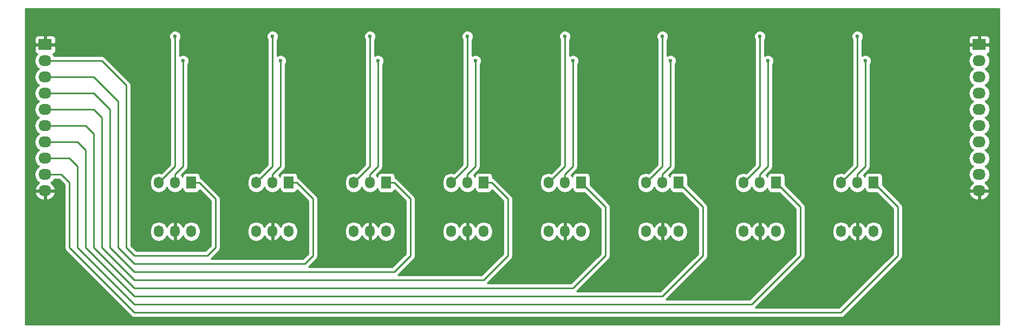
<source format=gbl>
G04 #@! TF.FileFunction,Copper,L2,Bot,Signal*
%FSLAX46Y46*%
G04 Gerber Fmt 4.6, Leading zero omitted, Abs format (unit mm)*
G04 Created by KiCad (PCBNEW 4.0.0-stable) date 3/18/2016 10:57:14 AM*
%MOMM*%
G01*
G04 APERTURE LIST*
%ADD10C,0.100000*%
%ADD11R,1.524000X1.824000*%
%ADD12O,1.524000X1.824000*%
%ADD13R,2.032000X1.727200*%
%ADD14O,2.032000X1.727200*%
%ADD15C,0.600000*%
%ADD16C,0.250000*%
%ADD17C,0.254000*%
G04 APERTURE END LIST*
D10*
D11*
X88900000Y-91440000D03*
D12*
X88900000Y-99060000D03*
X86360000Y-91440000D03*
X86360000Y-99060000D03*
X83820000Y-91440000D03*
X83820000Y-99060000D03*
D11*
X104140000Y-91440000D03*
D12*
X104140000Y-99060000D03*
X101600000Y-91440000D03*
X101600000Y-99060000D03*
X99060000Y-91440000D03*
X99060000Y-99060000D03*
D11*
X134620000Y-91440000D03*
D12*
X134620000Y-99060000D03*
X132080000Y-91440000D03*
X132080000Y-99060000D03*
X129540000Y-91440000D03*
X129540000Y-99060000D03*
D11*
X119380000Y-91440000D03*
D12*
X119380000Y-99060000D03*
X116840000Y-91440000D03*
X116840000Y-99060000D03*
X114300000Y-91440000D03*
X114300000Y-99060000D03*
D11*
X149860000Y-91440000D03*
D12*
X149860000Y-99060000D03*
X147320000Y-91440000D03*
X147320000Y-99060000D03*
X144780000Y-91440000D03*
X144780000Y-99060000D03*
D11*
X165100000Y-91440000D03*
D12*
X165100000Y-99060000D03*
X162560000Y-91440000D03*
X162560000Y-99060000D03*
X160020000Y-91440000D03*
X160020000Y-99060000D03*
D11*
X195580000Y-91440000D03*
D12*
X195580000Y-99060000D03*
X193040000Y-91440000D03*
X193040000Y-99060000D03*
X190500000Y-91440000D03*
X190500000Y-99060000D03*
D11*
X180340000Y-91440000D03*
D12*
X180340000Y-99060000D03*
X177800000Y-91440000D03*
X177800000Y-99060000D03*
X175260000Y-91440000D03*
X175260000Y-99060000D03*
D13*
X212090000Y-69850000D03*
D14*
X212090000Y-72390000D03*
X212090000Y-74930000D03*
X212090000Y-77470000D03*
X212090000Y-80010000D03*
X212090000Y-82550000D03*
X212090000Y-85090000D03*
X212090000Y-87630000D03*
X212090000Y-90170000D03*
X212090000Y-92710000D03*
D13*
X66040000Y-69850000D03*
D14*
X66040000Y-72390000D03*
X66040000Y-74930000D03*
X66040000Y-77470000D03*
X66040000Y-80010000D03*
X66040000Y-82550000D03*
X66040000Y-85090000D03*
X66040000Y-87630000D03*
X66040000Y-90170000D03*
X66040000Y-92710000D03*
D13*
X66040000Y-69850000D03*
D14*
X66040000Y-72390000D03*
X66040000Y-74930000D03*
X66040000Y-77470000D03*
X66040000Y-80010000D03*
X66040000Y-82550000D03*
X66040000Y-85090000D03*
X66040000Y-87630000D03*
X66040000Y-90170000D03*
X66040000Y-92710000D03*
D13*
X212090000Y-69850000D03*
D14*
X212090000Y-72390000D03*
X212090000Y-74930000D03*
X212090000Y-77470000D03*
X212090000Y-80010000D03*
X212090000Y-82550000D03*
X212090000Y-85090000D03*
X212090000Y-87630000D03*
X212090000Y-90170000D03*
X212090000Y-92710000D03*
D11*
X180340000Y-91440000D03*
D12*
X180340000Y-99060000D03*
X177800000Y-91440000D03*
X177800000Y-99060000D03*
X175260000Y-91440000D03*
X175260000Y-99060000D03*
D11*
X195580000Y-91440000D03*
D12*
X195580000Y-99060000D03*
X193040000Y-91440000D03*
X193040000Y-99060000D03*
X190500000Y-91440000D03*
X190500000Y-99060000D03*
D11*
X165100000Y-91440000D03*
D12*
X165100000Y-99060000D03*
X162560000Y-91440000D03*
X162560000Y-99060000D03*
X160020000Y-91440000D03*
X160020000Y-99060000D03*
D11*
X149860000Y-91440000D03*
D12*
X149860000Y-99060000D03*
X147320000Y-91440000D03*
X147320000Y-99060000D03*
X144780000Y-91440000D03*
X144780000Y-99060000D03*
D11*
X119380000Y-91440000D03*
D12*
X119380000Y-99060000D03*
X116840000Y-91440000D03*
X116840000Y-99060000D03*
X114300000Y-91440000D03*
X114300000Y-99060000D03*
D11*
X134620000Y-91440000D03*
D12*
X134620000Y-99060000D03*
X132080000Y-91440000D03*
X132080000Y-99060000D03*
X129540000Y-91440000D03*
X129540000Y-99060000D03*
D11*
X104140000Y-91440000D03*
D12*
X104140000Y-99060000D03*
X101600000Y-91440000D03*
X101600000Y-99060000D03*
X99060000Y-91440000D03*
X99060000Y-99060000D03*
D11*
X88900000Y-91440000D03*
D12*
X88900000Y-99060000D03*
X86360000Y-91440000D03*
X86360000Y-99060000D03*
X83820000Y-91440000D03*
X83820000Y-99060000D03*
D11*
X88900000Y-91440000D03*
D12*
X88900000Y-99060000D03*
X86360000Y-91440000D03*
X86360000Y-99060000D03*
X83820000Y-91440000D03*
X83820000Y-99060000D03*
D11*
X104140000Y-91440000D03*
D12*
X104140000Y-99060000D03*
X101600000Y-91440000D03*
X101600000Y-99060000D03*
X99060000Y-91440000D03*
X99060000Y-99060000D03*
D11*
X134620000Y-91440000D03*
D12*
X134620000Y-99060000D03*
X132080000Y-91440000D03*
X132080000Y-99060000D03*
X129540000Y-91440000D03*
X129540000Y-99060000D03*
D11*
X119380000Y-91440000D03*
D12*
X119380000Y-99060000D03*
X116840000Y-91440000D03*
X116840000Y-99060000D03*
X114300000Y-91440000D03*
X114300000Y-99060000D03*
D11*
X149860000Y-91440000D03*
D12*
X149860000Y-99060000D03*
X147320000Y-91440000D03*
X147320000Y-99060000D03*
X144780000Y-91440000D03*
X144780000Y-99060000D03*
D11*
X165100000Y-91440000D03*
D12*
X165100000Y-99060000D03*
X162560000Y-91440000D03*
X162560000Y-99060000D03*
X160020000Y-91440000D03*
X160020000Y-99060000D03*
D11*
X195580000Y-91440000D03*
D12*
X195580000Y-99060000D03*
X193040000Y-91440000D03*
X193040000Y-99060000D03*
X190500000Y-91440000D03*
X190500000Y-99060000D03*
D11*
X180340000Y-91440000D03*
D12*
X180340000Y-99060000D03*
X177800000Y-91440000D03*
X177800000Y-99060000D03*
X175260000Y-91440000D03*
X175260000Y-99060000D03*
D13*
X212090000Y-69850000D03*
D14*
X212090000Y-72390000D03*
X212090000Y-74930000D03*
X212090000Y-77470000D03*
X212090000Y-80010000D03*
X212090000Y-82550000D03*
X212090000Y-85090000D03*
X212090000Y-87630000D03*
X212090000Y-90170000D03*
X212090000Y-92710000D03*
D13*
X66040000Y-69850000D03*
D14*
X66040000Y-72390000D03*
X66040000Y-74930000D03*
X66040000Y-77470000D03*
X66040000Y-80010000D03*
X66040000Y-82550000D03*
X66040000Y-85090000D03*
X66040000Y-87630000D03*
X66040000Y-90170000D03*
X66040000Y-92710000D03*
D13*
X66040000Y-69850000D03*
D14*
X66040000Y-72390000D03*
X66040000Y-74930000D03*
X66040000Y-77470000D03*
X66040000Y-80010000D03*
X66040000Y-82550000D03*
X66040000Y-85090000D03*
X66040000Y-87630000D03*
X66040000Y-90170000D03*
X66040000Y-92710000D03*
D13*
X212090000Y-69850000D03*
D14*
X212090000Y-72390000D03*
X212090000Y-74930000D03*
X212090000Y-77470000D03*
X212090000Y-80010000D03*
X212090000Y-82550000D03*
X212090000Y-85090000D03*
X212090000Y-87630000D03*
X212090000Y-90170000D03*
X212090000Y-92710000D03*
D11*
X180340000Y-91440000D03*
D12*
X180340000Y-99060000D03*
X177800000Y-91440000D03*
X177800000Y-99060000D03*
X175260000Y-91440000D03*
X175260000Y-99060000D03*
D11*
X195580000Y-91440000D03*
D12*
X195580000Y-99060000D03*
X193040000Y-91440000D03*
X193040000Y-99060000D03*
X190500000Y-91440000D03*
X190500000Y-99060000D03*
D11*
X165100000Y-91440000D03*
D12*
X165100000Y-99060000D03*
X162560000Y-91440000D03*
X162560000Y-99060000D03*
X160020000Y-91440000D03*
X160020000Y-99060000D03*
D11*
X149860000Y-91440000D03*
D12*
X149860000Y-99060000D03*
X147320000Y-91440000D03*
X147320000Y-99060000D03*
X144780000Y-91440000D03*
X144780000Y-99060000D03*
D11*
X119380000Y-91440000D03*
D12*
X119380000Y-99060000D03*
X116840000Y-91440000D03*
X116840000Y-99060000D03*
X114300000Y-91440000D03*
X114300000Y-99060000D03*
D11*
X134620000Y-91440000D03*
D12*
X134620000Y-99060000D03*
X132080000Y-91440000D03*
X132080000Y-99060000D03*
X129540000Y-91440000D03*
X129540000Y-99060000D03*
D11*
X104140000Y-91440000D03*
D12*
X104140000Y-99060000D03*
X101600000Y-91440000D03*
X101600000Y-99060000D03*
X99060000Y-91440000D03*
X99060000Y-99060000D03*
D11*
X88900000Y-91440000D03*
D12*
X88900000Y-99060000D03*
X86360000Y-91440000D03*
X86360000Y-99060000D03*
X83820000Y-91440000D03*
X83820000Y-99060000D03*
D15*
X64770000Y-111760000D03*
X64770000Y-108585000D03*
X67945000Y-108585000D03*
X71120000Y-108585000D03*
X74295000Y-111760000D03*
X71120000Y-111760000D03*
X67945000Y-111760000D03*
X213360000Y-111760000D03*
X213360000Y-108585000D03*
X210185000Y-108585000D03*
X207010000Y-108585000D03*
X203835000Y-108585000D03*
X200660000Y-111760000D03*
X203835000Y-111760000D03*
X207010000Y-111760000D03*
X210185000Y-111760000D03*
X185420000Y-66040000D03*
X185420000Y-100965000D03*
X185420000Y-97790000D03*
X185420000Y-94615000D03*
X185420000Y-91440000D03*
X185420000Y-88265000D03*
X185420000Y-85090000D03*
X185420000Y-81915000D03*
X185420000Y-78740000D03*
X185420000Y-75565000D03*
X185420000Y-72390000D03*
X185420000Y-69215000D03*
X170180000Y-66040000D03*
X170180000Y-100965000D03*
X170180000Y-97790000D03*
X170180000Y-94615000D03*
X170180000Y-91440000D03*
X170180000Y-88265000D03*
X170180000Y-85090000D03*
X170180000Y-81915000D03*
X170180000Y-78740000D03*
X170180000Y-75565000D03*
X170180000Y-72390000D03*
X170180000Y-69215000D03*
X154940000Y-66040000D03*
X154940000Y-100965000D03*
X154940000Y-97790000D03*
X154940000Y-94615000D03*
X154940000Y-91440000D03*
X154940000Y-88265000D03*
X154940000Y-85090000D03*
X154940000Y-81915000D03*
X154940000Y-78740000D03*
X154940000Y-75565000D03*
X154940000Y-72390000D03*
X154940000Y-69215000D03*
X139700000Y-66040000D03*
X139700000Y-100965000D03*
X139700000Y-97790000D03*
X139700000Y-94615000D03*
X139700000Y-91440000D03*
X139700000Y-88265000D03*
X139700000Y-85090000D03*
X139700000Y-81915000D03*
X139700000Y-78740000D03*
X139700000Y-75565000D03*
X139700000Y-72390000D03*
X139700000Y-69215000D03*
X124460000Y-66040000D03*
X124460000Y-100965000D03*
X124460000Y-97790000D03*
X124460000Y-94615000D03*
X124460000Y-91440000D03*
X124460000Y-88265000D03*
X124460000Y-85090000D03*
X124460000Y-81915000D03*
X124460000Y-78740000D03*
X124460000Y-75565000D03*
X124460000Y-72390000D03*
X124460000Y-69215000D03*
X109220000Y-66040000D03*
X109220000Y-101600000D03*
X109220000Y-98425000D03*
X109220000Y-95250000D03*
X109220000Y-92075000D03*
X109220000Y-88900000D03*
X109220000Y-85725000D03*
X109220000Y-82550000D03*
X109220000Y-78740000D03*
X109220000Y-75565000D03*
X109220000Y-72390000D03*
X109220000Y-69215000D03*
X93980000Y-66040000D03*
X93980000Y-100965000D03*
X93980000Y-97790000D03*
X93980000Y-94615000D03*
X93980000Y-91440000D03*
X93980000Y-88265000D03*
X93980000Y-85090000D03*
X93980000Y-81915000D03*
X93980000Y-78740000D03*
X93980000Y-75565000D03*
X93980000Y-72390000D03*
X93980000Y-69215000D03*
X87630000Y-72390000D03*
X87630000Y-72390000D03*
X87630000Y-72390000D03*
X87630000Y-72390000D03*
X86360000Y-68580000D03*
X86360000Y-68580000D03*
X86360000Y-68580000D03*
X86360000Y-68580000D03*
X102870000Y-72390000D03*
X102870000Y-72390000D03*
X102870000Y-72390000D03*
X102870000Y-72390000D03*
X101600000Y-68580000D03*
X101600000Y-68580000D03*
X101600000Y-68580000D03*
X101600000Y-68580000D03*
X133350000Y-72390000D03*
X133350000Y-72390000D03*
X133350000Y-72390000D03*
X133350000Y-72390000D03*
X132080000Y-68580000D03*
X132080000Y-68580000D03*
X132080000Y-68580000D03*
X132080000Y-68580000D03*
X118110000Y-72390000D03*
X118110000Y-72390000D03*
X118110000Y-72390000D03*
X118110000Y-72390000D03*
X116840000Y-68580000D03*
X116840000Y-68580000D03*
X116840000Y-68580000D03*
X116840000Y-68580000D03*
X148590000Y-72390000D03*
X148590000Y-72390000D03*
X148590000Y-72390000D03*
X148590000Y-72390000D03*
X147320000Y-68580000D03*
X147320000Y-68580000D03*
X147320000Y-68580000D03*
X147320000Y-68580000D03*
X163830000Y-72390000D03*
X163830000Y-72390000D03*
X163830000Y-72390000D03*
X163830000Y-72390000D03*
X162560000Y-68580000D03*
X162560000Y-68580000D03*
X162560000Y-68580000D03*
X162560000Y-68580000D03*
X194310000Y-72390000D03*
X194310000Y-72390000D03*
X194310000Y-72390000D03*
X194310000Y-72390000D03*
X193040000Y-68580000D03*
X193040000Y-68580000D03*
X193040000Y-68580000D03*
X193040000Y-68580000D03*
X179070000Y-72390000D03*
X179070000Y-72390000D03*
X179070000Y-72390000D03*
X179070000Y-72390000D03*
X177800000Y-68580000D03*
X177800000Y-68580000D03*
X177800000Y-68580000D03*
X177800000Y-68580000D03*
D16*
X64770000Y-108585000D02*
X67945000Y-108585000D01*
X74295000Y-111760000D02*
X71120000Y-108585000D01*
X67945000Y-111760000D02*
X71120000Y-111760000D01*
X207010000Y-108585000D02*
X210185000Y-108585000D01*
X200660000Y-111760000D02*
X203835000Y-108585000D01*
X207010000Y-111760000D02*
X203835000Y-111760000D01*
X210185000Y-111760000D02*
X213360000Y-111760000D01*
X185420000Y-100965000D02*
X185420000Y-97790000D01*
X185420000Y-91440000D02*
X185420000Y-94615000D01*
X185420000Y-85090000D02*
X185420000Y-88265000D01*
X185420000Y-78740000D02*
X185420000Y-81915000D01*
X185420000Y-72390000D02*
X185420000Y-75565000D01*
X185420000Y-69215000D02*
X185420000Y-66040000D01*
X170180000Y-100965000D02*
X170180000Y-97790000D01*
X170180000Y-91440000D02*
X170180000Y-94615000D01*
X170180000Y-85090000D02*
X170180000Y-88265000D01*
X170180000Y-78740000D02*
X170180000Y-81915000D01*
X170180000Y-72390000D02*
X170180000Y-75565000D01*
X170180000Y-69215000D02*
X170180000Y-66040000D01*
X154940000Y-100965000D02*
X154940000Y-97790000D01*
X154940000Y-91440000D02*
X154940000Y-94615000D01*
X154940000Y-85090000D02*
X154940000Y-88265000D01*
X154940000Y-78740000D02*
X154940000Y-81915000D01*
X154940000Y-72390000D02*
X154940000Y-75565000D01*
X154940000Y-69215000D02*
X154940000Y-66040000D01*
X139700000Y-94615000D02*
X139700000Y-97790000D01*
X139700000Y-88265000D02*
X139700000Y-91440000D01*
X139700000Y-81915000D02*
X139700000Y-85090000D01*
X139700000Y-75565000D02*
X139700000Y-78740000D01*
X139700000Y-69215000D02*
X139700000Y-72390000D01*
X124460000Y-94615000D02*
X124460000Y-97790000D01*
X124460000Y-88265000D02*
X124460000Y-91440000D01*
X124460000Y-81915000D02*
X124460000Y-85090000D01*
X124460000Y-75565000D02*
X124460000Y-78740000D01*
X124460000Y-69215000D02*
X124460000Y-72390000D01*
X109220000Y-95250000D02*
X109220000Y-98425000D01*
X109220000Y-88900000D02*
X109220000Y-92075000D01*
X109220000Y-82550000D02*
X109220000Y-85725000D01*
X109220000Y-75565000D02*
X109220000Y-78740000D01*
X109220000Y-69215000D02*
X109220000Y-72390000D01*
X93980000Y-100965000D02*
X93980000Y-97790000D01*
X93980000Y-91440000D02*
X93980000Y-94615000D01*
X93980000Y-85090000D02*
X93980000Y-88265000D01*
X93980000Y-78740000D02*
X93980000Y-81915000D01*
X93980000Y-72390000D02*
X93980000Y-75565000D01*
X93980000Y-69215000D02*
X93980000Y-66040000D01*
X90170000Y-91440000D02*
X92710000Y-93980000D01*
X92710000Y-93980000D02*
X92710000Y-101600000D01*
X92710000Y-101600000D02*
X91440000Y-102870000D01*
X91440000Y-102870000D02*
X80010000Y-102870000D01*
X80010000Y-102870000D02*
X78740000Y-101600000D01*
X78740000Y-101600000D02*
X78740000Y-76200000D01*
X78740000Y-76200000D02*
X74930000Y-72390000D01*
X74930000Y-72390000D02*
X66040000Y-72390000D01*
X88900000Y-91440000D02*
X90170000Y-91440000D01*
X88900000Y-91440000D02*
X90170000Y-91440000D01*
X74930000Y-72390000D02*
X66040000Y-72390000D01*
X78740000Y-76200000D02*
X74930000Y-72390000D01*
X78740000Y-101600000D02*
X78740000Y-76200000D01*
X80010000Y-102870000D02*
X78740000Y-101600000D01*
X91440000Y-102870000D02*
X80010000Y-102870000D01*
X92710000Y-101600000D02*
X91440000Y-102870000D01*
X92710000Y-93980000D02*
X92710000Y-101600000D01*
X90170000Y-91440000D02*
X92710000Y-93980000D01*
X90170000Y-91440000D02*
X92710000Y-93980000D01*
X92710000Y-93980000D02*
X92710000Y-101600000D01*
X92710000Y-101600000D02*
X91440000Y-102870000D01*
X91440000Y-102870000D02*
X80010000Y-102870000D01*
X80010000Y-102870000D02*
X78740000Y-101600000D01*
X78740000Y-101600000D02*
X78740000Y-76200000D01*
X78740000Y-76200000D02*
X74930000Y-72390000D01*
X74930000Y-72390000D02*
X66040000Y-72390000D01*
X88900000Y-91440000D02*
X90170000Y-91440000D01*
X88900000Y-91440000D02*
X90170000Y-91440000D01*
X74930000Y-72390000D02*
X66040000Y-72390000D01*
X78740000Y-76200000D02*
X74930000Y-72390000D01*
X78740000Y-101600000D02*
X78740000Y-76200000D01*
X80010000Y-102870000D02*
X78740000Y-101600000D01*
X91440000Y-102870000D02*
X80010000Y-102870000D01*
X92710000Y-101600000D02*
X91440000Y-102870000D01*
X92710000Y-93980000D02*
X92710000Y-101600000D01*
X90170000Y-91440000D02*
X92710000Y-93980000D01*
X105410000Y-91440000D02*
X107950000Y-93980000D01*
X107950000Y-93980000D02*
X107950000Y-102870000D01*
X107950000Y-102870000D02*
X106680000Y-104140000D01*
X106680000Y-104140000D02*
X80010000Y-104140000D01*
X80010000Y-104140000D02*
X77470000Y-101600000D01*
X77470000Y-101600000D02*
X77470000Y-78740000D01*
X77470000Y-78740000D02*
X73660000Y-74930000D01*
X73660000Y-74930000D02*
X66040000Y-74930000D01*
X104140000Y-91440000D02*
X105410000Y-91440000D01*
X104140000Y-91440000D02*
X105410000Y-91440000D01*
X73660000Y-74930000D02*
X66040000Y-74930000D01*
X77470000Y-78740000D02*
X73660000Y-74930000D01*
X77470000Y-101600000D02*
X77470000Y-78740000D01*
X80010000Y-104140000D02*
X77470000Y-101600000D01*
X106680000Y-104140000D02*
X80010000Y-104140000D01*
X107950000Y-102870000D02*
X106680000Y-104140000D01*
X107950000Y-93980000D02*
X107950000Y-102870000D01*
X105410000Y-91440000D02*
X107950000Y-93980000D01*
X105410000Y-91440000D02*
X107950000Y-93980000D01*
X107950000Y-93980000D02*
X107950000Y-102870000D01*
X107950000Y-102870000D02*
X106680000Y-104140000D01*
X106680000Y-104140000D02*
X80010000Y-104140000D01*
X80010000Y-104140000D02*
X77470000Y-101600000D01*
X77470000Y-101600000D02*
X77470000Y-78740000D01*
X77470000Y-78740000D02*
X73660000Y-74930000D01*
X73660000Y-74930000D02*
X66040000Y-74930000D01*
X104140000Y-91440000D02*
X105410000Y-91440000D01*
X104140000Y-91440000D02*
X105410000Y-91440000D01*
X73660000Y-74930000D02*
X66040000Y-74930000D01*
X77470000Y-78740000D02*
X73660000Y-74930000D01*
X77470000Y-101600000D02*
X77470000Y-78740000D01*
X80010000Y-104140000D02*
X77470000Y-101600000D01*
X106680000Y-104140000D02*
X80010000Y-104140000D01*
X107950000Y-102870000D02*
X106680000Y-104140000D01*
X107950000Y-93980000D02*
X107950000Y-102870000D01*
X105410000Y-91440000D02*
X107950000Y-93980000D01*
X120650000Y-91440000D02*
X123190000Y-93980000D01*
X123190000Y-93980000D02*
X123190000Y-102870000D01*
X123190000Y-102870000D02*
X120650000Y-105410000D01*
X120650000Y-105410000D02*
X80010000Y-105410000D01*
X80010000Y-105410000D02*
X76200000Y-101600000D01*
X76200000Y-101600000D02*
X76200000Y-80010000D01*
X76200000Y-80010000D02*
X73660000Y-77470000D01*
X73660000Y-77470000D02*
X66040000Y-77470000D01*
X119380000Y-91440000D02*
X120650000Y-91440000D01*
X119380000Y-91440000D02*
X120650000Y-91440000D01*
X73660000Y-77470000D02*
X66040000Y-77470000D01*
X76200000Y-80010000D02*
X73660000Y-77470000D01*
X76200000Y-101600000D02*
X76200000Y-80010000D01*
X80010000Y-105410000D02*
X76200000Y-101600000D01*
X120650000Y-105410000D02*
X80010000Y-105410000D01*
X123190000Y-102870000D02*
X120650000Y-105410000D01*
X123190000Y-93980000D02*
X123190000Y-102870000D01*
X120650000Y-91440000D02*
X123190000Y-93980000D01*
X120650000Y-91440000D02*
X123190000Y-93980000D01*
X123190000Y-93980000D02*
X123190000Y-102870000D01*
X123190000Y-102870000D02*
X120650000Y-105410000D01*
X120650000Y-105410000D02*
X80010000Y-105410000D01*
X80010000Y-105410000D02*
X76200000Y-101600000D01*
X76200000Y-101600000D02*
X76200000Y-80010000D01*
X76200000Y-80010000D02*
X73660000Y-77470000D01*
X73660000Y-77470000D02*
X66040000Y-77470000D01*
X119380000Y-91440000D02*
X120650000Y-91440000D01*
X119380000Y-91440000D02*
X120650000Y-91440000D01*
X73660000Y-77470000D02*
X66040000Y-77470000D01*
X76200000Y-80010000D02*
X73660000Y-77470000D01*
X76200000Y-101600000D02*
X76200000Y-80010000D01*
X80010000Y-105410000D02*
X76200000Y-101600000D01*
X120650000Y-105410000D02*
X80010000Y-105410000D01*
X123190000Y-102870000D02*
X120650000Y-105410000D01*
X123190000Y-93980000D02*
X123190000Y-102870000D01*
X120650000Y-91440000D02*
X123190000Y-93980000D01*
X135890000Y-91440000D02*
X138430000Y-93980000D01*
X138430000Y-93980000D02*
X138430000Y-102870000D01*
X138430000Y-102870000D02*
X134620000Y-106680000D01*
X134620000Y-106680000D02*
X80010000Y-106680000D01*
X80010000Y-106680000D02*
X74930000Y-101600000D01*
X74930000Y-101600000D02*
X74930000Y-81280000D01*
X74930000Y-81280000D02*
X73660000Y-80010000D01*
X73660000Y-80010000D02*
X66040000Y-80010000D01*
X134620000Y-91440000D02*
X135890000Y-91440000D01*
X134620000Y-91440000D02*
X135890000Y-91440000D01*
X73660000Y-80010000D02*
X66040000Y-80010000D01*
X74930000Y-81280000D02*
X73660000Y-80010000D01*
X74930000Y-101600000D02*
X74930000Y-81280000D01*
X80010000Y-106680000D02*
X74930000Y-101600000D01*
X134620000Y-106680000D02*
X80010000Y-106680000D01*
X138430000Y-102870000D02*
X134620000Y-106680000D01*
X138430000Y-93980000D02*
X138430000Y-102870000D01*
X135890000Y-91440000D02*
X138430000Y-93980000D01*
X135890000Y-91440000D02*
X138430000Y-93980000D01*
X138430000Y-93980000D02*
X138430000Y-102870000D01*
X138430000Y-102870000D02*
X134620000Y-106680000D01*
X134620000Y-106680000D02*
X80010000Y-106680000D01*
X80010000Y-106680000D02*
X74930000Y-101600000D01*
X74930000Y-101600000D02*
X74930000Y-81280000D01*
X74930000Y-81280000D02*
X73660000Y-80010000D01*
X73660000Y-80010000D02*
X66040000Y-80010000D01*
X134620000Y-91440000D02*
X135890000Y-91440000D01*
X134620000Y-91440000D02*
X135890000Y-91440000D01*
X73660000Y-80010000D02*
X66040000Y-80010000D01*
X74930000Y-81280000D02*
X73660000Y-80010000D01*
X74930000Y-101600000D02*
X74930000Y-81280000D01*
X80010000Y-106680000D02*
X74930000Y-101600000D01*
X134620000Y-106680000D02*
X80010000Y-106680000D01*
X138430000Y-102870000D02*
X134620000Y-106680000D01*
X138430000Y-93980000D02*
X138430000Y-102870000D01*
X135890000Y-91440000D02*
X138430000Y-93980000D01*
X153670000Y-95250000D02*
X153670000Y-102870000D01*
X153670000Y-102870000D02*
X148590000Y-107950000D01*
X148590000Y-107950000D02*
X80010000Y-107950000D01*
X80010000Y-107950000D02*
X73660000Y-101600000D01*
X73660000Y-101600000D02*
X73660000Y-83820000D01*
X73660000Y-83820000D02*
X72390000Y-82550000D01*
X72390000Y-82550000D02*
X66040000Y-82550000D01*
X149860000Y-91440000D02*
X153670000Y-95250000D01*
X149860000Y-91440000D02*
X153670000Y-95250000D01*
X72390000Y-82550000D02*
X66040000Y-82550000D01*
X73660000Y-83820000D02*
X72390000Y-82550000D01*
X73660000Y-101600000D02*
X73660000Y-83820000D01*
X80010000Y-107950000D02*
X73660000Y-101600000D01*
X148590000Y-107950000D02*
X80010000Y-107950000D01*
X153670000Y-102870000D02*
X148590000Y-107950000D01*
X153670000Y-95250000D02*
X153670000Y-102870000D01*
X153670000Y-95250000D02*
X153670000Y-102870000D01*
X153670000Y-102870000D02*
X148590000Y-107950000D01*
X148590000Y-107950000D02*
X80010000Y-107950000D01*
X80010000Y-107950000D02*
X73660000Y-101600000D01*
X73660000Y-101600000D02*
X73660000Y-83820000D01*
X73660000Y-83820000D02*
X72390000Y-82550000D01*
X72390000Y-82550000D02*
X66040000Y-82550000D01*
X149860000Y-91440000D02*
X153670000Y-95250000D01*
X149860000Y-91440000D02*
X153670000Y-95250000D01*
X72390000Y-82550000D02*
X66040000Y-82550000D01*
X73660000Y-83820000D02*
X72390000Y-82550000D01*
X73660000Y-101600000D02*
X73660000Y-83820000D01*
X80010000Y-107950000D02*
X73660000Y-101600000D01*
X148590000Y-107950000D02*
X80010000Y-107950000D01*
X153670000Y-102870000D02*
X148590000Y-107950000D01*
X153670000Y-95250000D02*
X153670000Y-102870000D01*
X168910000Y-95250000D02*
X168910000Y-102870000D01*
X168910000Y-102870000D02*
X162560000Y-109220000D01*
X162560000Y-109220000D02*
X80010000Y-109220000D01*
X80010000Y-109220000D02*
X72390000Y-101600000D01*
X72390000Y-101600000D02*
X72390000Y-86360000D01*
X72390000Y-86360000D02*
X71120000Y-85090000D01*
X71120000Y-85090000D02*
X66040000Y-85090000D01*
X165100000Y-91440000D02*
X168910000Y-95250000D01*
X165100000Y-91440000D02*
X168910000Y-95250000D01*
X71120000Y-85090000D02*
X66040000Y-85090000D01*
X72390000Y-86360000D02*
X71120000Y-85090000D01*
X72390000Y-101600000D02*
X72390000Y-86360000D01*
X80010000Y-109220000D02*
X72390000Y-101600000D01*
X162560000Y-109220000D02*
X80010000Y-109220000D01*
X168910000Y-102870000D02*
X162560000Y-109220000D01*
X168910000Y-95250000D02*
X168910000Y-102870000D01*
X168910000Y-95250000D02*
X168910000Y-102870000D01*
X168910000Y-102870000D02*
X162560000Y-109220000D01*
X162560000Y-109220000D02*
X80010000Y-109220000D01*
X80010000Y-109220000D02*
X72390000Y-101600000D01*
X72390000Y-101600000D02*
X72390000Y-86360000D01*
X72390000Y-86360000D02*
X71120000Y-85090000D01*
X71120000Y-85090000D02*
X66040000Y-85090000D01*
X165100000Y-91440000D02*
X168910000Y-95250000D01*
X165100000Y-91440000D02*
X168910000Y-95250000D01*
X71120000Y-85090000D02*
X66040000Y-85090000D01*
X72390000Y-86360000D02*
X71120000Y-85090000D01*
X72390000Y-101600000D02*
X72390000Y-86360000D01*
X80010000Y-109220000D02*
X72390000Y-101600000D01*
X162560000Y-109220000D02*
X80010000Y-109220000D01*
X168910000Y-102870000D02*
X162560000Y-109220000D01*
X168910000Y-95250000D02*
X168910000Y-102870000D01*
X184150000Y-95250000D02*
X184150000Y-102870000D01*
X184150000Y-102870000D02*
X176530000Y-110490000D01*
X176530000Y-110490000D02*
X80010000Y-110490000D01*
X80010000Y-110490000D02*
X71120000Y-101600000D01*
X71120000Y-101600000D02*
X71120000Y-88900000D01*
X71120000Y-88900000D02*
X69850000Y-87630000D01*
X69850000Y-87630000D02*
X66040000Y-87630000D01*
X180340000Y-91440000D02*
X184150000Y-95250000D01*
X180340000Y-91440000D02*
X184150000Y-95250000D01*
X69850000Y-87630000D02*
X66040000Y-87630000D01*
X71120000Y-88900000D02*
X69850000Y-87630000D01*
X71120000Y-101600000D02*
X71120000Y-88900000D01*
X80010000Y-110490000D02*
X71120000Y-101600000D01*
X176530000Y-110490000D02*
X80010000Y-110490000D01*
X184150000Y-102870000D02*
X176530000Y-110490000D01*
X184150000Y-95250000D02*
X184150000Y-102870000D01*
X184150000Y-95250000D02*
X184150000Y-102870000D01*
X184150000Y-102870000D02*
X176530000Y-110490000D01*
X176530000Y-110490000D02*
X80010000Y-110490000D01*
X80010000Y-110490000D02*
X71120000Y-101600000D01*
X71120000Y-101600000D02*
X71120000Y-88900000D01*
X71120000Y-88900000D02*
X69850000Y-87630000D01*
X69850000Y-87630000D02*
X66040000Y-87630000D01*
X180340000Y-91440000D02*
X184150000Y-95250000D01*
X180340000Y-91440000D02*
X184150000Y-95250000D01*
X69850000Y-87630000D02*
X66040000Y-87630000D01*
X71120000Y-88900000D02*
X69850000Y-87630000D01*
X71120000Y-101600000D02*
X71120000Y-88900000D01*
X80010000Y-110490000D02*
X71120000Y-101600000D01*
X176530000Y-110490000D02*
X80010000Y-110490000D01*
X184150000Y-102870000D02*
X176530000Y-110490000D01*
X184150000Y-95250000D02*
X184150000Y-102870000D01*
X199390000Y-95250000D02*
X199390000Y-102870000D01*
X199390000Y-102870000D02*
X190500000Y-111760000D01*
X190500000Y-111760000D02*
X80010000Y-111760000D01*
X80010000Y-111760000D02*
X69850000Y-101600000D01*
X69850000Y-101600000D02*
X69850000Y-91440000D01*
X69850000Y-91440000D02*
X68580000Y-90170000D01*
X68580000Y-90170000D02*
X66040000Y-90170000D01*
X195580000Y-91440000D02*
X199390000Y-95250000D01*
X195580000Y-91440000D02*
X199390000Y-95250000D01*
X68580000Y-90170000D02*
X66040000Y-90170000D01*
X69850000Y-91440000D02*
X68580000Y-90170000D01*
X69850000Y-101600000D02*
X69850000Y-91440000D01*
X80010000Y-111760000D02*
X69850000Y-101600000D01*
X190500000Y-111760000D02*
X80010000Y-111760000D01*
X199390000Y-102870000D02*
X190500000Y-111760000D01*
X199390000Y-95250000D02*
X199390000Y-102870000D01*
X199390000Y-95250000D02*
X199390000Y-102870000D01*
X199390000Y-102870000D02*
X190500000Y-111760000D01*
X190500000Y-111760000D02*
X80010000Y-111760000D01*
X80010000Y-111760000D02*
X69850000Y-101600000D01*
X69850000Y-101600000D02*
X69850000Y-91440000D01*
X69850000Y-91440000D02*
X68580000Y-90170000D01*
X68580000Y-90170000D02*
X66040000Y-90170000D01*
X195580000Y-91440000D02*
X199390000Y-95250000D01*
X195580000Y-91440000D02*
X199390000Y-95250000D01*
X68580000Y-90170000D02*
X66040000Y-90170000D01*
X69850000Y-91440000D02*
X68580000Y-90170000D01*
X69850000Y-101600000D02*
X69850000Y-91440000D01*
X80010000Y-111760000D02*
X69850000Y-101600000D01*
X190500000Y-111760000D02*
X80010000Y-111760000D01*
X199390000Y-102870000D02*
X190500000Y-111760000D01*
X199390000Y-95250000D02*
X199390000Y-102870000D01*
X87630000Y-88900000D02*
X87630000Y-72390000D01*
X86360000Y-90170000D02*
X87630000Y-88900000D01*
X86360000Y-91440000D02*
X86360000Y-90170000D01*
X86360000Y-91440000D02*
X86360000Y-90170000D01*
X86360000Y-90170000D02*
X87630000Y-88900000D01*
X87630000Y-88900000D02*
X87630000Y-72390000D01*
X87630000Y-88900000D02*
X87630000Y-72390000D01*
X86360000Y-90170000D02*
X87630000Y-88900000D01*
X86360000Y-91440000D02*
X86360000Y-90170000D01*
X86360000Y-91440000D02*
X86360000Y-90170000D01*
X86360000Y-90170000D02*
X87630000Y-88900000D01*
X87630000Y-88900000D02*
X87630000Y-72390000D01*
X86360000Y-88900000D02*
X83820000Y-91440000D01*
X86360000Y-68580000D02*
X86360000Y-88900000D01*
X86360000Y-68580000D02*
X86360000Y-88900000D01*
X86360000Y-88900000D02*
X83820000Y-91440000D01*
X86360000Y-88900000D02*
X83820000Y-91440000D01*
X86360000Y-68580000D02*
X86360000Y-88900000D01*
X86360000Y-68580000D02*
X86360000Y-88900000D01*
X86360000Y-88900000D02*
X83820000Y-91440000D01*
X101600000Y-90170000D02*
X102870000Y-88900000D01*
X102870000Y-88900000D02*
X102870000Y-72390000D01*
X101600000Y-91440000D02*
X101600000Y-90170000D01*
X101600000Y-91440000D02*
X101600000Y-90170000D01*
X102870000Y-88900000D02*
X102870000Y-72390000D01*
X101600000Y-90170000D02*
X102870000Y-88900000D01*
X101600000Y-90170000D02*
X102870000Y-88900000D01*
X102870000Y-88900000D02*
X102870000Y-72390000D01*
X101600000Y-91440000D02*
X101600000Y-90170000D01*
X101600000Y-91440000D02*
X101600000Y-90170000D01*
X102870000Y-88900000D02*
X102870000Y-72390000D01*
X101600000Y-90170000D02*
X102870000Y-88900000D01*
X101600000Y-68580000D02*
X101600000Y-88900000D01*
X101600000Y-88900000D02*
X99060000Y-91440000D01*
X101600000Y-88900000D02*
X99060000Y-91440000D01*
X101600000Y-68580000D02*
X101600000Y-88900000D01*
X101600000Y-68580000D02*
X101600000Y-88900000D01*
X101600000Y-88900000D02*
X99060000Y-91440000D01*
X101600000Y-88900000D02*
X99060000Y-91440000D01*
X101600000Y-68580000D02*
X101600000Y-88900000D01*
X132080000Y-90170000D02*
X133350000Y-88900000D01*
X133350000Y-88900000D02*
X133350000Y-72390000D01*
X132080000Y-91440000D02*
X132080000Y-90170000D01*
X132080000Y-91440000D02*
X132080000Y-90170000D01*
X133350000Y-88900000D02*
X133350000Y-72390000D01*
X132080000Y-90170000D02*
X133350000Y-88900000D01*
X132080000Y-90170000D02*
X133350000Y-88900000D01*
X133350000Y-88900000D02*
X133350000Y-72390000D01*
X132080000Y-91440000D02*
X132080000Y-90170000D01*
X132080000Y-91440000D02*
X132080000Y-90170000D01*
X133350000Y-88900000D02*
X133350000Y-72390000D01*
X132080000Y-90170000D02*
X133350000Y-88900000D01*
X132080000Y-68580000D02*
X132080000Y-88900000D01*
X132080000Y-88900000D02*
X129540000Y-91440000D01*
X132080000Y-88900000D02*
X129540000Y-91440000D01*
X132080000Y-68580000D02*
X132080000Y-88900000D01*
X132080000Y-68580000D02*
X132080000Y-88900000D01*
X132080000Y-88900000D02*
X129540000Y-91440000D01*
X132080000Y-88900000D02*
X129540000Y-91440000D01*
X132080000Y-68580000D02*
X132080000Y-88900000D01*
X116840000Y-90170000D02*
X118110000Y-88900000D01*
X118110000Y-88900000D02*
X118110000Y-72390000D01*
X116840000Y-91440000D02*
X116840000Y-90170000D01*
X116840000Y-91440000D02*
X116840000Y-90170000D01*
X118110000Y-88900000D02*
X118110000Y-72390000D01*
X116840000Y-90170000D02*
X118110000Y-88900000D01*
X116840000Y-90170000D02*
X118110000Y-88900000D01*
X118110000Y-88900000D02*
X118110000Y-72390000D01*
X116840000Y-91440000D02*
X116840000Y-90170000D01*
X116840000Y-91440000D02*
X116840000Y-90170000D01*
X118110000Y-88900000D02*
X118110000Y-72390000D01*
X116840000Y-90170000D02*
X118110000Y-88900000D01*
X116840000Y-68580000D02*
X116840000Y-88900000D01*
X116840000Y-88900000D02*
X114300000Y-91440000D01*
X116840000Y-88900000D02*
X114300000Y-91440000D01*
X116840000Y-68580000D02*
X116840000Y-88900000D01*
X116840000Y-68580000D02*
X116840000Y-88900000D01*
X116840000Y-88900000D02*
X114300000Y-91440000D01*
X116840000Y-88900000D02*
X114300000Y-91440000D01*
X116840000Y-68580000D02*
X116840000Y-88900000D01*
X147320000Y-91440000D02*
X147320000Y-90170000D01*
X147320000Y-90170000D02*
X148590000Y-88900000D01*
X148590000Y-88900000D02*
X148590000Y-72390000D01*
X148590000Y-88900000D02*
X148590000Y-72390000D01*
X147320000Y-90170000D02*
X148590000Y-88900000D01*
X147320000Y-91440000D02*
X147320000Y-90170000D01*
X147320000Y-91440000D02*
X147320000Y-90170000D01*
X147320000Y-90170000D02*
X148590000Y-88900000D01*
X148590000Y-88900000D02*
X148590000Y-72390000D01*
X148590000Y-88900000D02*
X148590000Y-72390000D01*
X147320000Y-90170000D02*
X148590000Y-88900000D01*
X147320000Y-91440000D02*
X147320000Y-90170000D01*
X147320000Y-68580000D02*
X147320000Y-88900000D01*
X147320000Y-88900000D02*
X144780000Y-91440000D01*
X147320000Y-88900000D02*
X144780000Y-91440000D01*
X147320000Y-68580000D02*
X147320000Y-88900000D01*
X147320000Y-68580000D02*
X147320000Y-88900000D01*
X147320000Y-88900000D02*
X144780000Y-91440000D01*
X147320000Y-88900000D02*
X144780000Y-91440000D01*
X147320000Y-68580000D02*
X147320000Y-88900000D01*
X162560000Y-90170000D02*
X163830000Y-88900000D01*
X163830000Y-88900000D02*
X163830000Y-72390000D01*
X162560000Y-91440000D02*
X162560000Y-90170000D01*
X162560000Y-91440000D02*
X162560000Y-90170000D01*
X163830000Y-88900000D02*
X163830000Y-72390000D01*
X162560000Y-90170000D02*
X163830000Y-88900000D01*
X162560000Y-90170000D02*
X163830000Y-88900000D01*
X163830000Y-88900000D02*
X163830000Y-72390000D01*
X162560000Y-91440000D02*
X162560000Y-90170000D01*
X162560000Y-91440000D02*
X162560000Y-90170000D01*
X163830000Y-88900000D02*
X163830000Y-72390000D01*
X162560000Y-90170000D02*
X163830000Y-88900000D01*
X162560000Y-68580000D02*
X162560000Y-88900000D01*
X162560000Y-88900000D02*
X160020000Y-91440000D01*
X162560000Y-88900000D02*
X160020000Y-91440000D01*
X162560000Y-68580000D02*
X162560000Y-88900000D01*
X162560000Y-68580000D02*
X162560000Y-88900000D01*
X162560000Y-88900000D02*
X160020000Y-91440000D01*
X162560000Y-88900000D02*
X160020000Y-91440000D01*
X162560000Y-68580000D02*
X162560000Y-88900000D01*
X193040000Y-90170000D02*
X194310000Y-88900000D01*
X194310000Y-88900000D02*
X194310000Y-72390000D01*
X193040000Y-91440000D02*
X193040000Y-90170000D01*
X193040000Y-91440000D02*
X193040000Y-90170000D01*
X194310000Y-88900000D02*
X194310000Y-72390000D01*
X193040000Y-90170000D02*
X194310000Y-88900000D01*
X193040000Y-90170000D02*
X194310000Y-88900000D01*
X194310000Y-88900000D02*
X194310000Y-72390000D01*
X193040000Y-91440000D02*
X193040000Y-90170000D01*
X193040000Y-91440000D02*
X193040000Y-90170000D01*
X194310000Y-88900000D02*
X194310000Y-72390000D01*
X193040000Y-90170000D02*
X194310000Y-88900000D01*
X193040000Y-68580000D02*
X193040000Y-88900000D01*
X193040000Y-88900000D02*
X190500000Y-91440000D01*
X193040000Y-88900000D02*
X190500000Y-91440000D01*
X193040000Y-68580000D02*
X193040000Y-88900000D01*
X193040000Y-68580000D02*
X193040000Y-88900000D01*
X193040000Y-88900000D02*
X190500000Y-91440000D01*
X193040000Y-88900000D02*
X190500000Y-91440000D01*
X193040000Y-68580000D02*
X193040000Y-88900000D01*
X177800000Y-90170000D02*
X179070000Y-88900000D01*
X179070000Y-88900000D02*
X179070000Y-72390000D01*
X177800000Y-91440000D02*
X177800000Y-90170000D01*
X177800000Y-91440000D02*
X177800000Y-90170000D01*
X179070000Y-88900000D02*
X179070000Y-72390000D01*
X177800000Y-90170000D02*
X179070000Y-88900000D01*
X177800000Y-90170000D02*
X179070000Y-88900000D01*
X179070000Y-88900000D02*
X179070000Y-72390000D01*
X177800000Y-91440000D02*
X177800000Y-90170000D01*
X177800000Y-91440000D02*
X177800000Y-90170000D01*
X179070000Y-88900000D02*
X179070000Y-72390000D01*
X177800000Y-90170000D02*
X179070000Y-88900000D01*
X177800000Y-68580000D02*
X177800000Y-88900000D01*
X177800000Y-88900000D02*
X175260000Y-91440000D01*
X177800000Y-88900000D02*
X175260000Y-91440000D01*
X177800000Y-68580000D02*
X177800000Y-88900000D01*
X177800000Y-68580000D02*
X177800000Y-88900000D01*
X177800000Y-88900000D02*
X175260000Y-91440000D01*
X177800000Y-88900000D02*
X175260000Y-91440000D01*
X177800000Y-68580000D02*
X177800000Y-88900000D01*
D17*
G36*
X215190000Y-113590000D02*
X62940000Y-113590000D01*
X62940000Y-93069026D01*
X64432642Y-93069026D01*
X64435291Y-93084791D01*
X64689268Y-93612036D01*
X65125680Y-94001954D01*
X65678087Y-94195184D01*
X65913000Y-94050924D01*
X65913000Y-92837000D01*
X66167000Y-92837000D01*
X66167000Y-94050924D01*
X66401913Y-94195184D01*
X66954320Y-94001954D01*
X67390732Y-93612036D01*
X67644709Y-93084791D01*
X67647358Y-93069026D01*
X67526217Y-92837000D01*
X66167000Y-92837000D01*
X65913000Y-92837000D01*
X64553783Y-92837000D01*
X64432642Y-93069026D01*
X62940000Y-93069026D01*
X62940000Y-72390000D01*
X64356655Y-72390000D01*
X64470729Y-72963489D01*
X64795585Y-73449670D01*
X65110366Y-73660000D01*
X64795585Y-73870330D01*
X64470729Y-74356511D01*
X64356655Y-74930000D01*
X64470729Y-75503489D01*
X64795585Y-75989670D01*
X65110366Y-76200000D01*
X64795585Y-76410330D01*
X64470729Y-76896511D01*
X64356655Y-77470000D01*
X64470729Y-78043489D01*
X64795585Y-78529670D01*
X65110366Y-78740000D01*
X64795585Y-78950330D01*
X64470729Y-79436511D01*
X64356655Y-80010000D01*
X64470729Y-80583489D01*
X64795585Y-81069670D01*
X65110366Y-81280000D01*
X64795585Y-81490330D01*
X64470729Y-81976511D01*
X64356655Y-82550000D01*
X64470729Y-83123489D01*
X64795585Y-83609670D01*
X65110366Y-83820000D01*
X64795585Y-84030330D01*
X64470729Y-84516511D01*
X64356655Y-85090000D01*
X64470729Y-85663489D01*
X64795585Y-86149670D01*
X65110366Y-86360000D01*
X64795585Y-86570330D01*
X64470729Y-87056511D01*
X64356655Y-87630000D01*
X64470729Y-88203489D01*
X64795585Y-88689670D01*
X65110366Y-88900000D01*
X64795585Y-89110330D01*
X64470729Y-89596511D01*
X64356655Y-90170000D01*
X64470729Y-90743489D01*
X64795585Y-91229670D01*
X65105069Y-91436461D01*
X64689268Y-91807964D01*
X64435291Y-92335209D01*
X64432642Y-92350974D01*
X64553783Y-92583000D01*
X65913000Y-92583000D01*
X65913000Y-92563000D01*
X66167000Y-92563000D01*
X66167000Y-92583000D01*
X67526217Y-92583000D01*
X67647358Y-92350974D01*
X67644709Y-92335209D01*
X67390732Y-91807964D01*
X66974931Y-91436461D01*
X67284415Y-91229670D01*
X67484648Y-90930000D01*
X68265198Y-90930000D01*
X69090000Y-91754802D01*
X69090000Y-101600000D01*
X69147852Y-101890839D01*
X69312599Y-102137401D01*
X79472599Y-112297401D01*
X79719161Y-112462148D01*
X80010000Y-112520000D01*
X190500000Y-112520000D01*
X190790839Y-112462148D01*
X191037401Y-112297401D01*
X199927401Y-103407401D01*
X200092148Y-103160839D01*
X200150000Y-102870000D01*
X200150000Y-95250000D01*
X200092148Y-94959161D01*
X199927401Y-94712599D01*
X198283828Y-93069026D01*
X210482642Y-93069026D01*
X210485291Y-93084791D01*
X210739268Y-93612036D01*
X211175680Y-94001954D01*
X211728087Y-94195184D01*
X211963000Y-94050924D01*
X211963000Y-92837000D01*
X212217000Y-92837000D01*
X212217000Y-94050924D01*
X212451913Y-94195184D01*
X213004320Y-94001954D01*
X213440732Y-93612036D01*
X213694709Y-93084791D01*
X213697358Y-93069026D01*
X213576217Y-92837000D01*
X212217000Y-92837000D01*
X211963000Y-92837000D01*
X210603783Y-92837000D01*
X210482642Y-93069026D01*
X198283828Y-93069026D01*
X196989440Y-91774638D01*
X196989440Y-90528000D01*
X196945162Y-90292683D01*
X196806090Y-90076559D01*
X196593890Y-89931569D01*
X196342000Y-89880560D01*
X194818000Y-89880560D01*
X194582683Y-89924838D01*
X194366559Y-90063910D01*
X194221569Y-90276110D01*
X194177168Y-90495367D01*
X194027828Y-90271864D01*
X194018902Y-90265900D01*
X194847401Y-89437401D01*
X195012148Y-89190840D01*
X195070000Y-88900000D01*
X195070000Y-72952463D01*
X195102192Y-72920327D01*
X195244838Y-72576799D01*
X195245000Y-72390000D01*
X210406655Y-72390000D01*
X210520729Y-72963489D01*
X210845585Y-73449670D01*
X211160366Y-73660000D01*
X210845585Y-73870330D01*
X210520729Y-74356511D01*
X210406655Y-74930000D01*
X210520729Y-75503489D01*
X210845585Y-75989670D01*
X211160366Y-76200000D01*
X210845585Y-76410330D01*
X210520729Y-76896511D01*
X210406655Y-77470000D01*
X210520729Y-78043489D01*
X210845585Y-78529670D01*
X211160366Y-78740000D01*
X210845585Y-78950330D01*
X210520729Y-79436511D01*
X210406655Y-80010000D01*
X210520729Y-80583489D01*
X210845585Y-81069670D01*
X211160366Y-81280000D01*
X210845585Y-81490330D01*
X210520729Y-81976511D01*
X210406655Y-82550000D01*
X210520729Y-83123489D01*
X210845585Y-83609670D01*
X211160366Y-83820000D01*
X210845585Y-84030330D01*
X210520729Y-84516511D01*
X210406655Y-85090000D01*
X210520729Y-85663489D01*
X210845585Y-86149670D01*
X211160366Y-86360000D01*
X210845585Y-86570330D01*
X210520729Y-87056511D01*
X210406655Y-87630000D01*
X210520729Y-88203489D01*
X210845585Y-88689670D01*
X211160366Y-88900000D01*
X210845585Y-89110330D01*
X210520729Y-89596511D01*
X210406655Y-90170000D01*
X210520729Y-90743489D01*
X210845585Y-91229670D01*
X211155069Y-91436461D01*
X210739268Y-91807964D01*
X210485291Y-92335209D01*
X210482642Y-92350974D01*
X210603783Y-92583000D01*
X211963000Y-92583000D01*
X211963000Y-92563000D01*
X212217000Y-92563000D01*
X212217000Y-92583000D01*
X213576217Y-92583000D01*
X213697358Y-92350974D01*
X213694709Y-92335209D01*
X213440732Y-91807964D01*
X213024931Y-91436461D01*
X213334415Y-91229670D01*
X213659271Y-90743489D01*
X213773345Y-90170000D01*
X213659271Y-89596511D01*
X213334415Y-89110330D01*
X213019634Y-88900000D01*
X213334415Y-88689670D01*
X213659271Y-88203489D01*
X213773345Y-87630000D01*
X213659271Y-87056511D01*
X213334415Y-86570330D01*
X213019634Y-86360000D01*
X213334415Y-86149670D01*
X213659271Y-85663489D01*
X213773345Y-85090000D01*
X213659271Y-84516511D01*
X213334415Y-84030330D01*
X213019634Y-83820000D01*
X213334415Y-83609670D01*
X213659271Y-83123489D01*
X213773345Y-82550000D01*
X213659271Y-81976511D01*
X213334415Y-81490330D01*
X213019634Y-81280000D01*
X213334415Y-81069670D01*
X213659271Y-80583489D01*
X213773345Y-80010000D01*
X213659271Y-79436511D01*
X213334415Y-78950330D01*
X213019634Y-78740000D01*
X213334415Y-78529670D01*
X213659271Y-78043489D01*
X213773345Y-77470000D01*
X213659271Y-76896511D01*
X213334415Y-76410330D01*
X213019634Y-76200000D01*
X213334415Y-75989670D01*
X213659271Y-75503489D01*
X213773345Y-74930000D01*
X213659271Y-74356511D01*
X213334415Y-73870330D01*
X213019634Y-73660000D01*
X213334415Y-73449670D01*
X213659271Y-72963489D01*
X213773345Y-72390000D01*
X213659271Y-71816511D01*
X213334415Y-71330330D01*
X213312220Y-71315500D01*
X213465698Y-71251927D01*
X213644327Y-71073299D01*
X213741000Y-70839910D01*
X213741000Y-70135750D01*
X213582250Y-69977000D01*
X212217000Y-69977000D01*
X212217000Y-69997000D01*
X211963000Y-69997000D01*
X211963000Y-69977000D01*
X210597750Y-69977000D01*
X210439000Y-70135750D01*
X210439000Y-70839910D01*
X210535673Y-71073299D01*
X210714302Y-71251927D01*
X210867780Y-71315500D01*
X210845585Y-71330330D01*
X210520729Y-71816511D01*
X210406655Y-72390000D01*
X195245000Y-72390000D01*
X195245162Y-72204833D01*
X195103117Y-71861057D01*
X194840327Y-71597808D01*
X194496799Y-71455162D01*
X194124833Y-71454838D01*
X193800000Y-71589056D01*
X193800000Y-69142463D01*
X193832192Y-69110327D01*
X193936099Y-68860090D01*
X210439000Y-68860090D01*
X210439000Y-69564250D01*
X210597750Y-69723000D01*
X211963000Y-69723000D01*
X211963000Y-68510150D01*
X212217000Y-68510150D01*
X212217000Y-69723000D01*
X213582250Y-69723000D01*
X213741000Y-69564250D01*
X213741000Y-68860090D01*
X213644327Y-68626701D01*
X213465698Y-68448073D01*
X213232309Y-68351400D01*
X212375750Y-68351400D01*
X212217000Y-68510150D01*
X211963000Y-68510150D01*
X211804250Y-68351400D01*
X210947691Y-68351400D01*
X210714302Y-68448073D01*
X210535673Y-68626701D01*
X210439000Y-68860090D01*
X193936099Y-68860090D01*
X193974838Y-68766799D01*
X193975162Y-68394833D01*
X193833117Y-68051057D01*
X193570327Y-67787808D01*
X193226799Y-67645162D01*
X192854833Y-67644838D01*
X192511057Y-67786883D01*
X192247808Y-68049673D01*
X192105162Y-68393201D01*
X192104838Y-68765167D01*
X192246883Y-69108943D01*
X192280000Y-69142118D01*
X192280000Y-88585198D01*
X190919135Y-89946063D01*
X190500000Y-89862692D01*
X189965391Y-89969032D01*
X189512172Y-90271864D01*
X189209340Y-90725083D01*
X189103000Y-91259692D01*
X189103000Y-91620308D01*
X189209340Y-92154917D01*
X189512172Y-92608136D01*
X189965391Y-92910968D01*
X190500000Y-93017308D01*
X191034609Y-92910968D01*
X191487828Y-92608136D01*
X191770000Y-92185837D01*
X192052172Y-92608136D01*
X192505391Y-92910968D01*
X193040000Y-93017308D01*
X193574609Y-92910968D01*
X194027828Y-92608136D01*
X194176803Y-92385179D01*
X194214838Y-92587317D01*
X194353910Y-92803441D01*
X194566110Y-92948431D01*
X194818000Y-92999440D01*
X196064638Y-92999440D01*
X198630000Y-95564802D01*
X198630000Y-102555198D01*
X190185198Y-111000000D01*
X177094802Y-111000000D01*
X184687401Y-103407401D01*
X184852148Y-103160840D01*
X184910000Y-102870000D01*
X184910000Y-98879692D01*
X189103000Y-98879692D01*
X189103000Y-99240308D01*
X189209340Y-99774917D01*
X189512172Y-100228136D01*
X189965391Y-100530968D01*
X190500000Y-100637308D01*
X191034609Y-100530968D01*
X191487828Y-100228136D01*
X191786831Y-99780648D01*
X191835955Y-99920865D01*
X192199644Y-100327522D01*
X192691269Y-100564046D01*
X192696930Y-100564220D01*
X192913000Y-100441720D01*
X192913000Y-99187000D01*
X192893000Y-99187000D01*
X192893000Y-98933000D01*
X192913000Y-98933000D01*
X192913000Y-97678280D01*
X193167000Y-97678280D01*
X193167000Y-98933000D01*
X193187000Y-98933000D01*
X193187000Y-99187000D01*
X193167000Y-99187000D01*
X193167000Y-100441720D01*
X193383070Y-100564220D01*
X193388731Y-100564046D01*
X193880356Y-100327522D01*
X194244045Y-99920865D01*
X194293169Y-99780648D01*
X194592172Y-100228136D01*
X195045391Y-100530968D01*
X195580000Y-100637308D01*
X196114609Y-100530968D01*
X196567828Y-100228136D01*
X196870660Y-99774917D01*
X196977000Y-99240308D01*
X196977000Y-98879692D01*
X196870660Y-98345083D01*
X196567828Y-97891864D01*
X196114609Y-97589032D01*
X195580000Y-97482692D01*
X195045391Y-97589032D01*
X194592172Y-97891864D01*
X194293169Y-98339352D01*
X194244045Y-98199135D01*
X193880356Y-97792478D01*
X193388731Y-97555954D01*
X193383070Y-97555780D01*
X193167000Y-97678280D01*
X192913000Y-97678280D01*
X192696930Y-97555780D01*
X192691269Y-97555954D01*
X192199644Y-97792478D01*
X191835955Y-98199135D01*
X191786831Y-98339352D01*
X191487828Y-97891864D01*
X191034609Y-97589032D01*
X190500000Y-97482692D01*
X189965391Y-97589032D01*
X189512172Y-97891864D01*
X189209340Y-98345083D01*
X189103000Y-98879692D01*
X184910000Y-98879692D01*
X184910000Y-95250000D01*
X184852148Y-94959161D01*
X184687401Y-94712599D01*
X181749440Y-91774638D01*
X181749440Y-90528000D01*
X181705162Y-90292683D01*
X181566090Y-90076559D01*
X181353890Y-89931569D01*
X181102000Y-89880560D01*
X179578000Y-89880560D01*
X179342683Y-89924838D01*
X179126559Y-90063910D01*
X178981569Y-90276110D01*
X178937168Y-90495367D01*
X178787828Y-90271864D01*
X178778902Y-90265900D01*
X179607401Y-89437401D01*
X179772148Y-89190840D01*
X179830000Y-88900000D01*
X179830000Y-72952463D01*
X179862192Y-72920327D01*
X180004838Y-72576799D01*
X180005162Y-72204833D01*
X179863117Y-71861057D01*
X179600327Y-71597808D01*
X179256799Y-71455162D01*
X178884833Y-71454838D01*
X178560000Y-71589056D01*
X178560000Y-69142463D01*
X178592192Y-69110327D01*
X178734838Y-68766799D01*
X178735162Y-68394833D01*
X178593117Y-68051057D01*
X178330327Y-67787808D01*
X177986799Y-67645162D01*
X177614833Y-67644838D01*
X177271057Y-67786883D01*
X177007808Y-68049673D01*
X176865162Y-68393201D01*
X176864838Y-68765167D01*
X177006883Y-69108943D01*
X177040000Y-69142118D01*
X177040000Y-88585198D01*
X175679135Y-89946063D01*
X175260000Y-89862692D01*
X174725391Y-89969032D01*
X174272172Y-90271864D01*
X173969340Y-90725083D01*
X173863000Y-91259692D01*
X173863000Y-91620308D01*
X173969340Y-92154917D01*
X174272172Y-92608136D01*
X174725391Y-92910968D01*
X175260000Y-93017308D01*
X175794609Y-92910968D01*
X176247828Y-92608136D01*
X176530000Y-92185837D01*
X176812172Y-92608136D01*
X177265391Y-92910968D01*
X177800000Y-93017308D01*
X178334609Y-92910968D01*
X178787828Y-92608136D01*
X178936803Y-92385179D01*
X178974838Y-92587317D01*
X179113910Y-92803441D01*
X179326110Y-92948431D01*
X179578000Y-92999440D01*
X180824638Y-92999440D01*
X183390000Y-95564802D01*
X183390000Y-102555198D01*
X176215198Y-109730000D01*
X163124802Y-109730000D01*
X169447401Y-103407401D01*
X169612148Y-103160839D01*
X169670000Y-102870000D01*
X169670000Y-98879692D01*
X173863000Y-98879692D01*
X173863000Y-99240308D01*
X173969340Y-99774917D01*
X174272172Y-100228136D01*
X174725391Y-100530968D01*
X175260000Y-100637308D01*
X175794609Y-100530968D01*
X176247828Y-100228136D01*
X176546831Y-99780648D01*
X176595955Y-99920865D01*
X176959644Y-100327522D01*
X177451269Y-100564046D01*
X177456930Y-100564220D01*
X177673000Y-100441720D01*
X177673000Y-99187000D01*
X177653000Y-99187000D01*
X177653000Y-98933000D01*
X177673000Y-98933000D01*
X177673000Y-97678280D01*
X177927000Y-97678280D01*
X177927000Y-98933000D01*
X177947000Y-98933000D01*
X177947000Y-99187000D01*
X177927000Y-99187000D01*
X177927000Y-100441720D01*
X178143070Y-100564220D01*
X178148731Y-100564046D01*
X178640356Y-100327522D01*
X179004045Y-99920865D01*
X179053169Y-99780648D01*
X179352172Y-100228136D01*
X179805391Y-100530968D01*
X180340000Y-100637308D01*
X180874609Y-100530968D01*
X181327828Y-100228136D01*
X181630660Y-99774917D01*
X181737000Y-99240308D01*
X181737000Y-98879692D01*
X181630660Y-98345083D01*
X181327828Y-97891864D01*
X180874609Y-97589032D01*
X180340000Y-97482692D01*
X179805391Y-97589032D01*
X179352172Y-97891864D01*
X179053169Y-98339352D01*
X179004045Y-98199135D01*
X178640356Y-97792478D01*
X178148731Y-97555954D01*
X178143070Y-97555780D01*
X177927000Y-97678280D01*
X177673000Y-97678280D01*
X177456930Y-97555780D01*
X177451269Y-97555954D01*
X176959644Y-97792478D01*
X176595955Y-98199135D01*
X176546831Y-98339352D01*
X176247828Y-97891864D01*
X175794609Y-97589032D01*
X175260000Y-97482692D01*
X174725391Y-97589032D01*
X174272172Y-97891864D01*
X173969340Y-98345083D01*
X173863000Y-98879692D01*
X169670000Y-98879692D01*
X169670000Y-95250000D01*
X169612148Y-94959161D01*
X169447401Y-94712599D01*
X166509440Y-91774638D01*
X166509440Y-90528000D01*
X166465162Y-90292683D01*
X166326090Y-90076559D01*
X166113890Y-89931569D01*
X165862000Y-89880560D01*
X164338000Y-89880560D01*
X164102683Y-89924838D01*
X163886559Y-90063910D01*
X163741569Y-90276110D01*
X163697168Y-90495367D01*
X163547828Y-90271864D01*
X163538902Y-90265900D01*
X164367401Y-89437401D01*
X164532148Y-89190840D01*
X164590000Y-88900000D01*
X164590000Y-72952463D01*
X164622192Y-72920327D01*
X164764838Y-72576799D01*
X164765162Y-72204833D01*
X164623117Y-71861057D01*
X164360327Y-71597808D01*
X164016799Y-71455162D01*
X163644833Y-71454838D01*
X163320000Y-71589056D01*
X163320000Y-69142463D01*
X163352192Y-69110327D01*
X163494838Y-68766799D01*
X163495162Y-68394833D01*
X163353117Y-68051057D01*
X163090327Y-67787808D01*
X162746799Y-67645162D01*
X162374833Y-67644838D01*
X162031057Y-67786883D01*
X161767808Y-68049673D01*
X161625162Y-68393201D01*
X161624838Y-68765167D01*
X161766883Y-69108943D01*
X161800000Y-69142118D01*
X161800000Y-88585198D01*
X160439135Y-89946063D01*
X160020000Y-89862692D01*
X159485391Y-89969032D01*
X159032172Y-90271864D01*
X158729340Y-90725083D01*
X158623000Y-91259692D01*
X158623000Y-91620308D01*
X158729340Y-92154917D01*
X159032172Y-92608136D01*
X159485391Y-92910968D01*
X160020000Y-93017308D01*
X160554609Y-92910968D01*
X161007828Y-92608136D01*
X161290000Y-92185837D01*
X161572172Y-92608136D01*
X162025391Y-92910968D01*
X162560000Y-93017308D01*
X163094609Y-92910968D01*
X163547828Y-92608136D01*
X163696803Y-92385179D01*
X163734838Y-92587317D01*
X163873910Y-92803441D01*
X164086110Y-92948431D01*
X164338000Y-92999440D01*
X165584638Y-92999440D01*
X168150000Y-95564802D01*
X168150000Y-102555198D01*
X162245198Y-108460000D01*
X149154802Y-108460000D01*
X154207401Y-103407401D01*
X154372148Y-103160839D01*
X154430000Y-102870000D01*
X154430000Y-98879692D01*
X158623000Y-98879692D01*
X158623000Y-99240308D01*
X158729340Y-99774917D01*
X159032172Y-100228136D01*
X159485391Y-100530968D01*
X160020000Y-100637308D01*
X160554609Y-100530968D01*
X161007828Y-100228136D01*
X161306831Y-99780648D01*
X161355955Y-99920865D01*
X161719644Y-100327522D01*
X162211269Y-100564046D01*
X162216930Y-100564220D01*
X162433000Y-100441720D01*
X162433000Y-99187000D01*
X162413000Y-99187000D01*
X162413000Y-98933000D01*
X162433000Y-98933000D01*
X162433000Y-97678280D01*
X162687000Y-97678280D01*
X162687000Y-98933000D01*
X162707000Y-98933000D01*
X162707000Y-99187000D01*
X162687000Y-99187000D01*
X162687000Y-100441720D01*
X162903070Y-100564220D01*
X162908731Y-100564046D01*
X163400356Y-100327522D01*
X163764045Y-99920865D01*
X163813169Y-99780648D01*
X164112172Y-100228136D01*
X164565391Y-100530968D01*
X165100000Y-100637308D01*
X165634609Y-100530968D01*
X166087828Y-100228136D01*
X166390660Y-99774917D01*
X166497000Y-99240308D01*
X166497000Y-98879692D01*
X166390660Y-98345083D01*
X166087828Y-97891864D01*
X165634609Y-97589032D01*
X165100000Y-97482692D01*
X164565391Y-97589032D01*
X164112172Y-97891864D01*
X163813169Y-98339352D01*
X163764045Y-98199135D01*
X163400356Y-97792478D01*
X162908731Y-97555954D01*
X162903070Y-97555780D01*
X162687000Y-97678280D01*
X162433000Y-97678280D01*
X162216930Y-97555780D01*
X162211269Y-97555954D01*
X161719644Y-97792478D01*
X161355955Y-98199135D01*
X161306831Y-98339352D01*
X161007828Y-97891864D01*
X160554609Y-97589032D01*
X160020000Y-97482692D01*
X159485391Y-97589032D01*
X159032172Y-97891864D01*
X158729340Y-98345083D01*
X158623000Y-98879692D01*
X154430000Y-98879692D01*
X154430000Y-95250000D01*
X154372148Y-94959161D01*
X154207401Y-94712599D01*
X151269440Y-91774638D01*
X151269440Y-90528000D01*
X151225162Y-90292683D01*
X151086090Y-90076559D01*
X150873890Y-89931569D01*
X150622000Y-89880560D01*
X149098000Y-89880560D01*
X148862683Y-89924838D01*
X148646559Y-90063910D01*
X148501569Y-90276110D01*
X148457168Y-90495367D01*
X148307828Y-90271864D01*
X148298902Y-90265900D01*
X149127401Y-89437401D01*
X149292148Y-89190840D01*
X149350000Y-88900000D01*
X149350000Y-72952463D01*
X149382192Y-72920327D01*
X149524838Y-72576799D01*
X149525162Y-72204833D01*
X149383117Y-71861057D01*
X149120327Y-71597808D01*
X148776799Y-71455162D01*
X148404833Y-71454838D01*
X148080000Y-71589056D01*
X148080000Y-69142463D01*
X148112192Y-69110327D01*
X148254838Y-68766799D01*
X148255162Y-68394833D01*
X148113117Y-68051057D01*
X147850327Y-67787808D01*
X147506799Y-67645162D01*
X147134833Y-67644838D01*
X146791057Y-67786883D01*
X146527808Y-68049673D01*
X146385162Y-68393201D01*
X146384838Y-68765167D01*
X146526883Y-69108943D01*
X146560000Y-69142118D01*
X146560000Y-88585198D01*
X145199135Y-89946063D01*
X144780000Y-89862692D01*
X144245391Y-89969032D01*
X143792172Y-90271864D01*
X143489340Y-90725083D01*
X143383000Y-91259692D01*
X143383000Y-91620308D01*
X143489340Y-92154917D01*
X143792172Y-92608136D01*
X144245391Y-92910968D01*
X144780000Y-93017308D01*
X145314609Y-92910968D01*
X145767828Y-92608136D01*
X146050000Y-92185837D01*
X146332172Y-92608136D01*
X146785391Y-92910968D01*
X147320000Y-93017308D01*
X147854609Y-92910968D01*
X148307828Y-92608136D01*
X148456803Y-92385179D01*
X148494838Y-92587317D01*
X148633910Y-92803441D01*
X148846110Y-92948431D01*
X149098000Y-92999440D01*
X150344638Y-92999440D01*
X152910000Y-95564802D01*
X152910000Y-102555198D01*
X148275198Y-107190000D01*
X135184802Y-107190000D01*
X138967401Y-103407401D01*
X139132148Y-103160839D01*
X139190000Y-102870000D01*
X139190000Y-98879692D01*
X143383000Y-98879692D01*
X143383000Y-99240308D01*
X143489340Y-99774917D01*
X143792172Y-100228136D01*
X144245391Y-100530968D01*
X144780000Y-100637308D01*
X145314609Y-100530968D01*
X145767828Y-100228136D01*
X146066831Y-99780648D01*
X146115955Y-99920865D01*
X146479644Y-100327522D01*
X146971269Y-100564046D01*
X146976930Y-100564220D01*
X147193000Y-100441720D01*
X147193000Y-99187000D01*
X147173000Y-99187000D01*
X147173000Y-98933000D01*
X147193000Y-98933000D01*
X147193000Y-97678280D01*
X147447000Y-97678280D01*
X147447000Y-98933000D01*
X147467000Y-98933000D01*
X147467000Y-99187000D01*
X147447000Y-99187000D01*
X147447000Y-100441720D01*
X147663070Y-100564220D01*
X147668731Y-100564046D01*
X148160356Y-100327522D01*
X148524045Y-99920865D01*
X148573169Y-99780648D01*
X148872172Y-100228136D01*
X149325391Y-100530968D01*
X149860000Y-100637308D01*
X150394609Y-100530968D01*
X150847828Y-100228136D01*
X151150660Y-99774917D01*
X151257000Y-99240308D01*
X151257000Y-98879692D01*
X151150660Y-98345083D01*
X150847828Y-97891864D01*
X150394609Y-97589032D01*
X149860000Y-97482692D01*
X149325391Y-97589032D01*
X148872172Y-97891864D01*
X148573169Y-98339352D01*
X148524045Y-98199135D01*
X148160356Y-97792478D01*
X147668731Y-97555954D01*
X147663070Y-97555780D01*
X147447000Y-97678280D01*
X147193000Y-97678280D01*
X146976930Y-97555780D01*
X146971269Y-97555954D01*
X146479644Y-97792478D01*
X146115955Y-98199135D01*
X146066831Y-98339352D01*
X145767828Y-97891864D01*
X145314609Y-97589032D01*
X144780000Y-97482692D01*
X144245391Y-97589032D01*
X143792172Y-97891864D01*
X143489340Y-98345083D01*
X143383000Y-98879692D01*
X139190000Y-98879692D01*
X139190000Y-93980000D01*
X139132148Y-93689161D01*
X139132148Y-93689160D01*
X138967401Y-93442599D01*
X136427401Y-90902599D01*
X136180839Y-90737852D01*
X136029440Y-90707737D01*
X136029440Y-90528000D01*
X135985162Y-90292683D01*
X135846090Y-90076559D01*
X135633890Y-89931569D01*
X135382000Y-89880560D01*
X133858000Y-89880560D01*
X133622683Y-89924838D01*
X133406559Y-90063910D01*
X133261569Y-90276110D01*
X133217168Y-90495367D01*
X133067828Y-90271864D01*
X133058902Y-90265900D01*
X133887401Y-89437401D01*
X134052148Y-89190840D01*
X134110000Y-88900000D01*
X134110000Y-72952463D01*
X134142192Y-72920327D01*
X134284838Y-72576799D01*
X134285162Y-72204833D01*
X134143117Y-71861057D01*
X133880327Y-71597808D01*
X133536799Y-71455162D01*
X133164833Y-71454838D01*
X132840000Y-71589056D01*
X132840000Y-69142463D01*
X132872192Y-69110327D01*
X133014838Y-68766799D01*
X133015162Y-68394833D01*
X132873117Y-68051057D01*
X132610327Y-67787808D01*
X132266799Y-67645162D01*
X131894833Y-67644838D01*
X131551057Y-67786883D01*
X131287808Y-68049673D01*
X131145162Y-68393201D01*
X131144838Y-68765167D01*
X131286883Y-69108943D01*
X131320000Y-69142118D01*
X131320000Y-88585198D01*
X129959135Y-89946063D01*
X129540000Y-89862692D01*
X129005391Y-89969032D01*
X128552172Y-90271864D01*
X128249340Y-90725083D01*
X128143000Y-91259692D01*
X128143000Y-91620308D01*
X128249340Y-92154917D01*
X128552172Y-92608136D01*
X129005391Y-92910968D01*
X129540000Y-93017308D01*
X130074609Y-92910968D01*
X130527828Y-92608136D01*
X130810000Y-92185837D01*
X131092172Y-92608136D01*
X131545391Y-92910968D01*
X132080000Y-93017308D01*
X132614609Y-92910968D01*
X133067828Y-92608136D01*
X133216803Y-92385179D01*
X133254838Y-92587317D01*
X133393910Y-92803441D01*
X133606110Y-92948431D01*
X133858000Y-92999440D01*
X135382000Y-92999440D01*
X135617317Y-92955162D01*
X135833441Y-92816090D01*
X135978431Y-92603890D01*
X135978542Y-92603344D01*
X137670000Y-94294802D01*
X137670000Y-102555198D01*
X134305198Y-105920000D01*
X121214802Y-105920000D01*
X123727401Y-103407401D01*
X123892148Y-103160840D01*
X123901746Y-103112586D01*
X123950000Y-102870000D01*
X123950000Y-98879692D01*
X128143000Y-98879692D01*
X128143000Y-99240308D01*
X128249340Y-99774917D01*
X128552172Y-100228136D01*
X129005391Y-100530968D01*
X129540000Y-100637308D01*
X130074609Y-100530968D01*
X130527828Y-100228136D01*
X130826831Y-99780648D01*
X130875955Y-99920865D01*
X131239644Y-100327522D01*
X131731269Y-100564046D01*
X131736930Y-100564220D01*
X131953000Y-100441720D01*
X131953000Y-99187000D01*
X131933000Y-99187000D01*
X131933000Y-98933000D01*
X131953000Y-98933000D01*
X131953000Y-97678280D01*
X132207000Y-97678280D01*
X132207000Y-98933000D01*
X132227000Y-98933000D01*
X132227000Y-99187000D01*
X132207000Y-99187000D01*
X132207000Y-100441720D01*
X132423070Y-100564220D01*
X132428731Y-100564046D01*
X132920356Y-100327522D01*
X133284045Y-99920865D01*
X133333169Y-99780648D01*
X133632172Y-100228136D01*
X134085391Y-100530968D01*
X134620000Y-100637308D01*
X135154609Y-100530968D01*
X135607828Y-100228136D01*
X135910660Y-99774917D01*
X136017000Y-99240308D01*
X136017000Y-98879692D01*
X135910660Y-98345083D01*
X135607828Y-97891864D01*
X135154609Y-97589032D01*
X134620000Y-97482692D01*
X134085391Y-97589032D01*
X133632172Y-97891864D01*
X133333169Y-98339352D01*
X133284045Y-98199135D01*
X132920356Y-97792478D01*
X132428731Y-97555954D01*
X132423070Y-97555780D01*
X132207000Y-97678280D01*
X131953000Y-97678280D01*
X131736930Y-97555780D01*
X131731269Y-97555954D01*
X131239644Y-97792478D01*
X130875955Y-98199135D01*
X130826831Y-98339352D01*
X130527828Y-97891864D01*
X130074609Y-97589032D01*
X129540000Y-97482692D01*
X129005391Y-97589032D01*
X128552172Y-97891864D01*
X128249340Y-98345083D01*
X128143000Y-98879692D01*
X123950000Y-98879692D01*
X123950000Y-93980000D01*
X123892148Y-93689161D01*
X123892148Y-93689160D01*
X123727401Y-93442599D01*
X121187401Y-90902599D01*
X120940839Y-90737852D01*
X120789440Y-90707737D01*
X120789440Y-90528000D01*
X120745162Y-90292683D01*
X120606090Y-90076559D01*
X120393890Y-89931569D01*
X120142000Y-89880560D01*
X118618000Y-89880560D01*
X118382683Y-89924838D01*
X118166559Y-90063910D01*
X118021569Y-90276110D01*
X117977168Y-90495367D01*
X117827828Y-90271864D01*
X117818902Y-90265900D01*
X118647401Y-89437401D01*
X118812148Y-89190840D01*
X118870000Y-88900000D01*
X118870000Y-72952463D01*
X118902192Y-72920327D01*
X119044838Y-72576799D01*
X119045162Y-72204833D01*
X118903117Y-71861057D01*
X118640327Y-71597808D01*
X118296799Y-71455162D01*
X117924833Y-71454838D01*
X117600000Y-71589056D01*
X117600000Y-69142463D01*
X117632192Y-69110327D01*
X117774838Y-68766799D01*
X117775162Y-68394833D01*
X117633117Y-68051057D01*
X117370327Y-67787808D01*
X117026799Y-67645162D01*
X116654833Y-67644838D01*
X116311057Y-67786883D01*
X116047808Y-68049673D01*
X115905162Y-68393201D01*
X115904838Y-68765167D01*
X116046883Y-69108943D01*
X116080000Y-69142118D01*
X116080000Y-88585198D01*
X114719135Y-89946063D01*
X114300000Y-89862692D01*
X113765391Y-89969032D01*
X113312172Y-90271864D01*
X113009340Y-90725083D01*
X112903000Y-91259692D01*
X112903000Y-91620308D01*
X113009340Y-92154917D01*
X113312172Y-92608136D01*
X113765391Y-92910968D01*
X114300000Y-93017308D01*
X114834609Y-92910968D01*
X115287828Y-92608136D01*
X115570000Y-92185837D01*
X115852172Y-92608136D01*
X116305391Y-92910968D01*
X116840000Y-93017308D01*
X117374609Y-92910968D01*
X117827828Y-92608136D01*
X117976803Y-92385179D01*
X118014838Y-92587317D01*
X118153910Y-92803441D01*
X118366110Y-92948431D01*
X118618000Y-92999440D01*
X120142000Y-92999440D01*
X120377317Y-92955162D01*
X120593441Y-92816090D01*
X120738431Y-92603890D01*
X120738542Y-92603344D01*
X122430000Y-94294802D01*
X122430000Y-102555198D01*
X120335198Y-104650000D01*
X107244802Y-104650000D01*
X108487401Y-103407401D01*
X108652148Y-103160840D01*
X108710000Y-102870000D01*
X108710000Y-98879692D01*
X112903000Y-98879692D01*
X112903000Y-99240308D01*
X113009340Y-99774917D01*
X113312172Y-100228136D01*
X113765391Y-100530968D01*
X114300000Y-100637308D01*
X114834609Y-100530968D01*
X115287828Y-100228136D01*
X115586831Y-99780648D01*
X115635955Y-99920865D01*
X115999644Y-100327522D01*
X116491269Y-100564046D01*
X116496930Y-100564220D01*
X116713000Y-100441720D01*
X116713000Y-99187000D01*
X116693000Y-99187000D01*
X116693000Y-98933000D01*
X116713000Y-98933000D01*
X116713000Y-97678280D01*
X116967000Y-97678280D01*
X116967000Y-98933000D01*
X116987000Y-98933000D01*
X116987000Y-99187000D01*
X116967000Y-99187000D01*
X116967000Y-100441720D01*
X117183070Y-100564220D01*
X117188731Y-100564046D01*
X117680356Y-100327522D01*
X118044045Y-99920865D01*
X118093169Y-99780648D01*
X118392172Y-100228136D01*
X118845391Y-100530968D01*
X119380000Y-100637308D01*
X119914609Y-100530968D01*
X120367828Y-100228136D01*
X120670660Y-99774917D01*
X120777000Y-99240308D01*
X120777000Y-98879692D01*
X120670660Y-98345083D01*
X120367828Y-97891864D01*
X119914609Y-97589032D01*
X119380000Y-97482692D01*
X118845391Y-97589032D01*
X118392172Y-97891864D01*
X118093169Y-98339352D01*
X118044045Y-98199135D01*
X117680356Y-97792478D01*
X117188731Y-97555954D01*
X117183070Y-97555780D01*
X116967000Y-97678280D01*
X116713000Y-97678280D01*
X116496930Y-97555780D01*
X116491269Y-97555954D01*
X115999644Y-97792478D01*
X115635955Y-98199135D01*
X115586831Y-98339352D01*
X115287828Y-97891864D01*
X114834609Y-97589032D01*
X114300000Y-97482692D01*
X113765391Y-97589032D01*
X113312172Y-97891864D01*
X113009340Y-98345083D01*
X112903000Y-98879692D01*
X108710000Y-98879692D01*
X108710000Y-93980000D01*
X108652148Y-93689161D01*
X108652148Y-93689160D01*
X108487401Y-93442599D01*
X105947401Y-90902599D01*
X105700839Y-90737852D01*
X105549440Y-90707737D01*
X105549440Y-90528000D01*
X105505162Y-90292683D01*
X105366090Y-90076559D01*
X105153890Y-89931569D01*
X104902000Y-89880560D01*
X103378000Y-89880560D01*
X103142683Y-89924838D01*
X102926559Y-90063910D01*
X102781569Y-90276110D01*
X102737168Y-90495367D01*
X102587828Y-90271864D01*
X102578902Y-90265900D01*
X103407401Y-89437401D01*
X103572148Y-89190840D01*
X103630000Y-88900000D01*
X103630000Y-72952463D01*
X103662192Y-72920327D01*
X103804838Y-72576799D01*
X103805162Y-72204833D01*
X103663117Y-71861057D01*
X103400327Y-71597808D01*
X103056799Y-71455162D01*
X102684833Y-71454838D01*
X102360000Y-71589056D01*
X102360000Y-69142463D01*
X102392192Y-69110327D01*
X102534838Y-68766799D01*
X102535162Y-68394833D01*
X102393117Y-68051057D01*
X102130327Y-67787808D01*
X101786799Y-67645162D01*
X101414833Y-67644838D01*
X101071057Y-67786883D01*
X100807808Y-68049673D01*
X100665162Y-68393201D01*
X100664838Y-68765167D01*
X100806883Y-69108943D01*
X100840000Y-69142118D01*
X100840000Y-88585198D01*
X99479135Y-89946063D01*
X99060000Y-89862692D01*
X98525391Y-89969032D01*
X98072172Y-90271864D01*
X97769340Y-90725083D01*
X97663000Y-91259692D01*
X97663000Y-91620308D01*
X97769340Y-92154917D01*
X98072172Y-92608136D01*
X98525391Y-92910968D01*
X99060000Y-93017308D01*
X99594609Y-92910968D01*
X100047828Y-92608136D01*
X100330000Y-92185837D01*
X100612172Y-92608136D01*
X101065391Y-92910968D01*
X101600000Y-93017308D01*
X102134609Y-92910968D01*
X102587828Y-92608136D01*
X102736803Y-92385179D01*
X102774838Y-92587317D01*
X102913910Y-92803441D01*
X103126110Y-92948431D01*
X103378000Y-92999440D01*
X104902000Y-92999440D01*
X105137317Y-92955162D01*
X105353441Y-92816090D01*
X105498431Y-92603890D01*
X105498542Y-92603344D01*
X107190000Y-94294802D01*
X107190000Y-102555198D01*
X106365198Y-103380000D01*
X92004802Y-103380000D01*
X93247401Y-102137401D01*
X93412148Y-101890840D01*
X93470000Y-101600000D01*
X93470000Y-98879692D01*
X97663000Y-98879692D01*
X97663000Y-99240308D01*
X97769340Y-99774917D01*
X98072172Y-100228136D01*
X98525391Y-100530968D01*
X99060000Y-100637308D01*
X99594609Y-100530968D01*
X100047828Y-100228136D01*
X100346831Y-99780648D01*
X100395955Y-99920865D01*
X100759644Y-100327522D01*
X101251269Y-100564046D01*
X101256930Y-100564220D01*
X101473000Y-100441720D01*
X101473000Y-99187000D01*
X101453000Y-99187000D01*
X101453000Y-98933000D01*
X101473000Y-98933000D01*
X101473000Y-97678280D01*
X101727000Y-97678280D01*
X101727000Y-98933000D01*
X101747000Y-98933000D01*
X101747000Y-99187000D01*
X101727000Y-99187000D01*
X101727000Y-100441720D01*
X101943070Y-100564220D01*
X101948731Y-100564046D01*
X102440356Y-100327522D01*
X102804045Y-99920865D01*
X102853169Y-99780648D01*
X103152172Y-100228136D01*
X103605391Y-100530968D01*
X104140000Y-100637308D01*
X104674609Y-100530968D01*
X105127828Y-100228136D01*
X105430660Y-99774917D01*
X105537000Y-99240308D01*
X105537000Y-98879692D01*
X105430660Y-98345083D01*
X105127828Y-97891864D01*
X104674609Y-97589032D01*
X104140000Y-97482692D01*
X103605391Y-97589032D01*
X103152172Y-97891864D01*
X102853169Y-98339352D01*
X102804045Y-98199135D01*
X102440356Y-97792478D01*
X101948731Y-97555954D01*
X101943070Y-97555780D01*
X101727000Y-97678280D01*
X101473000Y-97678280D01*
X101256930Y-97555780D01*
X101251269Y-97555954D01*
X100759644Y-97792478D01*
X100395955Y-98199135D01*
X100346831Y-98339352D01*
X100047828Y-97891864D01*
X99594609Y-97589032D01*
X99060000Y-97482692D01*
X98525391Y-97589032D01*
X98072172Y-97891864D01*
X97769340Y-98345083D01*
X97663000Y-98879692D01*
X93470000Y-98879692D01*
X93470000Y-93980000D01*
X93412148Y-93689161D01*
X93412148Y-93689160D01*
X93247401Y-93442599D01*
X90707401Y-90902599D01*
X90460839Y-90737852D01*
X90309440Y-90707737D01*
X90309440Y-90528000D01*
X90265162Y-90292683D01*
X90126090Y-90076559D01*
X89913890Y-89931569D01*
X89662000Y-89880560D01*
X88138000Y-89880560D01*
X87902683Y-89924838D01*
X87686559Y-90063910D01*
X87541569Y-90276110D01*
X87497168Y-90495367D01*
X87347828Y-90271864D01*
X87338902Y-90265900D01*
X88167401Y-89437401D01*
X88332148Y-89190840D01*
X88390000Y-88900000D01*
X88390000Y-72952463D01*
X88422192Y-72920327D01*
X88564838Y-72576799D01*
X88565162Y-72204833D01*
X88423117Y-71861057D01*
X88160327Y-71597808D01*
X87816799Y-71455162D01*
X87444833Y-71454838D01*
X87120000Y-71589056D01*
X87120000Y-69142463D01*
X87152192Y-69110327D01*
X87294838Y-68766799D01*
X87295162Y-68394833D01*
X87153117Y-68051057D01*
X86890327Y-67787808D01*
X86546799Y-67645162D01*
X86174833Y-67644838D01*
X85831057Y-67786883D01*
X85567808Y-68049673D01*
X85425162Y-68393201D01*
X85424838Y-68765167D01*
X85566883Y-69108943D01*
X85600000Y-69142118D01*
X85600000Y-88585198D01*
X84239135Y-89946063D01*
X83820000Y-89862692D01*
X83285391Y-89969032D01*
X82832172Y-90271864D01*
X82529340Y-90725083D01*
X82423000Y-91259692D01*
X82423000Y-91620308D01*
X82529340Y-92154917D01*
X82832172Y-92608136D01*
X83285391Y-92910968D01*
X83820000Y-93017308D01*
X84354609Y-92910968D01*
X84807828Y-92608136D01*
X85090000Y-92185837D01*
X85372172Y-92608136D01*
X85825391Y-92910968D01*
X86360000Y-93017308D01*
X86894609Y-92910968D01*
X87347828Y-92608136D01*
X87496803Y-92385179D01*
X87534838Y-92587317D01*
X87673910Y-92803441D01*
X87886110Y-92948431D01*
X88138000Y-92999440D01*
X89662000Y-92999440D01*
X89897317Y-92955162D01*
X90113441Y-92816090D01*
X90258431Y-92603890D01*
X90258542Y-92603344D01*
X91950000Y-94294802D01*
X91950000Y-101285198D01*
X91125198Y-102110000D01*
X80324802Y-102110000D01*
X79500000Y-101285198D01*
X79500000Y-98879692D01*
X82423000Y-98879692D01*
X82423000Y-99240308D01*
X82529340Y-99774917D01*
X82832172Y-100228136D01*
X83285391Y-100530968D01*
X83820000Y-100637308D01*
X84354609Y-100530968D01*
X84807828Y-100228136D01*
X85106831Y-99780648D01*
X85155955Y-99920865D01*
X85519644Y-100327522D01*
X86011269Y-100564046D01*
X86016930Y-100564220D01*
X86233000Y-100441720D01*
X86233000Y-99187000D01*
X86213000Y-99187000D01*
X86213000Y-98933000D01*
X86233000Y-98933000D01*
X86233000Y-97678280D01*
X86487000Y-97678280D01*
X86487000Y-98933000D01*
X86507000Y-98933000D01*
X86507000Y-99187000D01*
X86487000Y-99187000D01*
X86487000Y-100441720D01*
X86703070Y-100564220D01*
X86708731Y-100564046D01*
X87200356Y-100327522D01*
X87564045Y-99920865D01*
X87613169Y-99780648D01*
X87912172Y-100228136D01*
X88365391Y-100530968D01*
X88900000Y-100637308D01*
X89434609Y-100530968D01*
X89887828Y-100228136D01*
X90190660Y-99774917D01*
X90297000Y-99240308D01*
X90297000Y-98879692D01*
X90190660Y-98345083D01*
X89887828Y-97891864D01*
X89434609Y-97589032D01*
X88900000Y-97482692D01*
X88365391Y-97589032D01*
X87912172Y-97891864D01*
X87613169Y-98339352D01*
X87564045Y-98199135D01*
X87200356Y-97792478D01*
X86708731Y-97555954D01*
X86703070Y-97555780D01*
X86487000Y-97678280D01*
X86233000Y-97678280D01*
X86016930Y-97555780D01*
X86011269Y-97555954D01*
X85519644Y-97792478D01*
X85155955Y-98199135D01*
X85106831Y-98339352D01*
X84807828Y-97891864D01*
X84354609Y-97589032D01*
X83820000Y-97482692D01*
X83285391Y-97589032D01*
X82832172Y-97891864D01*
X82529340Y-98345083D01*
X82423000Y-98879692D01*
X79500000Y-98879692D01*
X79500000Y-76200000D01*
X79442148Y-75909161D01*
X79277401Y-75662599D01*
X75467401Y-71852599D01*
X75220839Y-71687852D01*
X74930000Y-71630000D01*
X67484648Y-71630000D01*
X67284415Y-71330330D01*
X67262220Y-71315500D01*
X67415698Y-71251927D01*
X67594327Y-71073299D01*
X67691000Y-70839910D01*
X67691000Y-70135750D01*
X67532250Y-69977000D01*
X66167000Y-69977000D01*
X66167000Y-69997000D01*
X65913000Y-69997000D01*
X65913000Y-69977000D01*
X64547750Y-69977000D01*
X64389000Y-70135750D01*
X64389000Y-70839910D01*
X64485673Y-71073299D01*
X64664302Y-71251927D01*
X64817780Y-71315500D01*
X64795585Y-71330330D01*
X64470729Y-71816511D01*
X64356655Y-72390000D01*
X62940000Y-72390000D01*
X62940000Y-68860090D01*
X64389000Y-68860090D01*
X64389000Y-69564250D01*
X64547750Y-69723000D01*
X65913000Y-69723000D01*
X65913000Y-68510150D01*
X66167000Y-68510150D01*
X66167000Y-69723000D01*
X67532250Y-69723000D01*
X67691000Y-69564250D01*
X67691000Y-68860090D01*
X67594327Y-68626701D01*
X67415698Y-68448073D01*
X67182309Y-68351400D01*
X66325750Y-68351400D01*
X66167000Y-68510150D01*
X65913000Y-68510150D01*
X65754250Y-68351400D01*
X64897691Y-68351400D01*
X64664302Y-68448073D01*
X64485673Y-68626701D01*
X64389000Y-68860090D01*
X62940000Y-68860090D01*
X62940000Y-64210000D01*
X215190000Y-64210000D01*
X215190000Y-113590000D01*
X215190000Y-113590000D01*
G37*
X215190000Y-113590000D02*
X62940000Y-113590000D01*
X62940000Y-93069026D01*
X64432642Y-93069026D01*
X64435291Y-93084791D01*
X64689268Y-93612036D01*
X65125680Y-94001954D01*
X65678087Y-94195184D01*
X65913000Y-94050924D01*
X65913000Y-92837000D01*
X66167000Y-92837000D01*
X66167000Y-94050924D01*
X66401913Y-94195184D01*
X66954320Y-94001954D01*
X67390732Y-93612036D01*
X67644709Y-93084791D01*
X67647358Y-93069026D01*
X67526217Y-92837000D01*
X66167000Y-92837000D01*
X65913000Y-92837000D01*
X64553783Y-92837000D01*
X64432642Y-93069026D01*
X62940000Y-93069026D01*
X62940000Y-72390000D01*
X64356655Y-72390000D01*
X64470729Y-72963489D01*
X64795585Y-73449670D01*
X65110366Y-73660000D01*
X64795585Y-73870330D01*
X64470729Y-74356511D01*
X64356655Y-74930000D01*
X64470729Y-75503489D01*
X64795585Y-75989670D01*
X65110366Y-76200000D01*
X64795585Y-76410330D01*
X64470729Y-76896511D01*
X64356655Y-77470000D01*
X64470729Y-78043489D01*
X64795585Y-78529670D01*
X65110366Y-78740000D01*
X64795585Y-78950330D01*
X64470729Y-79436511D01*
X64356655Y-80010000D01*
X64470729Y-80583489D01*
X64795585Y-81069670D01*
X65110366Y-81280000D01*
X64795585Y-81490330D01*
X64470729Y-81976511D01*
X64356655Y-82550000D01*
X64470729Y-83123489D01*
X64795585Y-83609670D01*
X65110366Y-83820000D01*
X64795585Y-84030330D01*
X64470729Y-84516511D01*
X64356655Y-85090000D01*
X64470729Y-85663489D01*
X64795585Y-86149670D01*
X65110366Y-86360000D01*
X64795585Y-86570330D01*
X64470729Y-87056511D01*
X64356655Y-87630000D01*
X64470729Y-88203489D01*
X64795585Y-88689670D01*
X65110366Y-88900000D01*
X64795585Y-89110330D01*
X64470729Y-89596511D01*
X64356655Y-90170000D01*
X64470729Y-90743489D01*
X64795585Y-91229670D01*
X65105069Y-91436461D01*
X64689268Y-91807964D01*
X64435291Y-92335209D01*
X64432642Y-92350974D01*
X64553783Y-92583000D01*
X65913000Y-92583000D01*
X65913000Y-92563000D01*
X66167000Y-92563000D01*
X66167000Y-92583000D01*
X67526217Y-92583000D01*
X67647358Y-92350974D01*
X67644709Y-92335209D01*
X67390732Y-91807964D01*
X66974931Y-91436461D01*
X67284415Y-91229670D01*
X67484648Y-90930000D01*
X68265198Y-90930000D01*
X69090000Y-91754802D01*
X69090000Y-101600000D01*
X69147852Y-101890839D01*
X69312599Y-102137401D01*
X79472599Y-112297401D01*
X79719161Y-112462148D01*
X80010000Y-112520000D01*
X190500000Y-112520000D01*
X190790839Y-112462148D01*
X191037401Y-112297401D01*
X199927401Y-103407401D01*
X200092148Y-103160839D01*
X200150000Y-102870000D01*
X200150000Y-95250000D01*
X200092148Y-94959161D01*
X199927401Y-94712599D01*
X198283828Y-93069026D01*
X210482642Y-93069026D01*
X210485291Y-93084791D01*
X210739268Y-93612036D01*
X211175680Y-94001954D01*
X211728087Y-94195184D01*
X211963000Y-94050924D01*
X211963000Y-92837000D01*
X212217000Y-92837000D01*
X212217000Y-94050924D01*
X212451913Y-94195184D01*
X213004320Y-94001954D01*
X213440732Y-93612036D01*
X213694709Y-93084791D01*
X213697358Y-93069026D01*
X213576217Y-92837000D01*
X212217000Y-92837000D01*
X211963000Y-92837000D01*
X210603783Y-92837000D01*
X210482642Y-93069026D01*
X198283828Y-93069026D01*
X196989440Y-91774638D01*
X196989440Y-90528000D01*
X196945162Y-90292683D01*
X196806090Y-90076559D01*
X196593890Y-89931569D01*
X196342000Y-89880560D01*
X194818000Y-89880560D01*
X194582683Y-89924838D01*
X194366559Y-90063910D01*
X194221569Y-90276110D01*
X194177168Y-90495367D01*
X194027828Y-90271864D01*
X194018902Y-90265900D01*
X194847401Y-89437401D01*
X195012148Y-89190840D01*
X195070000Y-88900000D01*
X195070000Y-72952463D01*
X195102192Y-72920327D01*
X195244838Y-72576799D01*
X195245000Y-72390000D01*
X210406655Y-72390000D01*
X210520729Y-72963489D01*
X210845585Y-73449670D01*
X211160366Y-73660000D01*
X210845585Y-73870330D01*
X210520729Y-74356511D01*
X210406655Y-74930000D01*
X210520729Y-75503489D01*
X210845585Y-75989670D01*
X211160366Y-76200000D01*
X210845585Y-76410330D01*
X210520729Y-76896511D01*
X210406655Y-77470000D01*
X210520729Y-78043489D01*
X210845585Y-78529670D01*
X211160366Y-78740000D01*
X210845585Y-78950330D01*
X210520729Y-79436511D01*
X210406655Y-80010000D01*
X210520729Y-80583489D01*
X210845585Y-81069670D01*
X211160366Y-81280000D01*
X210845585Y-81490330D01*
X210520729Y-81976511D01*
X210406655Y-82550000D01*
X210520729Y-83123489D01*
X210845585Y-83609670D01*
X211160366Y-83820000D01*
X210845585Y-84030330D01*
X210520729Y-84516511D01*
X210406655Y-85090000D01*
X210520729Y-85663489D01*
X210845585Y-86149670D01*
X211160366Y-86360000D01*
X210845585Y-86570330D01*
X210520729Y-87056511D01*
X210406655Y-87630000D01*
X210520729Y-88203489D01*
X210845585Y-88689670D01*
X211160366Y-88900000D01*
X210845585Y-89110330D01*
X210520729Y-89596511D01*
X210406655Y-90170000D01*
X210520729Y-90743489D01*
X210845585Y-91229670D01*
X211155069Y-91436461D01*
X210739268Y-91807964D01*
X210485291Y-92335209D01*
X210482642Y-92350974D01*
X210603783Y-92583000D01*
X211963000Y-92583000D01*
X211963000Y-92563000D01*
X212217000Y-92563000D01*
X212217000Y-92583000D01*
X213576217Y-92583000D01*
X213697358Y-92350974D01*
X213694709Y-92335209D01*
X213440732Y-91807964D01*
X213024931Y-91436461D01*
X213334415Y-91229670D01*
X213659271Y-90743489D01*
X213773345Y-90170000D01*
X213659271Y-89596511D01*
X213334415Y-89110330D01*
X213019634Y-88900000D01*
X213334415Y-88689670D01*
X213659271Y-88203489D01*
X213773345Y-87630000D01*
X213659271Y-87056511D01*
X213334415Y-86570330D01*
X213019634Y-86360000D01*
X213334415Y-86149670D01*
X213659271Y-85663489D01*
X213773345Y-85090000D01*
X213659271Y-84516511D01*
X213334415Y-84030330D01*
X213019634Y-83820000D01*
X213334415Y-83609670D01*
X213659271Y-83123489D01*
X213773345Y-82550000D01*
X213659271Y-81976511D01*
X213334415Y-81490330D01*
X213019634Y-81280000D01*
X213334415Y-81069670D01*
X213659271Y-80583489D01*
X213773345Y-80010000D01*
X213659271Y-79436511D01*
X213334415Y-78950330D01*
X213019634Y-78740000D01*
X213334415Y-78529670D01*
X213659271Y-78043489D01*
X213773345Y-77470000D01*
X213659271Y-76896511D01*
X213334415Y-76410330D01*
X213019634Y-76200000D01*
X213334415Y-75989670D01*
X213659271Y-75503489D01*
X213773345Y-74930000D01*
X213659271Y-74356511D01*
X213334415Y-73870330D01*
X213019634Y-73660000D01*
X213334415Y-73449670D01*
X213659271Y-72963489D01*
X213773345Y-72390000D01*
X213659271Y-71816511D01*
X213334415Y-71330330D01*
X213312220Y-71315500D01*
X213465698Y-71251927D01*
X213644327Y-71073299D01*
X213741000Y-70839910D01*
X213741000Y-70135750D01*
X213582250Y-69977000D01*
X212217000Y-69977000D01*
X212217000Y-69997000D01*
X211963000Y-69997000D01*
X211963000Y-69977000D01*
X210597750Y-69977000D01*
X210439000Y-70135750D01*
X210439000Y-70839910D01*
X210535673Y-71073299D01*
X210714302Y-71251927D01*
X210867780Y-71315500D01*
X210845585Y-71330330D01*
X210520729Y-71816511D01*
X210406655Y-72390000D01*
X195245000Y-72390000D01*
X195245162Y-72204833D01*
X195103117Y-71861057D01*
X194840327Y-71597808D01*
X194496799Y-71455162D01*
X194124833Y-71454838D01*
X193800000Y-71589056D01*
X193800000Y-69142463D01*
X193832192Y-69110327D01*
X193936099Y-68860090D01*
X210439000Y-68860090D01*
X210439000Y-69564250D01*
X210597750Y-69723000D01*
X211963000Y-69723000D01*
X211963000Y-68510150D01*
X212217000Y-68510150D01*
X212217000Y-69723000D01*
X213582250Y-69723000D01*
X213741000Y-69564250D01*
X213741000Y-68860090D01*
X213644327Y-68626701D01*
X213465698Y-68448073D01*
X213232309Y-68351400D01*
X212375750Y-68351400D01*
X212217000Y-68510150D01*
X211963000Y-68510150D01*
X211804250Y-68351400D01*
X210947691Y-68351400D01*
X210714302Y-68448073D01*
X210535673Y-68626701D01*
X210439000Y-68860090D01*
X193936099Y-68860090D01*
X193974838Y-68766799D01*
X193975162Y-68394833D01*
X193833117Y-68051057D01*
X193570327Y-67787808D01*
X193226799Y-67645162D01*
X192854833Y-67644838D01*
X192511057Y-67786883D01*
X192247808Y-68049673D01*
X192105162Y-68393201D01*
X192104838Y-68765167D01*
X192246883Y-69108943D01*
X192280000Y-69142118D01*
X192280000Y-88585198D01*
X190919135Y-89946063D01*
X190500000Y-89862692D01*
X189965391Y-89969032D01*
X189512172Y-90271864D01*
X189209340Y-90725083D01*
X189103000Y-91259692D01*
X189103000Y-91620308D01*
X189209340Y-92154917D01*
X189512172Y-92608136D01*
X189965391Y-92910968D01*
X190500000Y-93017308D01*
X191034609Y-92910968D01*
X191487828Y-92608136D01*
X191770000Y-92185837D01*
X192052172Y-92608136D01*
X192505391Y-92910968D01*
X193040000Y-93017308D01*
X193574609Y-92910968D01*
X194027828Y-92608136D01*
X194176803Y-92385179D01*
X194214838Y-92587317D01*
X194353910Y-92803441D01*
X194566110Y-92948431D01*
X194818000Y-92999440D01*
X196064638Y-92999440D01*
X198630000Y-95564802D01*
X198630000Y-102555198D01*
X190185198Y-111000000D01*
X177094802Y-111000000D01*
X184687401Y-103407401D01*
X184852148Y-103160840D01*
X184910000Y-102870000D01*
X184910000Y-98879692D01*
X189103000Y-98879692D01*
X189103000Y-99240308D01*
X189209340Y-99774917D01*
X189512172Y-100228136D01*
X189965391Y-100530968D01*
X190500000Y-100637308D01*
X191034609Y-100530968D01*
X191487828Y-100228136D01*
X191786831Y-99780648D01*
X191835955Y-99920865D01*
X192199644Y-100327522D01*
X192691269Y-100564046D01*
X192696930Y-100564220D01*
X192913000Y-100441720D01*
X192913000Y-99187000D01*
X192893000Y-99187000D01*
X192893000Y-98933000D01*
X192913000Y-98933000D01*
X192913000Y-97678280D01*
X193167000Y-97678280D01*
X193167000Y-98933000D01*
X193187000Y-98933000D01*
X193187000Y-99187000D01*
X193167000Y-99187000D01*
X193167000Y-100441720D01*
X193383070Y-100564220D01*
X193388731Y-100564046D01*
X193880356Y-100327522D01*
X194244045Y-99920865D01*
X194293169Y-99780648D01*
X194592172Y-100228136D01*
X195045391Y-100530968D01*
X195580000Y-100637308D01*
X196114609Y-100530968D01*
X196567828Y-100228136D01*
X196870660Y-99774917D01*
X196977000Y-99240308D01*
X196977000Y-98879692D01*
X196870660Y-98345083D01*
X196567828Y-97891864D01*
X196114609Y-97589032D01*
X195580000Y-97482692D01*
X195045391Y-97589032D01*
X194592172Y-97891864D01*
X194293169Y-98339352D01*
X194244045Y-98199135D01*
X193880356Y-97792478D01*
X193388731Y-97555954D01*
X193383070Y-97555780D01*
X193167000Y-97678280D01*
X192913000Y-97678280D01*
X192696930Y-97555780D01*
X192691269Y-97555954D01*
X192199644Y-97792478D01*
X191835955Y-98199135D01*
X191786831Y-98339352D01*
X191487828Y-97891864D01*
X191034609Y-97589032D01*
X190500000Y-97482692D01*
X189965391Y-97589032D01*
X189512172Y-97891864D01*
X189209340Y-98345083D01*
X189103000Y-98879692D01*
X184910000Y-98879692D01*
X184910000Y-95250000D01*
X184852148Y-94959161D01*
X184687401Y-94712599D01*
X181749440Y-91774638D01*
X181749440Y-90528000D01*
X181705162Y-90292683D01*
X181566090Y-90076559D01*
X181353890Y-89931569D01*
X181102000Y-89880560D01*
X179578000Y-89880560D01*
X179342683Y-89924838D01*
X179126559Y-90063910D01*
X178981569Y-90276110D01*
X178937168Y-90495367D01*
X178787828Y-90271864D01*
X178778902Y-90265900D01*
X179607401Y-89437401D01*
X179772148Y-89190840D01*
X179830000Y-88900000D01*
X179830000Y-72952463D01*
X179862192Y-72920327D01*
X180004838Y-72576799D01*
X180005162Y-72204833D01*
X179863117Y-71861057D01*
X179600327Y-71597808D01*
X179256799Y-71455162D01*
X178884833Y-71454838D01*
X178560000Y-71589056D01*
X178560000Y-69142463D01*
X178592192Y-69110327D01*
X178734838Y-68766799D01*
X178735162Y-68394833D01*
X178593117Y-68051057D01*
X178330327Y-67787808D01*
X177986799Y-67645162D01*
X177614833Y-67644838D01*
X177271057Y-67786883D01*
X177007808Y-68049673D01*
X176865162Y-68393201D01*
X176864838Y-68765167D01*
X177006883Y-69108943D01*
X177040000Y-69142118D01*
X177040000Y-88585198D01*
X175679135Y-89946063D01*
X175260000Y-89862692D01*
X174725391Y-89969032D01*
X174272172Y-90271864D01*
X173969340Y-90725083D01*
X173863000Y-91259692D01*
X173863000Y-91620308D01*
X173969340Y-92154917D01*
X174272172Y-92608136D01*
X174725391Y-92910968D01*
X175260000Y-93017308D01*
X175794609Y-92910968D01*
X176247828Y-92608136D01*
X176530000Y-92185837D01*
X176812172Y-92608136D01*
X177265391Y-92910968D01*
X177800000Y-93017308D01*
X178334609Y-92910968D01*
X178787828Y-92608136D01*
X178936803Y-92385179D01*
X178974838Y-92587317D01*
X179113910Y-92803441D01*
X179326110Y-92948431D01*
X179578000Y-92999440D01*
X180824638Y-92999440D01*
X183390000Y-95564802D01*
X183390000Y-102555198D01*
X176215198Y-109730000D01*
X163124802Y-109730000D01*
X169447401Y-103407401D01*
X169612148Y-103160839D01*
X169670000Y-102870000D01*
X169670000Y-98879692D01*
X173863000Y-98879692D01*
X173863000Y-99240308D01*
X173969340Y-99774917D01*
X174272172Y-100228136D01*
X174725391Y-100530968D01*
X175260000Y-100637308D01*
X175794609Y-100530968D01*
X176247828Y-100228136D01*
X176546831Y-99780648D01*
X176595955Y-99920865D01*
X176959644Y-100327522D01*
X177451269Y-100564046D01*
X177456930Y-100564220D01*
X177673000Y-100441720D01*
X177673000Y-99187000D01*
X177653000Y-99187000D01*
X177653000Y-98933000D01*
X177673000Y-98933000D01*
X177673000Y-97678280D01*
X177927000Y-97678280D01*
X177927000Y-98933000D01*
X177947000Y-98933000D01*
X177947000Y-99187000D01*
X177927000Y-99187000D01*
X177927000Y-100441720D01*
X178143070Y-100564220D01*
X178148731Y-100564046D01*
X178640356Y-100327522D01*
X179004045Y-99920865D01*
X179053169Y-99780648D01*
X179352172Y-100228136D01*
X179805391Y-100530968D01*
X180340000Y-100637308D01*
X180874609Y-100530968D01*
X181327828Y-100228136D01*
X181630660Y-99774917D01*
X181737000Y-99240308D01*
X181737000Y-98879692D01*
X181630660Y-98345083D01*
X181327828Y-97891864D01*
X180874609Y-97589032D01*
X180340000Y-97482692D01*
X179805391Y-97589032D01*
X179352172Y-97891864D01*
X179053169Y-98339352D01*
X179004045Y-98199135D01*
X178640356Y-97792478D01*
X178148731Y-97555954D01*
X178143070Y-97555780D01*
X177927000Y-97678280D01*
X177673000Y-97678280D01*
X177456930Y-97555780D01*
X177451269Y-97555954D01*
X176959644Y-97792478D01*
X176595955Y-98199135D01*
X176546831Y-98339352D01*
X176247828Y-97891864D01*
X175794609Y-97589032D01*
X175260000Y-97482692D01*
X174725391Y-97589032D01*
X174272172Y-97891864D01*
X173969340Y-98345083D01*
X173863000Y-98879692D01*
X169670000Y-98879692D01*
X169670000Y-95250000D01*
X169612148Y-94959161D01*
X169447401Y-94712599D01*
X166509440Y-91774638D01*
X166509440Y-90528000D01*
X166465162Y-90292683D01*
X166326090Y-90076559D01*
X166113890Y-89931569D01*
X165862000Y-89880560D01*
X164338000Y-89880560D01*
X164102683Y-89924838D01*
X163886559Y-90063910D01*
X163741569Y-90276110D01*
X163697168Y-90495367D01*
X163547828Y-90271864D01*
X163538902Y-90265900D01*
X164367401Y-89437401D01*
X164532148Y-89190840D01*
X164590000Y-88900000D01*
X164590000Y-72952463D01*
X164622192Y-72920327D01*
X164764838Y-72576799D01*
X164765162Y-72204833D01*
X164623117Y-71861057D01*
X164360327Y-71597808D01*
X164016799Y-71455162D01*
X163644833Y-71454838D01*
X163320000Y-71589056D01*
X163320000Y-69142463D01*
X163352192Y-69110327D01*
X163494838Y-68766799D01*
X163495162Y-68394833D01*
X163353117Y-68051057D01*
X163090327Y-67787808D01*
X162746799Y-67645162D01*
X162374833Y-67644838D01*
X162031057Y-67786883D01*
X161767808Y-68049673D01*
X161625162Y-68393201D01*
X161624838Y-68765167D01*
X161766883Y-69108943D01*
X161800000Y-69142118D01*
X161800000Y-88585198D01*
X160439135Y-89946063D01*
X160020000Y-89862692D01*
X159485391Y-89969032D01*
X159032172Y-90271864D01*
X158729340Y-90725083D01*
X158623000Y-91259692D01*
X158623000Y-91620308D01*
X158729340Y-92154917D01*
X159032172Y-92608136D01*
X159485391Y-92910968D01*
X160020000Y-93017308D01*
X160554609Y-92910968D01*
X161007828Y-92608136D01*
X161290000Y-92185837D01*
X161572172Y-92608136D01*
X162025391Y-92910968D01*
X162560000Y-93017308D01*
X163094609Y-92910968D01*
X163547828Y-92608136D01*
X163696803Y-92385179D01*
X163734838Y-92587317D01*
X163873910Y-92803441D01*
X164086110Y-92948431D01*
X164338000Y-92999440D01*
X165584638Y-92999440D01*
X168150000Y-95564802D01*
X168150000Y-102555198D01*
X162245198Y-108460000D01*
X149154802Y-108460000D01*
X154207401Y-103407401D01*
X154372148Y-103160839D01*
X154430000Y-102870000D01*
X154430000Y-98879692D01*
X158623000Y-98879692D01*
X158623000Y-99240308D01*
X158729340Y-99774917D01*
X159032172Y-100228136D01*
X159485391Y-100530968D01*
X160020000Y-100637308D01*
X160554609Y-100530968D01*
X161007828Y-100228136D01*
X161306831Y-99780648D01*
X161355955Y-99920865D01*
X161719644Y-100327522D01*
X162211269Y-100564046D01*
X162216930Y-100564220D01*
X162433000Y-100441720D01*
X162433000Y-99187000D01*
X162413000Y-99187000D01*
X162413000Y-98933000D01*
X162433000Y-98933000D01*
X162433000Y-97678280D01*
X162687000Y-97678280D01*
X162687000Y-98933000D01*
X162707000Y-98933000D01*
X162707000Y-99187000D01*
X162687000Y-99187000D01*
X162687000Y-100441720D01*
X162903070Y-100564220D01*
X162908731Y-100564046D01*
X163400356Y-100327522D01*
X163764045Y-99920865D01*
X163813169Y-99780648D01*
X164112172Y-100228136D01*
X164565391Y-100530968D01*
X165100000Y-100637308D01*
X165634609Y-100530968D01*
X166087828Y-100228136D01*
X166390660Y-99774917D01*
X166497000Y-99240308D01*
X166497000Y-98879692D01*
X166390660Y-98345083D01*
X166087828Y-97891864D01*
X165634609Y-97589032D01*
X165100000Y-97482692D01*
X164565391Y-97589032D01*
X164112172Y-97891864D01*
X163813169Y-98339352D01*
X163764045Y-98199135D01*
X163400356Y-97792478D01*
X162908731Y-97555954D01*
X162903070Y-97555780D01*
X162687000Y-97678280D01*
X162433000Y-97678280D01*
X162216930Y-97555780D01*
X162211269Y-97555954D01*
X161719644Y-97792478D01*
X161355955Y-98199135D01*
X161306831Y-98339352D01*
X161007828Y-97891864D01*
X160554609Y-97589032D01*
X160020000Y-97482692D01*
X159485391Y-97589032D01*
X159032172Y-97891864D01*
X158729340Y-98345083D01*
X158623000Y-98879692D01*
X154430000Y-98879692D01*
X154430000Y-95250000D01*
X154372148Y-94959161D01*
X154207401Y-94712599D01*
X151269440Y-91774638D01*
X151269440Y-90528000D01*
X151225162Y-90292683D01*
X151086090Y-90076559D01*
X150873890Y-89931569D01*
X150622000Y-89880560D01*
X149098000Y-89880560D01*
X148862683Y-89924838D01*
X148646559Y-90063910D01*
X148501569Y-90276110D01*
X148457168Y-90495367D01*
X148307828Y-90271864D01*
X148298902Y-90265900D01*
X149127401Y-89437401D01*
X149292148Y-89190840D01*
X149350000Y-88900000D01*
X149350000Y-72952463D01*
X149382192Y-72920327D01*
X149524838Y-72576799D01*
X149525162Y-72204833D01*
X149383117Y-71861057D01*
X149120327Y-71597808D01*
X148776799Y-71455162D01*
X148404833Y-71454838D01*
X148080000Y-71589056D01*
X148080000Y-69142463D01*
X148112192Y-69110327D01*
X148254838Y-68766799D01*
X148255162Y-68394833D01*
X148113117Y-68051057D01*
X147850327Y-67787808D01*
X147506799Y-67645162D01*
X147134833Y-67644838D01*
X146791057Y-67786883D01*
X146527808Y-68049673D01*
X146385162Y-68393201D01*
X146384838Y-68765167D01*
X146526883Y-69108943D01*
X146560000Y-69142118D01*
X146560000Y-88585198D01*
X145199135Y-89946063D01*
X144780000Y-89862692D01*
X144245391Y-89969032D01*
X143792172Y-90271864D01*
X143489340Y-90725083D01*
X143383000Y-91259692D01*
X143383000Y-91620308D01*
X143489340Y-92154917D01*
X143792172Y-92608136D01*
X144245391Y-92910968D01*
X144780000Y-93017308D01*
X145314609Y-92910968D01*
X145767828Y-92608136D01*
X146050000Y-92185837D01*
X146332172Y-92608136D01*
X146785391Y-92910968D01*
X147320000Y-93017308D01*
X147854609Y-92910968D01*
X148307828Y-92608136D01*
X148456803Y-92385179D01*
X148494838Y-92587317D01*
X148633910Y-92803441D01*
X148846110Y-92948431D01*
X149098000Y-92999440D01*
X150344638Y-92999440D01*
X152910000Y-95564802D01*
X152910000Y-102555198D01*
X148275198Y-107190000D01*
X135184802Y-107190000D01*
X138967401Y-103407401D01*
X139132148Y-103160839D01*
X139190000Y-102870000D01*
X139190000Y-98879692D01*
X143383000Y-98879692D01*
X143383000Y-99240308D01*
X143489340Y-99774917D01*
X143792172Y-100228136D01*
X144245391Y-100530968D01*
X144780000Y-100637308D01*
X145314609Y-100530968D01*
X145767828Y-100228136D01*
X146066831Y-99780648D01*
X146115955Y-99920865D01*
X146479644Y-100327522D01*
X146971269Y-100564046D01*
X146976930Y-100564220D01*
X147193000Y-100441720D01*
X147193000Y-99187000D01*
X147173000Y-99187000D01*
X147173000Y-98933000D01*
X147193000Y-98933000D01*
X147193000Y-97678280D01*
X147447000Y-97678280D01*
X147447000Y-98933000D01*
X147467000Y-98933000D01*
X147467000Y-99187000D01*
X147447000Y-99187000D01*
X147447000Y-100441720D01*
X147663070Y-100564220D01*
X147668731Y-100564046D01*
X148160356Y-100327522D01*
X148524045Y-99920865D01*
X148573169Y-99780648D01*
X148872172Y-100228136D01*
X149325391Y-100530968D01*
X149860000Y-100637308D01*
X150394609Y-100530968D01*
X150847828Y-100228136D01*
X151150660Y-99774917D01*
X151257000Y-99240308D01*
X151257000Y-98879692D01*
X151150660Y-98345083D01*
X150847828Y-97891864D01*
X150394609Y-97589032D01*
X149860000Y-97482692D01*
X149325391Y-97589032D01*
X148872172Y-97891864D01*
X148573169Y-98339352D01*
X148524045Y-98199135D01*
X148160356Y-97792478D01*
X147668731Y-97555954D01*
X147663070Y-97555780D01*
X147447000Y-97678280D01*
X147193000Y-97678280D01*
X146976930Y-97555780D01*
X146971269Y-97555954D01*
X146479644Y-97792478D01*
X146115955Y-98199135D01*
X146066831Y-98339352D01*
X145767828Y-97891864D01*
X145314609Y-97589032D01*
X144780000Y-97482692D01*
X144245391Y-97589032D01*
X143792172Y-97891864D01*
X143489340Y-98345083D01*
X143383000Y-98879692D01*
X139190000Y-98879692D01*
X139190000Y-93980000D01*
X139132148Y-93689161D01*
X139132148Y-93689160D01*
X138967401Y-93442599D01*
X136427401Y-90902599D01*
X136180839Y-90737852D01*
X136029440Y-90707737D01*
X136029440Y-90528000D01*
X135985162Y-90292683D01*
X135846090Y-90076559D01*
X135633890Y-89931569D01*
X135382000Y-89880560D01*
X133858000Y-89880560D01*
X133622683Y-89924838D01*
X133406559Y-90063910D01*
X133261569Y-90276110D01*
X133217168Y-90495367D01*
X133067828Y-90271864D01*
X133058902Y-90265900D01*
X133887401Y-89437401D01*
X134052148Y-89190840D01*
X134110000Y-88900000D01*
X134110000Y-72952463D01*
X134142192Y-72920327D01*
X134284838Y-72576799D01*
X134285162Y-72204833D01*
X134143117Y-71861057D01*
X133880327Y-71597808D01*
X133536799Y-71455162D01*
X133164833Y-71454838D01*
X132840000Y-71589056D01*
X132840000Y-69142463D01*
X132872192Y-69110327D01*
X133014838Y-68766799D01*
X133015162Y-68394833D01*
X132873117Y-68051057D01*
X132610327Y-67787808D01*
X132266799Y-67645162D01*
X131894833Y-67644838D01*
X131551057Y-67786883D01*
X131287808Y-68049673D01*
X131145162Y-68393201D01*
X131144838Y-68765167D01*
X131286883Y-69108943D01*
X131320000Y-69142118D01*
X131320000Y-88585198D01*
X129959135Y-89946063D01*
X129540000Y-89862692D01*
X129005391Y-89969032D01*
X128552172Y-90271864D01*
X128249340Y-90725083D01*
X128143000Y-91259692D01*
X128143000Y-91620308D01*
X128249340Y-92154917D01*
X128552172Y-92608136D01*
X129005391Y-92910968D01*
X129540000Y-93017308D01*
X130074609Y-92910968D01*
X130527828Y-92608136D01*
X130810000Y-92185837D01*
X131092172Y-92608136D01*
X131545391Y-92910968D01*
X132080000Y-93017308D01*
X132614609Y-92910968D01*
X133067828Y-92608136D01*
X133216803Y-92385179D01*
X133254838Y-92587317D01*
X133393910Y-92803441D01*
X133606110Y-92948431D01*
X133858000Y-92999440D01*
X135382000Y-92999440D01*
X135617317Y-92955162D01*
X135833441Y-92816090D01*
X135978431Y-92603890D01*
X135978542Y-92603344D01*
X137670000Y-94294802D01*
X137670000Y-102555198D01*
X134305198Y-105920000D01*
X121214802Y-105920000D01*
X123727401Y-103407401D01*
X123892148Y-103160840D01*
X123901746Y-103112586D01*
X123950000Y-102870000D01*
X123950000Y-98879692D01*
X128143000Y-98879692D01*
X128143000Y-99240308D01*
X128249340Y-99774917D01*
X128552172Y-100228136D01*
X129005391Y-100530968D01*
X129540000Y-100637308D01*
X130074609Y-100530968D01*
X130527828Y-100228136D01*
X130826831Y-99780648D01*
X130875955Y-99920865D01*
X131239644Y-100327522D01*
X131731269Y-100564046D01*
X131736930Y-100564220D01*
X131953000Y-100441720D01*
X131953000Y-99187000D01*
X131933000Y-99187000D01*
X131933000Y-98933000D01*
X131953000Y-98933000D01*
X131953000Y-97678280D01*
X132207000Y-97678280D01*
X132207000Y-98933000D01*
X132227000Y-98933000D01*
X132227000Y-99187000D01*
X132207000Y-99187000D01*
X132207000Y-100441720D01*
X132423070Y-100564220D01*
X132428731Y-100564046D01*
X132920356Y-100327522D01*
X133284045Y-99920865D01*
X133333169Y-99780648D01*
X133632172Y-100228136D01*
X134085391Y-100530968D01*
X134620000Y-100637308D01*
X135154609Y-100530968D01*
X135607828Y-100228136D01*
X135910660Y-99774917D01*
X136017000Y-99240308D01*
X136017000Y-98879692D01*
X135910660Y-98345083D01*
X135607828Y-97891864D01*
X135154609Y-97589032D01*
X134620000Y-97482692D01*
X134085391Y-97589032D01*
X133632172Y-97891864D01*
X133333169Y-98339352D01*
X133284045Y-98199135D01*
X132920356Y-97792478D01*
X132428731Y-97555954D01*
X132423070Y-97555780D01*
X132207000Y-97678280D01*
X131953000Y-97678280D01*
X131736930Y-97555780D01*
X131731269Y-97555954D01*
X131239644Y-97792478D01*
X130875955Y-98199135D01*
X130826831Y-98339352D01*
X130527828Y-97891864D01*
X130074609Y-97589032D01*
X129540000Y-97482692D01*
X129005391Y-97589032D01*
X128552172Y-97891864D01*
X128249340Y-98345083D01*
X128143000Y-98879692D01*
X123950000Y-98879692D01*
X123950000Y-93980000D01*
X123892148Y-93689161D01*
X123892148Y-93689160D01*
X123727401Y-93442599D01*
X121187401Y-90902599D01*
X120940839Y-90737852D01*
X120789440Y-90707737D01*
X120789440Y-90528000D01*
X120745162Y-90292683D01*
X120606090Y-90076559D01*
X120393890Y-89931569D01*
X120142000Y-89880560D01*
X118618000Y-89880560D01*
X118382683Y-89924838D01*
X118166559Y-90063910D01*
X118021569Y-90276110D01*
X117977168Y-90495367D01*
X117827828Y-90271864D01*
X117818902Y-90265900D01*
X118647401Y-89437401D01*
X118812148Y-89190840D01*
X118870000Y-88900000D01*
X118870000Y-72952463D01*
X118902192Y-72920327D01*
X119044838Y-72576799D01*
X119045162Y-72204833D01*
X118903117Y-71861057D01*
X118640327Y-71597808D01*
X118296799Y-71455162D01*
X117924833Y-71454838D01*
X117600000Y-71589056D01*
X117600000Y-69142463D01*
X117632192Y-69110327D01*
X117774838Y-68766799D01*
X117775162Y-68394833D01*
X117633117Y-68051057D01*
X117370327Y-67787808D01*
X117026799Y-67645162D01*
X116654833Y-67644838D01*
X116311057Y-67786883D01*
X116047808Y-68049673D01*
X115905162Y-68393201D01*
X115904838Y-68765167D01*
X116046883Y-69108943D01*
X116080000Y-69142118D01*
X116080000Y-88585198D01*
X114719135Y-89946063D01*
X114300000Y-89862692D01*
X113765391Y-89969032D01*
X113312172Y-90271864D01*
X113009340Y-90725083D01*
X112903000Y-91259692D01*
X112903000Y-91620308D01*
X113009340Y-92154917D01*
X113312172Y-92608136D01*
X113765391Y-92910968D01*
X114300000Y-93017308D01*
X114834609Y-92910968D01*
X115287828Y-92608136D01*
X115570000Y-92185837D01*
X115852172Y-92608136D01*
X116305391Y-92910968D01*
X116840000Y-93017308D01*
X117374609Y-92910968D01*
X117827828Y-92608136D01*
X117976803Y-92385179D01*
X118014838Y-92587317D01*
X118153910Y-92803441D01*
X118366110Y-92948431D01*
X118618000Y-92999440D01*
X120142000Y-92999440D01*
X120377317Y-92955162D01*
X120593441Y-92816090D01*
X120738431Y-92603890D01*
X120738542Y-92603344D01*
X122430000Y-94294802D01*
X122430000Y-102555198D01*
X120335198Y-104650000D01*
X107244802Y-104650000D01*
X108487401Y-103407401D01*
X108652148Y-103160840D01*
X108710000Y-102870000D01*
X108710000Y-98879692D01*
X112903000Y-98879692D01*
X112903000Y-99240308D01*
X113009340Y-99774917D01*
X113312172Y-100228136D01*
X113765391Y-100530968D01*
X114300000Y-100637308D01*
X114834609Y-100530968D01*
X115287828Y-100228136D01*
X115586831Y-99780648D01*
X115635955Y-99920865D01*
X115999644Y-100327522D01*
X116491269Y-100564046D01*
X116496930Y-100564220D01*
X116713000Y-100441720D01*
X116713000Y-99187000D01*
X116693000Y-99187000D01*
X116693000Y-98933000D01*
X116713000Y-98933000D01*
X116713000Y-97678280D01*
X116967000Y-97678280D01*
X116967000Y-98933000D01*
X116987000Y-98933000D01*
X116987000Y-99187000D01*
X116967000Y-99187000D01*
X116967000Y-100441720D01*
X117183070Y-100564220D01*
X117188731Y-100564046D01*
X117680356Y-100327522D01*
X118044045Y-99920865D01*
X118093169Y-99780648D01*
X118392172Y-100228136D01*
X118845391Y-100530968D01*
X119380000Y-100637308D01*
X119914609Y-100530968D01*
X120367828Y-100228136D01*
X120670660Y-99774917D01*
X120777000Y-99240308D01*
X120777000Y-98879692D01*
X120670660Y-98345083D01*
X120367828Y-97891864D01*
X119914609Y-97589032D01*
X119380000Y-97482692D01*
X118845391Y-97589032D01*
X118392172Y-97891864D01*
X118093169Y-98339352D01*
X118044045Y-98199135D01*
X117680356Y-97792478D01*
X117188731Y-97555954D01*
X117183070Y-97555780D01*
X116967000Y-97678280D01*
X116713000Y-97678280D01*
X116496930Y-97555780D01*
X116491269Y-97555954D01*
X115999644Y-97792478D01*
X115635955Y-98199135D01*
X115586831Y-98339352D01*
X115287828Y-97891864D01*
X114834609Y-97589032D01*
X114300000Y-97482692D01*
X113765391Y-97589032D01*
X113312172Y-97891864D01*
X113009340Y-98345083D01*
X112903000Y-98879692D01*
X108710000Y-98879692D01*
X108710000Y-93980000D01*
X108652148Y-93689161D01*
X108652148Y-93689160D01*
X108487401Y-93442599D01*
X105947401Y-90902599D01*
X105700839Y-90737852D01*
X105549440Y-90707737D01*
X105549440Y-90528000D01*
X105505162Y-90292683D01*
X105366090Y-90076559D01*
X105153890Y-89931569D01*
X104902000Y-89880560D01*
X103378000Y-89880560D01*
X103142683Y-89924838D01*
X102926559Y-90063910D01*
X102781569Y-90276110D01*
X102737168Y-90495367D01*
X102587828Y-90271864D01*
X102578902Y-90265900D01*
X103407401Y-89437401D01*
X103572148Y-89190840D01*
X103630000Y-88900000D01*
X103630000Y-72952463D01*
X103662192Y-72920327D01*
X103804838Y-72576799D01*
X103805162Y-72204833D01*
X103663117Y-71861057D01*
X103400327Y-71597808D01*
X103056799Y-71455162D01*
X102684833Y-71454838D01*
X102360000Y-71589056D01*
X102360000Y-69142463D01*
X102392192Y-69110327D01*
X102534838Y-68766799D01*
X102535162Y-68394833D01*
X102393117Y-68051057D01*
X102130327Y-67787808D01*
X101786799Y-67645162D01*
X101414833Y-67644838D01*
X101071057Y-67786883D01*
X100807808Y-68049673D01*
X100665162Y-68393201D01*
X100664838Y-68765167D01*
X100806883Y-69108943D01*
X100840000Y-69142118D01*
X100840000Y-88585198D01*
X99479135Y-89946063D01*
X99060000Y-89862692D01*
X98525391Y-89969032D01*
X98072172Y-90271864D01*
X97769340Y-90725083D01*
X97663000Y-91259692D01*
X97663000Y-91620308D01*
X97769340Y-92154917D01*
X98072172Y-92608136D01*
X98525391Y-92910968D01*
X99060000Y-93017308D01*
X99594609Y-92910968D01*
X100047828Y-92608136D01*
X100330000Y-92185837D01*
X100612172Y-92608136D01*
X101065391Y-92910968D01*
X101600000Y-93017308D01*
X102134609Y-92910968D01*
X102587828Y-92608136D01*
X102736803Y-92385179D01*
X102774838Y-92587317D01*
X102913910Y-92803441D01*
X103126110Y-92948431D01*
X103378000Y-92999440D01*
X104902000Y-92999440D01*
X105137317Y-92955162D01*
X105353441Y-92816090D01*
X105498431Y-92603890D01*
X105498542Y-92603344D01*
X107190000Y-94294802D01*
X107190000Y-102555198D01*
X106365198Y-103380000D01*
X92004802Y-103380000D01*
X93247401Y-102137401D01*
X93412148Y-101890840D01*
X93470000Y-101600000D01*
X93470000Y-98879692D01*
X97663000Y-98879692D01*
X97663000Y-99240308D01*
X97769340Y-99774917D01*
X98072172Y-100228136D01*
X98525391Y-100530968D01*
X99060000Y-100637308D01*
X99594609Y-100530968D01*
X100047828Y-100228136D01*
X100346831Y-99780648D01*
X100395955Y-99920865D01*
X100759644Y-100327522D01*
X101251269Y-100564046D01*
X101256930Y-100564220D01*
X101473000Y-100441720D01*
X101473000Y-99187000D01*
X101453000Y-99187000D01*
X101453000Y-98933000D01*
X101473000Y-98933000D01*
X101473000Y-97678280D01*
X101727000Y-97678280D01*
X101727000Y-98933000D01*
X101747000Y-98933000D01*
X101747000Y-99187000D01*
X101727000Y-99187000D01*
X101727000Y-100441720D01*
X101943070Y-100564220D01*
X101948731Y-100564046D01*
X102440356Y-100327522D01*
X102804045Y-99920865D01*
X102853169Y-99780648D01*
X103152172Y-100228136D01*
X103605391Y-100530968D01*
X104140000Y-100637308D01*
X104674609Y-100530968D01*
X105127828Y-100228136D01*
X105430660Y-99774917D01*
X105537000Y-99240308D01*
X105537000Y-98879692D01*
X105430660Y-98345083D01*
X105127828Y-97891864D01*
X104674609Y-97589032D01*
X104140000Y-97482692D01*
X103605391Y-97589032D01*
X103152172Y-97891864D01*
X102853169Y-98339352D01*
X102804045Y-98199135D01*
X102440356Y-97792478D01*
X101948731Y-97555954D01*
X101943070Y-97555780D01*
X101727000Y-97678280D01*
X101473000Y-97678280D01*
X101256930Y-97555780D01*
X101251269Y-97555954D01*
X100759644Y-97792478D01*
X100395955Y-98199135D01*
X100346831Y-98339352D01*
X100047828Y-97891864D01*
X99594609Y-97589032D01*
X99060000Y-97482692D01*
X98525391Y-97589032D01*
X98072172Y-97891864D01*
X97769340Y-98345083D01*
X97663000Y-98879692D01*
X93470000Y-98879692D01*
X93470000Y-93980000D01*
X93412148Y-93689161D01*
X93412148Y-93689160D01*
X93247401Y-93442599D01*
X90707401Y-90902599D01*
X90460839Y-90737852D01*
X90309440Y-90707737D01*
X90309440Y-90528000D01*
X90265162Y-90292683D01*
X90126090Y-90076559D01*
X89913890Y-89931569D01*
X89662000Y-89880560D01*
X88138000Y-89880560D01*
X87902683Y-89924838D01*
X87686559Y-90063910D01*
X87541569Y-90276110D01*
X87497168Y-90495367D01*
X87347828Y-90271864D01*
X87338902Y-90265900D01*
X88167401Y-89437401D01*
X88332148Y-89190840D01*
X88390000Y-88900000D01*
X88390000Y-72952463D01*
X88422192Y-72920327D01*
X88564838Y-72576799D01*
X88565162Y-72204833D01*
X88423117Y-71861057D01*
X88160327Y-71597808D01*
X87816799Y-71455162D01*
X87444833Y-71454838D01*
X87120000Y-71589056D01*
X87120000Y-69142463D01*
X87152192Y-69110327D01*
X87294838Y-68766799D01*
X87295162Y-68394833D01*
X87153117Y-68051057D01*
X86890327Y-67787808D01*
X86546799Y-67645162D01*
X86174833Y-67644838D01*
X85831057Y-67786883D01*
X85567808Y-68049673D01*
X85425162Y-68393201D01*
X85424838Y-68765167D01*
X85566883Y-69108943D01*
X85600000Y-69142118D01*
X85600000Y-88585198D01*
X84239135Y-89946063D01*
X83820000Y-89862692D01*
X83285391Y-89969032D01*
X82832172Y-90271864D01*
X82529340Y-90725083D01*
X82423000Y-91259692D01*
X82423000Y-91620308D01*
X82529340Y-92154917D01*
X82832172Y-92608136D01*
X83285391Y-92910968D01*
X83820000Y-93017308D01*
X84354609Y-92910968D01*
X84807828Y-92608136D01*
X85090000Y-92185837D01*
X85372172Y-92608136D01*
X85825391Y-92910968D01*
X86360000Y-93017308D01*
X86894609Y-92910968D01*
X87347828Y-92608136D01*
X87496803Y-92385179D01*
X87534838Y-92587317D01*
X87673910Y-92803441D01*
X87886110Y-92948431D01*
X88138000Y-92999440D01*
X89662000Y-92999440D01*
X89897317Y-92955162D01*
X90113441Y-92816090D01*
X90258431Y-92603890D01*
X90258542Y-92603344D01*
X91950000Y-94294802D01*
X91950000Y-101285198D01*
X91125198Y-102110000D01*
X80324802Y-102110000D01*
X79500000Y-101285198D01*
X79500000Y-98879692D01*
X82423000Y-98879692D01*
X82423000Y-99240308D01*
X82529340Y-99774917D01*
X82832172Y-100228136D01*
X83285391Y-100530968D01*
X83820000Y-100637308D01*
X84354609Y-100530968D01*
X84807828Y-100228136D01*
X85106831Y-99780648D01*
X85155955Y-99920865D01*
X85519644Y-100327522D01*
X86011269Y-100564046D01*
X86016930Y-100564220D01*
X86233000Y-100441720D01*
X86233000Y-99187000D01*
X86213000Y-99187000D01*
X86213000Y-98933000D01*
X86233000Y-98933000D01*
X86233000Y-97678280D01*
X86487000Y-97678280D01*
X86487000Y-98933000D01*
X86507000Y-98933000D01*
X86507000Y-99187000D01*
X86487000Y-99187000D01*
X86487000Y-100441720D01*
X86703070Y-100564220D01*
X86708731Y-100564046D01*
X87200356Y-100327522D01*
X87564045Y-99920865D01*
X87613169Y-99780648D01*
X87912172Y-100228136D01*
X88365391Y-100530968D01*
X88900000Y-100637308D01*
X89434609Y-100530968D01*
X89887828Y-100228136D01*
X90190660Y-99774917D01*
X90297000Y-99240308D01*
X90297000Y-98879692D01*
X90190660Y-98345083D01*
X89887828Y-97891864D01*
X89434609Y-97589032D01*
X88900000Y-97482692D01*
X88365391Y-97589032D01*
X87912172Y-97891864D01*
X87613169Y-98339352D01*
X87564045Y-98199135D01*
X87200356Y-97792478D01*
X86708731Y-97555954D01*
X86703070Y-97555780D01*
X86487000Y-97678280D01*
X86233000Y-97678280D01*
X86016930Y-97555780D01*
X86011269Y-97555954D01*
X85519644Y-97792478D01*
X85155955Y-98199135D01*
X85106831Y-98339352D01*
X84807828Y-97891864D01*
X84354609Y-97589032D01*
X83820000Y-97482692D01*
X83285391Y-97589032D01*
X82832172Y-97891864D01*
X82529340Y-98345083D01*
X82423000Y-98879692D01*
X79500000Y-98879692D01*
X79500000Y-76200000D01*
X79442148Y-75909161D01*
X79277401Y-75662599D01*
X75467401Y-71852599D01*
X75220839Y-71687852D01*
X74930000Y-71630000D01*
X67484648Y-71630000D01*
X67284415Y-71330330D01*
X67262220Y-71315500D01*
X67415698Y-71251927D01*
X67594327Y-71073299D01*
X67691000Y-70839910D01*
X67691000Y-70135750D01*
X67532250Y-69977000D01*
X66167000Y-69977000D01*
X66167000Y-69997000D01*
X65913000Y-69997000D01*
X65913000Y-69977000D01*
X64547750Y-69977000D01*
X64389000Y-70135750D01*
X64389000Y-70839910D01*
X64485673Y-71073299D01*
X64664302Y-71251927D01*
X64817780Y-71315500D01*
X64795585Y-71330330D01*
X64470729Y-71816511D01*
X64356655Y-72390000D01*
X62940000Y-72390000D01*
X62940000Y-68860090D01*
X64389000Y-68860090D01*
X64389000Y-69564250D01*
X64547750Y-69723000D01*
X65913000Y-69723000D01*
X65913000Y-68510150D01*
X66167000Y-68510150D01*
X66167000Y-69723000D01*
X67532250Y-69723000D01*
X67691000Y-69564250D01*
X67691000Y-68860090D01*
X67594327Y-68626701D01*
X67415698Y-68448073D01*
X67182309Y-68351400D01*
X66325750Y-68351400D01*
X66167000Y-68510150D01*
X65913000Y-68510150D01*
X65754250Y-68351400D01*
X64897691Y-68351400D01*
X64664302Y-68448073D01*
X64485673Y-68626701D01*
X64389000Y-68860090D01*
X62940000Y-68860090D01*
X62940000Y-64210000D01*
X215190000Y-64210000D01*
X215190000Y-113590000D01*
G36*
X215190000Y-113590000D02*
X62940000Y-113590000D01*
X62940000Y-93069026D01*
X64432642Y-93069026D01*
X64435291Y-93084791D01*
X64689268Y-93612036D01*
X65125680Y-94001954D01*
X65678087Y-94195184D01*
X65913000Y-94050924D01*
X65913000Y-92837000D01*
X66167000Y-92837000D01*
X66167000Y-94050924D01*
X66401913Y-94195184D01*
X66954320Y-94001954D01*
X67390732Y-93612036D01*
X67644709Y-93084791D01*
X67647358Y-93069026D01*
X67526217Y-92837000D01*
X66167000Y-92837000D01*
X65913000Y-92837000D01*
X64553783Y-92837000D01*
X64432642Y-93069026D01*
X62940000Y-93069026D01*
X62940000Y-72390000D01*
X64356655Y-72390000D01*
X64470729Y-72963489D01*
X64795585Y-73449670D01*
X65110366Y-73660000D01*
X64795585Y-73870330D01*
X64470729Y-74356511D01*
X64356655Y-74930000D01*
X64470729Y-75503489D01*
X64795585Y-75989670D01*
X65110366Y-76200000D01*
X64795585Y-76410330D01*
X64470729Y-76896511D01*
X64356655Y-77470000D01*
X64470729Y-78043489D01*
X64795585Y-78529670D01*
X65110366Y-78740000D01*
X64795585Y-78950330D01*
X64470729Y-79436511D01*
X64356655Y-80010000D01*
X64470729Y-80583489D01*
X64795585Y-81069670D01*
X65110366Y-81280000D01*
X64795585Y-81490330D01*
X64470729Y-81976511D01*
X64356655Y-82550000D01*
X64470729Y-83123489D01*
X64795585Y-83609670D01*
X65110366Y-83820000D01*
X64795585Y-84030330D01*
X64470729Y-84516511D01*
X64356655Y-85090000D01*
X64470729Y-85663489D01*
X64795585Y-86149670D01*
X65110366Y-86360000D01*
X64795585Y-86570330D01*
X64470729Y-87056511D01*
X64356655Y-87630000D01*
X64470729Y-88203489D01*
X64795585Y-88689670D01*
X65110366Y-88900000D01*
X64795585Y-89110330D01*
X64470729Y-89596511D01*
X64356655Y-90170000D01*
X64470729Y-90743489D01*
X64795585Y-91229670D01*
X65105069Y-91436461D01*
X64689268Y-91807964D01*
X64435291Y-92335209D01*
X64432642Y-92350974D01*
X64553783Y-92583000D01*
X65913000Y-92583000D01*
X65913000Y-92563000D01*
X66167000Y-92563000D01*
X66167000Y-92583000D01*
X67526217Y-92583000D01*
X67647358Y-92350974D01*
X67644709Y-92335209D01*
X67390732Y-91807964D01*
X66974931Y-91436461D01*
X67284415Y-91229670D01*
X67484648Y-90930000D01*
X68265198Y-90930000D01*
X69090000Y-91754802D01*
X69090000Y-101600000D01*
X69147852Y-101890839D01*
X69312599Y-102137401D01*
X79472599Y-112297401D01*
X79719161Y-112462148D01*
X80010000Y-112520000D01*
X190500000Y-112520000D01*
X190790839Y-112462148D01*
X191037401Y-112297401D01*
X199927401Y-103407401D01*
X200092148Y-103160839D01*
X200150000Y-102870000D01*
X200150000Y-95250000D01*
X200092148Y-94959161D01*
X199927401Y-94712599D01*
X198283828Y-93069026D01*
X210482642Y-93069026D01*
X210485291Y-93084791D01*
X210739268Y-93612036D01*
X211175680Y-94001954D01*
X211728087Y-94195184D01*
X211963000Y-94050924D01*
X211963000Y-92837000D01*
X212217000Y-92837000D01*
X212217000Y-94050924D01*
X212451913Y-94195184D01*
X213004320Y-94001954D01*
X213440732Y-93612036D01*
X213694709Y-93084791D01*
X213697358Y-93069026D01*
X213576217Y-92837000D01*
X212217000Y-92837000D01*
X211963000Y-92837000D01*
X210603783Y-92837000D01*
X210482642Y-93069026D01*
X198283828Y-93069026D01*
X196989440Y-91774638D01*
X196989440Y-90528000D01*
X196945162Y-90292683D01*
X196806090Y-90076559D01*
X196593890Y-89931569D01*
X196342000Y-89880560D01*
X194818000Y-89880560D01*
X194582683Y-89924838D01*
X194366559Y-90063910D01*
X194221569Y-90276110D01*
X194177168Y-90495367D01*
X194027828Y-90271864D01*
X194018902Y-90265900D01*
X194847401Y-89437401D01*
X195012148Y-89190840D01*
X195070000Y-88900000D01*
X195070000Y-72952463D01*
X195102192Y-72920327D01*
X195244838Y-72576799D01*
X195245000Y-72390000D01*
X210406655Y-72390000D01*
X210520729Y-72963489D01*
X210845585Y-73449670D01*
X211160366Y-73660000D01*
X210845585Y-73870330D01*
X210520729Y-74356511D01*
X210406655Y-74930000D01*
X210520729Y-75503489D01*
X210845585Y-75989670D01*
X211160366Y-76200000D01*
X210845585Y-76410330D01*
X210520729Y-76896511D01*
X210406655Y-77470000D01*
X210520729Y-78043489D01*
X210845585Y-78529670D01*
X211160366Y-78740000D01*
X210845585Y-78950330D01*
X210520729Y-79436511D01*
X210406655Y-80010000D01*
X210520729Y-80583489D01*
X210845585Y-81069670D01*
X211160366Y-81280000D01*
X210845585Y-81490330D01*
X210520729Y-81976511D01*
X210406655Y-82550000D01*
X210520729Y-83123489D01*
X210845585Y-83609670D01*
X211160366Y-83820000D01*
X210845585Y-84030330D01*
X210520729Y-84516511D01*
X210406655Y-85090000D01*
X210520729Y-85663489D01*
X210845585Y-86149670D01*
X211160366Y-86360000D01*
X210845585Y-86570330D01*
X210520729Y-87056511D01*
X210406655Y-87630000D01*
X210520729Y-88203489D01*
X210845585Y-88689670D01*
X211160366Y-88900000D01*
X210845585Y-89110330D01*
X210520729Y-89596511D01*
X210406655Y-90170000D01*
X210520729Y-90743489D01*
X210845585Y-91229670D01*
X211155069Y-91436461D01*
X210739268Y-91807964D01*
X210485291Y-92335209D01*
X210482642Y-92350974D01*
X210603783Y-92583000D01*
X211963000Y-92583000D01*
X211963000Y-92563000D01*
X212217000Y-92563000D01*
X212217000Y-92583000D01*
X213576217Y-92583000D01*
X213697358Y-92350974D01*
X213694709Y-92335209D01*
X213440732Y-91807964D01*
X213024931Y-91436461D01*
X213334415Y-91229670D01*
X213659271Y-90743489D01*
X213773345Y-90170000D01*
X213659271Y-89596511D01*
X213334415Y-89110330D01*
X213019634Y-88900000D01*
X213334415Y-88689670D01*
X213659271Y-88203489D01*
X213773345Y-87630000D01*
X213659271Y-87056511D01*
X213334415Y-86570330D01*
X213019634Y-86360000D01*
X213334415Y-86149670D01*
X213659271Y-85663489D01*
X213773345Y-85090000D01*
X213659271Y-84516511D01*
X213334415Y-84030330D01*
X213019634Y-83820000D01*
X213334415Y-83609670D01*
X213659271Y-83123489D01*
X213773345Y-82550000D01*
X213659271Y-81976511D01*
X213334415Y-81490330D01*
X213019634Y-81280000D01*
X213334415Y-81069670D01*
X213659271Y-80583489D01*
X213773345Y-80010000D01*
X213659271Y-79436511D01*
X213334415Y-78950330D01*
X213019634Y-78740000D01*
X213334415Y-78529670D01*
X213659271Y-78043489D01*
X213773345Y-77470000D01*
X213659271Y-76896511D01*
X213334415Y-76410330D01*
X213019634Y-76200000D01*
X213334415Y-75989670D01*
X213659271Y-75503489D01*
X213773345Y-74930000D01*
X213659271Y-74356511D01*
X213334415Y-73870330D01*
X213019634Y-73660000D01*
X213334415Y-73449670D01*
X213659271Y-72963489D01*
X213773345Y-72390000D01*
X213659271Y-71816511D01*
X213334415Y-71330330D01*
X213312220Y-71315500D01*
X213465698Y-71251927D01*
X213644327Y-71073299D01*
X213741000Y-70839910D01*
X213741000Y-70135750D01*
X213582250Y-69977000D01*
X212217000Y-69977000D01*
X212217000Y-69997000D01*
X211963000Y-69997000D01*
X211963000Y-69977000D01*
X210597750Y-69977000D01*
X210439000Y-70135750D01*
X210439000Y-70839910D01*
X210535673Y-71073299D01*
X210714302Y-71251927D01*
X210867780Y-71315500D01*
X210845585Y-71330330D01*
X210520729Y-71816511D01*
X210406655Y-72390000D01*
X195245000Y-72390000D01*
X195245162Y-72204833D01*
X195103117Y-71861057D01*
X194840327Y-71597808D01*
X194496799Y-71455162D01*
X194124833Y-71454838D01*
X193800000Y-71589056D01*
X193800000Y-69142463D01*
X193832192Y-69110327D01*
X193936099Y-68860090D01*
X210439000Y-68860090D01*
X210439000Y-69564250D01*
X210597750Y-69723000D01*
X211963000Y-69723000D01*
X211963000Y-68510150D01*
X212217000Y-68510150D01*
X212217000Y-69723000D01*
X213582250Y-69723000D01*
X213741000Y-69564250D01*
X213741000Y-68860090D01*
X213644327Y-68626701D01*
X213465698Y-68448073D01*
X213232309Y-68351400D01*
X212375750Y-68351400D01*
X212217000Y-68510150D01*
X211963000Y-68510150D01*
X211804250Y-68351400D01*
X210947691Y-68351400D01*
X210714302Y-68448073D01*
X210535673Y-68626701D01*
X210439000Y-68860090D01*
X193936099Y-68860090D01*
X193974838Y-68766799D01*
X193975162Y-68394833D01*
X193833117Y-68051057D01*
X193570327Y-67787808D01*
X193226799Y-67645162D01*
X192854833Y-67644838D01*
X192511057Y-67786883D01*
X192247808Y-68049673D01*
X192105162Y-68393201D01*
X192104838Y-68765167D01*
X192246883Y-69108943D01*
X192280000Y-69142118D01*
X192280000Y-88585198D01*
X190919135Y-89946063D01*
X190500000Y-89862692D01*
X189965391Y-89969032D01*
X189512172Y-90271864D01*
X189209340Y-90725083D01*
X189103000Y-91259692D01*
X189103000Y-91620308D01*
X189209340Y-92154917D01*
X189512172Y-92608136D01*
X189965391Y-92910968D01*
X190500000Y-93017308D01*
X191034609Y-92910968D01*
X191487828Y-92608136D01*
X191770000Y-92185837D01*
X192052172Y-92608136D01*
X192505391Y-92910968D01*
X193040000Y-93017308D01*
X193574609Y-92910968D01*
X194027828Y-92608136D01*
X194176803Y-92385179D01*
X194214838Y-92587317D01*
X194353910Y-92803441D01*
X194566110Y-92948431D01*
X194818000Y-92999440D01*
X196064638Y-92999440D01*
X198630000Y-95564802D01*
X198630000Y-102555198D01*
X190185198Y-111000000D01*
X177094802Y-111000000D01*
X184687401Y-103407401D01*
X184852148Y-103160840D01*
X184910000Y-102870000D01*
X184910000Y-98879692D01*
X189103000Y-98879692D01*
X189103000Y-99240308D01*
X189209340Y-99774917D01*
X189512172Y-100228136D01*
X189965391Y-100530968D01*
X190500000Y-100637308D01*
X191034609Y-100530968D01*
X191487828Y-100228136D01*
X191786831Y-99780648D01*
X191835955Y-99920865D01*
X192199644Y-100327522D01*
X192691269Y-100564046D01*
X192696930Y-100564220D01*
X192913000Y-100441720D01*
X192913000Y-99187000D01*
X192893000Y-99187000D01*
X192893000Y-98933000D01*
X192913000Y-98933000D01*
X192913000Y-97678280D01*
X193167000Y-97678280D01*
X193167000Y-98933000D01*
X193187000Y-98933000D01*
X193187000Y-99187000D01*
X193167000Y-99187000D01*
X193167000Y-100441720D01*
X193383070Y-100564220D01*
X193388731Y-100564046D01*
X193880356Y-100327522D01*
X194244045Y-99920865D01*
X194293169Y-99780648D01*
X194592172Y-100228136D01*
X195045391Y-100530968D01*
X195580000Y-100637308D01*
X196114609Y-100530968D01*
X196567828Y-100228136D01*
X196870660Y-99774917D01*
X196977000Y-99240308D01*
X196977000Y-98879692D01*
X196870660Y-98345083D01*
X196567828Y-97891864D01*
X196114609Y-97589032D01*
X195580000Y-97482692D01*
X195045391Y-97589032D01*
X194592172Y-97891864D01*
X194293169Y-98339352D01*
X194244045Y-98199135D01*
X193880356Y-97792478D01*
X193388731Y-97555954D01*
X193383070Y-97555780D01*
X193167000Y-97678280D01*
X192913000Y-97678280D01*
X192696930Y-97555780D01*
X192691269Y-97555954D01*
X192199644Y-97792478D01*
X191835955Y-98199135D01*
X191786831Y-98339352D01*
X191487828Y-97891864D01*
X191034609Y-97589032D01*
X190500000Y-97482692D01*
X189965391Y-97589032D01*
X189512172Y-97891864D01*
X189209340Y-98345083D01*
X189103000Y-98879692D01*
X184910000Y-98879692D01*
X184910000Y-95250000D01*
X184852148Y-94959161D01*
X184687401Y-94712599D01*
X181749440Y-91774638D01*
X181749440Y-90528000D01*
X181705162Y-90292683D01*
X181566090Y-90076559D01*
X181353890Y-89931569D01*
X181102000Y-89880560D01*
X179578000Y-89880560D01*
X179342683Y-89924838D01*
X179126559Y-90063910D01*
X178981569Y-90276110D01*
X178937168Y-90495367D01*
X178787828Y-90271864D01*
X178778902Y-90265900D01*
X179607401Y-89437401D01*
X179772148Y-89190840D01*
X179830000Y-88900000D01*
X179830000Y-72952463D01*
X179862192Y-72920327D01*
X180004838Y-72576799D01*
X180005162Y-72204833D01*
X179863117Y-71861057D01*
X179600327Y-71597808D01*
X179256799Y-71455162D01*
X178884833Y-71454838D01*
X178560000Y-71589056D01*
X178560000Y-69142463D01*
X178592192Y-69110327D01*
X178734838Y-68766799D01*
X178735162Y-68394833D01*
X178593117Y-68051057D01*
X178330327Y-67787808D01*
X177986799Y-67645162D01*
X177614833Y-67644838D01*
X177271057Y-67786883D01*
X177007808Y-68049673D01*
X176865162Y-68393201D01*
X176864838Y-68765167D01*
X177006883Y-69108943D01*
X177040000Y-69142118D01*
X177040000Y-88585198D01*
X175679135Y-89946063D01*
X175260000Y-89862692D01*
X174725391Y-89969032D01*
X174272172Y-90271864D01*
X173969340Y-90725083D01*
X173863000Y-91259692D01*
X173863000Y-91620308D01*
X173969340Y-92154917D01*
X174272172Y-92608136D01*
X174725391Y-92910968D01*
X175260000Y-93017308D01*
X175794609Y-92910968D01*
X176247828Y-92608136D01*
X176530000Y-92185837D01*
X176812172Y-92608136D01*
X177265391Y-92910968D01*
X177800000Y-93017308D01*
X178334609Y-92910968D01*
X178787828Y-92608136D01*
X178936803Y-92385179D01*
X178974838Y-92587317D01*
X179113910Y-92803441D01*
X179326110Y-92948431D01*
X179578000Y-92999440D01*
X180824638Y-92999440D01*
X183390000Y-95564802D01*
X183390000Y-102555198D01*
X176215198Y-109730000D01*
X163124802Y-109730000D01*
X169447401Y-103407401D01*
X169612148Y-103160839D01*
X169670000Y-102870000D01*
X169670000Y-98879692D01*
X173863000Y-98879692D01*
X173863000Y-99240308D01*
X173969340Y-99774917D01*
X174272172Y-100228136D01*
X174725391Y-100530968D01*
X175260000Y-100637308D01*
X175794609Y-100530968D01*
X176247828Y-100228136D01*
X176546831Y-99780648D01*
X176595955Y-99920865D01*
X176959644Y-100327522D01*
X177451269Y-100564046D01*
X177456930Y-100564220D01*
X177673000Y-100441720D01*
X177673000Y-99187000D01*
X177653000Y-99187000D01*
X177653000Y-98933000D01*
X177673000Y-98933000D01*
X177673000Y-97678280D01*
X177927000Y-97678280D01*
X177927000Y-98933000D01*
X177947000Y-98933000D01*
X177947000Y-99187000D01*
X177927000Y-99187000D01*
X177927000Y-100441720D01*
X178143070Y-100564220D01*
X178148731Y-100564046D01*
X178640356Y-100327522D01*
X179004045Y-99920865D01*
X179053169Y-99780648D01*
X179352172Y-100228136D01*
X179805391Y-100530968D01*
X180340000Y-100637308D01*
X180874609Y-100530968D01*
X181327828Y-100228136D01*
X181630660Y-99774917D01*
X181737000Y-99240308D01*
X181737000Y-98879692D01*
X181630660Y-98345083D01*
X181327828Y-97891864D01*
X180874609Y-97589032D01*
X180340000Y-97482692D01*
X179805391Y-97589032D01*
X179352172Y-97891864D01*
X179053169Y-98339352D01*
X179004045Y-98199135D01*
X178640356Y-97792478D01*
X178148731Y-97555954D01*
X178143070Y-97555780D01*
X177927000Y-97678280D01*
X177673000Y-97678280D01*
X177456930Y-97555780D01*
X177451269Y-97555954D01*
X176959644Y-97792478D01*
X176595955Y-98199135D01*
X176546831Y-98339352D01*
X176247828Y-97891864D01*
X175794609Y-97589032D01*
X175260000Y-97482692D01*
X174725391Y-97589032D01*
X174272172Y-97891864D01*
X173969340Y-98345083D01*
X173863000Y-98879692D01*
X169670000Y-98879692D01*
X169670000Y-95250000D01*
X169612148Y-94959161D01*
X169447401Y-94712599D01*
X166509440Y-91774638D01*
X166509440Y-90528000D01*
X166465162Y-90292683D01*
X166326090Y-90076559D01*
X166113890Y-89931569D01*
X165862000Y-89880560D01*
X164338000Y-89880560D01*
X164102683Y-89924838D01*
X163886559Y-90063910D01*
X163741569Y-90276110D01*
X163697168Y-90495367D01*
X163547828Y-90271864D01*
X163538902Y-90265900D01*
X164367401Y-89437401D01*
X164532148Y-89190840D01*
X164590000Y-88900000D01*
X164590000Y-72952463D01*
X164622192Y-72920327D01*
X164764838Y-72576799D01*
X164765162Y-72204833D01*
X164623117Y-71861057D01*
X164360327Y-71597808D01*
X164016799Y-71455162D01*
X163644833Y-71454838D01*
X163320000Y-71589056D01*
X163320000Y-69142463D01*
X163352192Y-69110327D01*
X163494838Y-68766799D01*
X163495162Y-68394833D01*
X163353117Y-68051057D01*
X163090327Y-67787808D01*
X162746799Y-67645162D01*
X162374833Y-67644838D01*
X162031057Y-67786883D01*
X161767808Y-68049673D01*
X161625162Y-68393201D01*
X161624838Y-68765167D01*
X161766883Y-69108943D01*
X161800000Y-69142118D01*
X161800000Y-88585198D01*
X160439135Y-89946063D01*
X160020000Y-89862692D01*
X159485391Y-89969032D01*
X159032172Y-90271864D01*
X158729340Y-90725083D01*
X158623000Y-91259692D01*
X158623000Y-91620308D01*
X158729340Y-92154917D01*
X159032172Y-92608136D01*
X159485391Y-92910968D01*
X160020000Y-93017308D01*
X160554609Y-92910968D01*
X161007828Y-92608136D01*
X161290000Y-92185837D01*
X161572172Y-92608136D01*
X162025391Y-92910968D01*
X162560000Y-93017308D01*
X163094609Y-92910968D01*
X163547828Y-92608136D01*
X163696803Y-92385179D01*
X163734838Y-92587317D01*
X163873910Y-92803441D01*
X164086110Y-92948431D01*
X164338000Y-92999440D01*
X165584638Y-92999440D01*
X168150000Y-95564802D01*
X168150000Y-102555198D01*
X162245198Y-108460000D01*
X149154802Y-108460000D01*
X154207401Y-103407401D01*
X154372148Y-103160839D01*
X154430000Y-102870000D01*
X154430000Y-98879692D01*
X158623000Y-98879692D01*
X158623000Y-99240308D01*
X158729340Y-99774917D01*
X159032172Y-100228136D01*
X159485391Y-100530968D01*
X160020000Y-100637308D01*
X160554609Y-100530968D01*
X161007828Y-100228136D01*
X161306831Y-99780648D01*
X161355955Y-99920865D01*
X161719644Y-100327522D01*
X162211269Y-100564046D01*
X162216930Y-100564220D01*
X162433000Y-100441720D01*
X162433000Y-99187000D01*
X162413000Y-99187000D01*
X162413000Y-98933000D01*
X162433000Y-98933000D01*
X162433000Y-97678280D01*
X162687000Y-97678280D01*
X162687000Y-98933000D01*
X162707000Y-98933000D01*
X162707000Y-99187000D01*
X162687000Y-99187000D01*
X162687000Y-100441720D01*
X162903070Y-100564220D01*
X162908731Y-100564046D01*
X163400356Y-100327522D01*
X163764045Y-99920865D01*
X163813169Y-99780648D01*
X164112172Y-100228136D01*
X164565391Y-100530968D01*
X165100000Y-100637308D01*
X165634609Y-100530968D01*
X166087828Y-100228136D01*
X166390660Y-99774917D01*
X166497000Y-99240308D01*
X166497000Y-98879692D01*
X166390660Y-98345083D01*
X166087828Y-97891864D01*
X165634609Y-97589032D01*
X165100000Y-97482692D01*
X164565391Y-97589032D01*
X164112172Y-97891864D01*
X163813169Y-98339352D01*
X163764045Y-98199135D01*
X163400356Y-97792478D01*
X162908731Y-97555954D01*
X162903070Y-97555780D01*
X162687000Y-97678280D01*
X162433000Y-97678280D01*
X162216930Y-97555780D01*
X162211269Y-97555954D01*
X161719644Y-97792478D01*
X161355955Y-98199135D01*
X161306831Y-98339352D01*
X161007828Y-97891864D01*
X160554609Y-97589032D01*
X160020000Y-97482692D01*
X159485391Y-97589032D01*
X159032172Y-97891864D01*
X158729340Y-98345083D01*
X158623000Y-98879692D01*
X154430000Y-98879692D01*
X154430000Y-95250000D01*
X154372148Y-94959161D01*
X154207401Y-94712599D01*
X151269440Y-91774638D01*
X151269440Y-90528000D01*
X151225162Y-90292683D01*
X151086090Y-90076559D01*
X150873890Y-89931569D01*
X150622000Y-89880560D01*
X149098000Y-89880560D01*
X148862683Y-89924838D01*
X148646559Y-90063910D01*
X148501569Y-90276110D01*
X148457168Y-90495367D01*
X148307828Y-90271864D01*
X148298902Y-90265900D01*
X149127401Y-89437401D01*
X149292148Y-89190840D01*
X149350000Y-88900000D01*
X149350000Y-72952463D01*
X149382192Y-72920327D01*
X149524838Y-72576799D01*
X149525162Y-72204833D01*
X149383117Y-71861057D01*
X149120327Y-71597808D01*
X148776799Y-71455162D01*
X148404833Y-71454838D01*
X148080000Y-71589056D01*
X148080000Y-69142463D01*
X148112192Y-69110327D01*
X148254838Y-68766799D01*
X148255162Y-68394833D01*
X148113117Y-68051057D01*
X147850327Y-67787808D01*
X147506799Y-67645162D01*
X147134833Y-67644838D01*
X146791057Y-67786883D01*
X146527808Y-68049673D01*
X146385162Y-68393201D01*
X146384838Y-68765167D01*
X146526883Y-69108943D01*
X146560000Y-69142118D01*
X146560000Y-88585198D01*
X145199135Y-89946063D01*
X144780000Y-89862692D01*
X144245391Y-89969032D01*
X143792172Y-90271864D01*
X143489340Y-90725083D01*
X143383000Y-91259692D01*
X143383000Y-91620308D01*
X143489340Y-92154917D01*
X143792172Y-92608136D01*
X144245391Y-92910968D01*
X144780000Y-93017308D01*
X145314609Y-92910968D01*
X145767828Y-92608136D01*
X146050000Y-92185837D01*
X146332172Y-92608136D01*
X146785391Y-92910968D01*
X147320000Y-93017308D01*
X147854609Y-92910968D01*
X148307828Y-92608136D01*
X148456803Y-92385179D01*
X148494838Y-92587317D01*
X148633910Y-92803441D01*
X148846110Y-92948431D01*
X149098000Y-92999440D01*
X150344638Y-92999440D01*
X152910000Y-95564802D01*
X152910000Y-102555198D01*
X148275198Y-107190000D01*
X135184802Y-107190000D01*
X138967401Y-103407401D01*
X139132148Y-103160839D01*
X139190000Y-102870000D01*
X139190000Y-98879692D01*
X143383000Y-98879692D01*
X143383000Y-99240308D01*
X143489340Y-99774917D01*
X143792172Y-100228136D01*
X144245391Y-100530968D01*
X144780000Y-100637308D01*
X145314609Y-100530968D01*
X145767828Y-100228136D01*
X146066831Y-99780648D01*
X146115955Y-99920865D01*
X146479644Y-100327522D01*
X146971269Y-100564046D01*
X146976930Y-100564220D01*
X147193000Y-100441720D01*
X147193000Y-99187000D01*
X147173000Y-99187000D01*
X147173000Y-98933000D01*
X147193000Y-98933000D01*
X147193000Y-97678280D01*
X147447000Y-97678280D01*
X147447000Y-98933000D01*
X147467000Y-98933000D01*
X147467000Y-99187000D01*
X147447000Y-99187000D01*
X147447000Y-100441720D01*
X147663070Y-100564220D01*
X147668731Y-100564046D01*
X148160356Y-100327522D01*
X148524045Y-99920865D01*
X148573169Y-99780648D01*
X148872172Y-100228136D01*
X149325391Y-100530968D01*
X149860000Y-100637308D01*
X150394609Y-100530968D01*
X150847828Y-100228136D01*
X151150660Y-99774917D01*
X151257000Y-99240308D01*
X151257000Y-98879692D01*
X151150660Y-98345083D01*
X150847828Y-97891864D01*
X150394609Y-97589032D01*
X149860000Y-97482692D01*
X149325391Y-97589032D01*
X148872172Y-97891864D01*
X148573169Y-98339352D01*
X148524045Y-98199135D01*
X148160356Y-97792478D01*
X147668731Y-97555954D01*
X147663070Y-97555780D01*
X147447000Y-97678280D01*
X147193000Y-97678280D01*
X146976930Y-97555780D01*
X146971269Y-97555954D01*
X146479644Y-97792478D01*
X146115955Y-98199135D01*
X146066831Y-98339352D01*
X145767828Y-97891864D01*
X145314609Y-97589032D01*
X144780000Y-97482692D01*
X144245391Y-97589032D01*
X143792172Y-97891864D01*
X143489340Y-98345083D01*
X143383000Y-98879692D01*
X139190000Y-98879692D01*
X139190000Y-93980000D01*
X139132148Y-93689161D01*
X139132148Y-93689160D01*
X138967401Y-93442599D01*
X136427401Y-90902599D01*
X136180839Y-90737852D01*
X136029440Y-90707737D01*
X136029440Y-90528000D01*
X135985162Y-90292683D01*
X135846090Y-90076559D01*
X135633890Y-89931569D01*
X135382000Y-89880560D01*
X133858000Y-89880560D01*
X133622683Y-89924838D01*
X133406559Y-90063910D01*
X133261569Y-90276110D01*
X133217168Y-90495367D01*
X133067828Y-90271864D01*
X133058902Y-90265900D01*
X133887401Y-89437401D01*
X134052148Y-89190840D01*
X134110000Y-88900000D01*
X134110000Y-72952463D01*
X134142192Y-72920327D01*
X134284838Y-72576799D01*
X134285162Y-72204833D01*
X134143117Y-71861057D01*
X133880327Y-71597808D01*
X133536799Y-71455162D01*
X133164833Y-71454838D01*
X132840000Y-71589056D01*
X132840000Y-69142463D01*
X132872192Y-69110327D01*
X133014838Y-68766799D01*
X133015162Y-68394833D01*
X132873117Y-68051057D01*
X132610327Y-67787808D01*
X132266799Y-67645162D01*
X131894833Y-67644838D01*
X131551057Y-67786883D01*
X131287808Y-68049673D01*
X131145162Y-68393201D01*
X131144838Y-68765167D01*
X131286883Y-69108943D01*
X131320000Y-69142118D01*
X131320000Y-88585198D01*
X129959135Y-89946063D01*
X129540000Y-89862692D01*
X129005391Y-89969032D01*
X128552172Y-90271864D01*
X128249340Y-90725083D01*
X128143000Y-91259692D01*
X128143000Y-91620308D01*
X128249340Y-92154917D01*
X128552172Y-92608136D01*
X129005391Y-92910968D01*
X129540000Y-93017308D01*
X130074609Y-92910968D01*
X130527828Y-92608136D01*
X130810000Y-92185837D01*
X131092172Y-92608136D01*
X131545391Y-92910968D01*
X132080000Y-93017308D01*
X132614609Y-92910968D01*
X133067828Y-92608136D01*
X133216803Y-92385179D01*
X133254838Y-92587317D01*
X133393910Y-92803441D01*
X133606110Y-92948431D01*
X133858000Y-92999440D01*
X135382000Y-92999440D01*
X135617317Y-92955162D01*
X135833441Y-92816090D01*
X135978431Y-92603890D01*
X135978542Y-92603344D01*
X137670000Y-94294802D01*
X137670000Y-102555198D01*
X134305198Y-105920000D01*
X121214802Y-105920000D01*
X123727401Y-103407401D01*
X123892148Y-103160840D01*
X123901746Y-103112586D01*
X123950000Y-102870000D01*
X123950000Y-98879692D01*
X128143000Y-98879692D01*
X128143000Y-99240308D01*
X128249340Y-99774917D01*
X128552172Y-100228136D01*
X129005391Y-100530968D01*
X129540000Y-100637308D01*
X130074609Y-100530968D01*
X130527828Y-100228136D01*
X130826831Y-99780648D01*
X130875955Y-99920865D01*
X131239644Y-100327522D01*
X131731269Y-100564046D01*
X131736930Y-100564220D01*
X131953000Y-100441720D01*
X131953000Y-99187000D01*
X131933000Y-99187000D01*
X131933000Y-98933000D01*
X131953000Y-98933000D01*
X131953000Y-97678280D01*
X132207000Y-97678280D01*
X132207000Y-98933000D01*
X132227000Y-98933000D01*
X132227000Y-99187000D01*
X132207000Y-99187000D01*
X132207000Y-100441720D01*
X132423070Y-100564220D01*
X132428731Y-100564046D01*
X132920356Y-100327522D01*
X133284045Y-99920865D01*
X133333169Y-99780648D01*
X133632172Y-100228136D01*
X134085391Y-100530968D01*
X134620000Y-100637308D01*
X135154609Y-100530968D01*
X135607828Y-100228136D01*
X135910660Y-99774917D01*
X136017000Y-99240308D01*
X136017000Y-98879692D01*
X135910660Y-98345083D01*
X135607828Y-97891864D01*
X135154609Y-97589032D01*
X134620000Y-97482692D01*
X134085391Y-97589032D01*
X133632172Y-97891864D01*
X133333169Y-98339352D01*
X133284045Y-98199135D01*
X132920356Y-97792478D01*
X132428731Y-97555954D01*
X132423070Y-97555780D01*
X132207000Y-97678280D01*
X131953000Y-97678280D01*
X131736930Y-97555780D01*
X131731269Y-97555954D01*
X131239644Y-97792478D01*
X130875955Y-98199135D01*
X130826831Y-98339352D01*
X130527828Y-97891864D01*
X130074609Y-97589032D01*
X129540000Y-97482692D01*
X129005391Y-97589032D01*
X128552172Y-97891864D01*
X128249340Y-98345083D01*
X128143000Y-98879692D01*
X123950000Y-98879692D01*
X123950000Y-93980000D01*
X123892148Y-93689161D01*
X123892148Y-93689160D01*
X123727401Y-93442599D01*
X121187401Y-90902599D01*
X120940839Y-90737852D01*
X120789440Y-90707737D01*
X120789440Y-90528000D01*
X120745162Y-90292683D01*
X120606090Y-90076559D01*
X120393890Y-89931569D01*
X120142000Y-89880560D01*
X118618000Y-89880560D01*
X118382683Y-89924838D01*
X118166559Y-90063910D01*
X118021569Y-90276110D01*
X117977168Y-90495367D01*
X117827828Y-90271864D01*
X117818902Y-90265900D01*
X118647401Y-89437401D01*
X118812148Y-89190840D01*
X118870000Y-88900000D01*
X118870000Y-72952463D01*
X118902192Y-72920327D01*
X119044838Y-72576799D01*
X119045162Y-72204833D01*
X118903117Y-71861057D01*
X118640327Y-71597808D01*
X118296799Y-71455162D01*
X117924833Y-71454838D01*
X117600000Y-71589056D01*
X117600000Y-69142463D01*
X117632192Y-69110327D01*
X117774838Y-68766799D01*
X117775162Y-68394833D01*
X117633117Y-68051057D01*
X117370327Y-67787808D01*
X117026799Y-67645162D01*
X116654833Y-67644838D01*
X116311057Y-67786883D01*
X116047808Y-68049673D01*
X115905162Y-68393201D01*
X115904838Y-68765167D01*
X116046883Y-69108943D01*
X116080000Y-69142118D01*
X116080000Y-88585198D01*
X114719135Y-89946063D01*
X114300000Y-89862692D01*
X113765391Y-89969032D01*
X113312172Y-90271864D01*
X113009340Y-90725083D01*
X112903000Y-91259692D01*
X112903000Y-91620308D01*
X113009340Y-92154917D01*
X113312172Y-92608136D01*
X113765391Y-92910968D01*
X114300000Y-93017308D01*
X114834609Y-92910968D01*
X115287828Y-92608136D01*
X115570000Y-92185837D01*
X115852172Y-92608136D01*
X116305391Y-92910968D01*
X116840000Y-93017308D01*
X117374609Y-92910968D01*
X117827828Y-92608136D01*
X117976803Y-92385179D01*
X118014838Y-92587317D01*
X118153910Y-92803441D01*
X118366110Y-92948431D01*
X118618000Y-92999440D01*
X120142000Y-92999440D01*
X120377317Y-92955162D01*
X120593441Y-92816090D01*
X120738431Y-92603890D01*
X120738542Y-92603344D01*
X122430000Y-94294802D01*
X122430000Y-102555198D01*
X120335198Y-104650000D01*
X107244802Y-104650000D01*
X108487401Y-103407401D01*
X108652148Y-103160840D01*
X108710000Y-102870000D01*
X108710000Y-98879692D01*
X112903000Y-98879692D01*
X112903000Y-99240308D01*
X113009340Y-99774917D01*
X113312172Y-100228136D01*
X113765391Y-100530968D01*
X114300000Y-100637308D01*
X114834609Y-100530968D01*
X115287828Y-100228136D01*
X115586831Y-99780648D01*
X115635955Y-99920865D01*
X115999644Y-100327522D01*
X116491269Y-100564046D01*
X116496930Y-100564220D01*
X116713000Y-100441720D01*
X116713000Y-99187000D01*
X116693000Y-99187000D01*
X116693000Y-98933000D01*
X116713000Y-98933000D01*
X116713000Y-97678280D01*
X116967000Y-97678280D01*
X116967000Y-98933000D01*
X116987000Y-98933000D01*
X116987000Y-99187000D01*
X116967000Y-99187000D01*
X116967000Y-100441720D01*
X117183070Y-100564220D01*
X117188731Y-100564046D01*
X117680356Y-100327522D01*
X118044045Y-99920865D01*
X118093169Y-99780648D01*
X118392172Y-100228136D01*
X118845391Y-100530968D01*
X119380000Y-100637308D01*
X119914609Y-100530968D01*
X120367828Y-100228136D01*
X120670660Y-99774917D01*
X120777000Y-99240308D01*
X120777000Y-98879692D01*
X120670660Y-98345083D01*
X120367828Y-97891864D01*
X119914609Y-97589032D01*
X119380000Y-97482692D01*
X118845391Y-97589032D01*
X118392172Y-97891864D01*
X118093169Y-98339352D01*
X118044045Y-98199135D01*
X117680356Y-97792478D01*
X117188731Y-97555954D01*
X117183070Y-97555780D01*
X116967000Y-97678280D01*
X116713000Y-97678280D01*
X116496930Y-97555780D01*
X116491269Y-97555954D01*
X115999644Y-97792478D01*
X115635955Y-98199135D01*
X115586831Y-98339352D01*
X115287828Y-97891864D01*
X114834609Y-97589032D01*
X114300000Y-97482692D01*
X113765391Y-97589032D01*
X113312172Y-97891864D01*
X113009340Y-98345083D01*
X112903000Y-98879692D01*
X108710000Y-98879692D01*
X108710000Y-93980000D01*
X108652148Y-93689161D01*
X108652148Y-93689160D01*
X108487401Y-93442599D01*
X105947401Y-90902599D01*
X105700839Y-90737852D01*
X105549440Y-90707737D01*
X105549440Y-90528000D01*
X105505162Y-90292683D01*
X105366090Y-90076559D01*
X105153890Y-89931569D01*
X104902000Y-89880560D01*
X103378000Y-89880560D01*
X103142683Y-89924838D01*
X102926559Y-90063910D01*
X102781569Y-90276110D01*
X102737168Y-90495367D01*
X102587828Y-90271864D01*
X102578902Y-90265900D01*
X103407401Y-89437401D01*
X103572148Y-89190840D01*
X103630000Y-88900000D01*
X103630000Y-72952463D01*
X103662192Y-72920327D01*
X103804838Y-72576799D01*
X103805162Y-72204833D01*
X103663117Y-71861057D01*
X103400327Y-71597808D01*
X103056799Y-71455162D01*
X102684833Y-71454838D01*
X102360000Y-71589056D01*
X102360000Y-69142463D01*
X102392192Y-69110327D01*
X102534838Y-68766799D01*
X102535162Y-68394833D01*
X102393117Y-68051057D01*
X102130327Y-67787808D01*
X101786799Y-67645162D01*
X101414833Y-67644838D01*
X101071057Y-67786883D01*
X100807808Y-68049673D01*
X100665162Y-68393201D01*
X100664838Y-68765167D01*
X100806883Y-69108943D01*
X100840000Y-69142118D01*
X100840000Y-88585198D01*
X99479135Y-89946063D01*
X99060000Y-89862692D01*
X98525391Y-89969032D01*
X98072172Y-90271864D01*
X97769340Y-90725083D01*
X97663000Y-91259692D01*
X97663000Y-91620308D01*
X97769340Y-92154917D01*
X98072172Y-92608136D01*
X98525391Y-92910968D01*
X99060000Y-93017308D01*
X99594609Y-92910968D01*
X100047828Y-92608136D01*
X100330000Y-92185837D01*
X100612172Y-92608136D01*
X101065391Y-92910968D01*
X101600000Y-93017308D01*
X102134609Y-92910968D01*
X102587828Y-92608136D01*
X102736803Y-92385179D01*
X102774838Y-92587317D01*
X102913910Y-92803441D01*
X103126110Y-92948431D01*
X103378000Y-92999440D01*
X104902000Y-92999440D01*
X105137317Y-92955162D01*
X105353441Y-92816090D01*
X105498431Y-92603890D01*
X105498542Y-92603344D01*
X107190000Y-94294802D01*
X107190000Y-102555198D01*
X106365198Y-103380000D01*
X92004802Y-103380000D01*
X93247401Y-102137401D01*
X93412148Y-101890840D01*
X93470000Y-101600000D01*
X93470000Y-98879692D01*
X97663000Y-98879692D01*
X97663000Y-99240308D01*
X97769340Y-99774917D01*
X98072172Y-100228136D01*
X98525391Y-100530968D01*
X99060000Y-100637308D01*
X99594609Y-100530968D01*
X100047828Y-100228136D01*
X100346831Y-99780648D01*
X100395955Y-99920865D01*
X100759644Y-100327522D01*
X101251269Y-100564046D01*
X101256930Y-100564220D01*
X101473000Y-100441720D01*
X101473000Y-99187000D01*
X101453000Y-99187000D01*
X101453000Y-98933000D01*
X101473000Y-98933000D01*
X101473000Y-97678280D01*
X101727000Y-97678280D01*
X101727000Y-98933000D01*
X101747000Y-98933000D01*
X101747000Y-99187000D01*
X101727000Y-99187000D01*
X101727000Y-100441720D01*
X101943070Y-100564220D01*
X101948731Y-100564046D01*
X102440356Y-100327522D01*
X102804045Y-99920865D01*
X102853169Y-99780648D01*
X103152172Y-100228136D01*
X103605391Y-100530968D01*
X104140000Y-100637308D01*
X104674609Y-100530968D01*
X105127828Y-100228136D01*
X105430660Y-99774917D01*
X105537000Y-99240308D01*
X105537000Y-98879692D01*
X105430660Y-98345083D01*
X105127828Y-97891864D01*
X104674609Y-97589032D01*
X104140000Y-97482692D01*
X103605391Y-97589032D01*
X103152172Y-97891864D01*
X102853169Y-98339352D01*
X102804045Y-98199135D01*
X102440356Y-97792478D01*
X101948731Y-97555954D01*
X101943070Y-97555780D01*
X101727000Y-97678280D01*
X101473000Y-97678280D01*
X101256930Y-97555780D01*
X101251269Y-97555954D01*
X100759644Y-97792478D01*
X100395955Y-98199135D01*
X100346831Y-98339352D01*
X100047828Y-97891864D01*
X99594609Y-97589032D01*
X99060000Y-97482692D01*
X98525391Y-97589032D01*
X98072172Y-97891864D01*
X97769340Y-98345083D01*
X97663000Y-98879692D01*
X93470000Y-98879692D01*
X93470000Y-93980000D01*
X93412148Y-93689161D01*
X93412148Y-93689160D01*
X93247401Y-93442599D01*
X90707401Y-90902599D01*
X90460839Y-90737852D01*
X90309440Y-90707737D01*
X90309440Y-90528000D01*
X90265162Y-90292683D01*
X90126090Y-90076559D01*
X89913890Y-89931569D01*
X89662000Y-89880560D01*
X88138000Y-89880560D01*
X87902683Y-89924838D01*
X87686559Y-90063910D01*
X87541569Y-90276110D01*
X87497168Y-90495367D01*
X87347828Y-90271864D01*
X87338902Y-90265900D01*
X88167401Y-89437401D01*
X88332148Y-89190840D01*
X88390000Y-88900000D01*
X88390000Y-72952463D01*
X88422192Y-72920327D01*
X88564838Y-72576799D01*
X88565162Y-72204833D01*
X88423117Y-71861057D01*
X88160327Y-71597808D01*
X87816799Y-71455162D01*
X87444833Y-71454838D01*
X87120000Y-71589056D01*
X87120000Y-69142463D01*
X87152192Y-69110327D01*
X87294838Y-68766799D01*
X87295162Y-68394833D01*
X87153117Y-68051057D01*
X86890327Y-67787808D01*
X86546799Y-67645162D01*
X86174833Y-67644838D01*
X85831057Y-67786883D01*
X85567808Y-68049673D01*
X85425162Y-68393201D01*
X85424838Y-68765167D01*
X85566883Y-69108943D01*
X85600000Y-69142118D01*
X85600000Y-88585198D01*
X84239135Y-89946063D01*
X83820000Y-89862692D01*
X83285391Y-89969032D01*
X82832172Y-90271864D01*
X82529340Y-90725083D01*
X82423000Y-91259692D01*
X82423000Y-91620308D01*
X82529340Y-92154917D01*
X82832172Y-92608136D01*
X83285391Y-92910968D01*
X83820000Y-93017308D01*
X84354609Y-92910968D01*
X84807828Y-92608136D01*
X85090000Y-92185837D01*
X85372172Y-92608136D01*
X85825391Y-92910968D01*
X86360000Y-93017308D01*
X86894609Y-92910968D01*
X87347828Y-92608136D01*
X87496803Y-92385179D01*
X87534838Y-92587317D01*
X87673910Y-92803441D01*
X87886110Y-92948431D01*
X88138000Y-92999440D01*
X89662000Y-92999440D01*
X89897317Y-92955162D01*
X90113441Y-92816090D01*
X90258431Y-92603890D01*
X90258542Y-92603344D01*
X91950000Y-94294802D01*
X91950000Y-101285198D01*
X91125198Y-102110000D01*
X80324802Y-102110000D01*
X79500000Y-101285198D01*
X79500000Y-98879692D01*
X82423000Y-98879692D01*
X82423000Y-99240308D01*
X82529340Y-99774917D01*
X82832172Y-100228136D01*
X83285391Y-100530968D01*
X83820000Y-100637308D01*
X84354609Y-100530968D01*
X84807828Y-100228136D01*
X85106831Y-99780648D01*
X85155955Y-99920865D01*
X85519644Y-100327522D01*
X86011269Y-100564046D01*
X86016930Y-100564220D01*
X86233000Y-100441720D01*
X86233000Y-99187000D01*
X86213000Y-99187000D01*
X86213000Y-98933000D01*
X86233000Y-98933000D01*
X86233000Y-97678280D01*
X86487000Y-97678280D01*
X86487000Y-98933000D01*
X86507000Y-98933000D01*
X86507000Y-99187000D01*
X86487000Y-99187000D01*
X86487000Y-100441720D01*
X86703070Y-100564220D01*
X86708731Y-100564046D01*
X87200356Y-100327522D01*
X87564045Y-99920865D01*
X87613169Y-99780648D01*
X87912172Y-100228136D01*
X88365391Y-100530968D01*
X88900000Y-100637308D01*
X89434609Y-100530968D01*
X89887828Y-100228136D01*
X90190660Y-99774917D01*
X90297000Y-99240308D01*
X90297000Y-98879692D01*
X90190660Y-98345083D01*
X89887828Y-97891864D01*
X89434609Y-97589032D01*
X88900000Y-97482692D01*
X88365391Y-97589032D01*
X87912172Y-97891864D01*
X87613169Y-98339352D01*
X87564045Y-98199135D01*
X87200356Y-97792478D01*
X86708731Y-97555954D01*
X86703070Y-97555780D01*
X86487000Y-97678280D01*
X86233000Y-97678280D01*
X86016930Y-97555780D01*
X86011269Y-97555954D01*
X85519644Y-97792478D01*
X85155955Y-98199135D01*
X85106831Y-98339352D01*
X84807828Y-97891864D01*
X84354609Y-97589032D01*
X83820000Y-97482692D01*
X83285391Y-97589032D01*
X82832172Y-97891864D01*
X82529340Y-98345083D01*
X82423000Y-98879692D01*
X79500000Y-98879692D01*
X79500000Y-76200000D01*
X79442148Y-75909161D01*
X79277401Y-75662599D01*
X75467401Y-71852599D01*
X75220839Y-71687852D01*
X74930000Y-71630000D01*
X67484648Y-71630000D01*
X67284415Y-71330330D01*
X67262220Y-71315500D01*
X67415698Y-71251927D01*
X67594327Y-71073299D01*
X67691000Y-70839910D01*
X67691000Y-70135750D01*
X67532250Y-69977000D01*
X66167000Y-69977000D01*
X66167000Y-69997000D01*
X65913000Y-69997000D01*
X65913000Y-69977000D01*
X64547750Y-69977000D01*
X64389000Y-70135750D01*
X64389000Y-70839910D01*
X64485673Y-71073299D01*
X64664302Y-71251927D01*
X64817780Y-71315500D01*
X64795585Y-71330330D01*
X64470729Y-71816511D01*
X64356655Y-72390000D01*
X62940000Y-72390000D01*
X62940000Y-68860090D01*
X64389000Y-68860090D01*
X64389000Y-69564250D01*
X64547750Y-69723000D01*
X65913000Y-69723000D01*
X65913000Y-68510150D01*
X66167000Y-68510150D01*
X66167000Y-69723000D01*
X67532250Y-69723000D01*
X67691000Y-69564250D01*
X67691000Y-68860090D01*
X67594327Y-68626701D01*
X67415698Y-68448073D01*
X67182309Y-68351400D01*
X66325750Y-68351400D01*
X66167000Y-68510150D01*
X65913000Y-68510150D01*
X65754250Y-68351400D01*
X64897691Y-68351400D01*
X64664302Y-68448073D01*
X64485673Y-68626701D01*
X64389000Y-68860090D01*
X62940000Y-68860090D01*
X62940000Y-64210000D01*
X215190000Y-64210000D01*
X215190000Y-113590000D01*
X215190000Y-113590000D01*
G37*
X215190000Y-113590000D02*
X62940000Y-113590000D01*
X62940000Y-93069026D01*
X64432642Y-93069026D01*
X64435291Y-93084791D01*
X64689268Y-93612036D01*
X65125680Y-94001954D01*
X65678087Y-94195184D01*
X65913000Y-94050924D01*
X65913000Y-92837000D01*
X66167000Y-92837000D01*
X66167000Y-94050924D01*
X66401913Y-94195184D01*
X66954320Y-94001954D01*
X67390732Y-93612036D01*
X67644709Y-93084791D01*
X67647358Y-93069026D01*
X67526217Y-92837000D01*
X66167000Y-92837000D01*
X65913000Y-92837000D01*
X64553783Y-92837000D01*
X64432642Y-93069026D01*
X62940000Y-93069026D01*
X62940000Y-72390000D01*
X64356655Y-72390000D01*
X64470729Y-72963489D01*
X64795585Y-73449670D01*
X65110366Y-73660000D01*
X64795585Y-73870330D01*
X64470729Y-74356511D01*
X64356655Y-74930000D01*
X64470729Y-75503489D01*
X64795585Y-75989670D01*
X65110366Y-76200000D01*
X64795585Y-76410330D01*
X64470729Y-76896511D01*
X64356655Y-77470000D01*
X64470729Y-78043489D01*
X64795585Y-78529670D01*
X65110366Y-78740000D01*
X64795585Y-78950330D01*
X64470729Y-79436511D01*
X64356655Y-80010000D01*
X64470729Y-80583489D01*
X64795585Y-81069670D01*
X65110366Y-81280000D01*
X64795585Y-81490330D01*
X64470729Y-81976511D01*
X64356655Y-82550000D01*
X64470729Y-83123489D01*
X64795585Y-83609670D01*
X65110366Y-83820000D01*
X64795585Y-84030330D01*
X64470729Y-84516511D01*
X64356655Y-85090000D01*
X64470729Y-85663489D01*
X64795585Y-86149670D01*
X65110366Y-86360000D01*
X64795585Y-86570330D01*
X64470729Y-87056511D01*
X64356655Y-87630000D01*
X64470729Y-88203489D01*
X64795585Y-88689670D01*
X65110366Y-88900000D01*
X64795585Y-89110330D01*
X64470729Y-89596511D01*
X64356655Y-90170000D01*
X64470729Y-90743489D01*
X64795585Y-91229670D01*
X65105069Y-91436461D01*
X64689268Y-91807964D01*
X64435291Y-92335209D01*
X64432642Y-92350974D01*
X64553783Y-92583000D01*
X65913000Y-92583000D01*
X65913000Y-92563000D01*
X66167000Y-92563000D01*
X66167000Y-92583000D01*
X67526217Y-92583000D01*
X67647358Y-92350974D01*
X67644709Y-92335209D01*
X67390732Y-91807964D01*
X66974931Y-91436461D01*
X67284415Y-91229670D01*
X67484648Y-90930000D01*
X68265198Y-90930000D01*
X69090000Y-91754802D01*
X69090000Y-101600000D01*
X69147852Y-101890839D01*
X69312599Y-102137401D01*
X79472599Y-112297401D01*
X79719161Y-112462148D01*
X80010000Y-112520000D01*
X190500000Y-112520000D01*
X190790839Y-112462148D01*
X191037401Y-112297401D01*
X199927401Y-103407401D01*
X200092148Y-103160839D01*
X200150000Y-102870000D01*
X200150000Y-95250000D01*
X200092148Y-94959161D01*
X199927401Y-94712599D01*
X198283828Y-93069026D01*
X210482642Y-93069026D01*
X210485291Y-93084791D01*
X210739268Y-93612036D01*
X211175680Y-94001954D01*
X211728087Y-94195184D01*
X211963000Y-94050924D01*
X211963000Y-92837000D01*
X212217000Y-92837000D01*
X212217000Y-94050924D01*
X212451913Y-94195184D01*
X213004320Y-94001954D01*
X213440732Y-93612036D01*
X213694709Y-93084791D01*
X213697358Y-93069026D01*
X213576217Y-92837000D01*
X212217000Y-92837000D01*
X211963000Y-92837000D01*
X210603783Y-92837000D01*
X210482642Y-93069026D01*
X198283828Y-93069026D01*
X196989440Y-91774638D01*
X196989440Y-90528000D01*
X196945162Y-90292683D01*
X196806090Y-90076559D01*
X196593890Y-89931569D01*
X196342000Y-89880560D01*
X194818000Y-89880560D01*
X194582683Y-89924838D01*
X194366559Y-90063910D01*
X194221569Y-90276110D01*
X194177168Y-90495367D01*
X194027828Y-90271864D01*
X194018902Y-90265900D01*
X194847401Y-89437401D01*
X195012148Y-89190840D01*
X195070000Y-88900000D01*
X195070000Y-72952463D01*
X195102192Y-72920327D01*
X195244838Y-72576799D01*
X195245000Y-72390000D01*
X210406655Y-72390000D01*
X210520729Y-72963489D01*
X210845585Y-73449670D01*
X211160366Y-73660000D01*
X210845585Y-73870330D01*
X210520729Y-74356511D01*
X210406655Y-74930000D01*
X210520729Y-75503489D01*
X210845585Y-75989670D01*
X211160366Y-76200000D01*
X210845585Y-76410330D01*
X210520729Y-76896511D01*
X210406655Y-77470000D01*
X210520729Y-78043489D01*
X210845585Y-78529670D01*
X211160366Y-78740000D01*
X210845585Y-78950330D01*
X210520729Y-79436511D01*
X210406655Y-80010000D01*
X210520729Y-80583489D01*
X210845585Y-81069670D01*
X211160366Y-81280000D01*
X210845585Y-81490330D01*
X210520729Y-81976511D01*
X210406655Y-82550000D01*
X210520729Y-83123489D01*
X210845585Y-83609670D01*
X211160366Y-83820000D01*
X210845585Y-84030330D01*
X210520729Y-84516511D01*
X210406655Y-85090000D01*
X210520729Y-85663489D01*
X210845585Y-86149670D01*
X211160366Y-86360000D01*
X210845585Y-86570330D01*
X210520729Y-87056511D01*
X210406655Y-87630000D01*
X210520729Y-88203489D01*
X210845585Y-88689670D01*
X211160366Y-88900000D01*
X210845585Y-89110330D01*
X210520729Y-89596511D01*
X210406655Y-90170000D01*
X210520729Y-90743489D01*
X210845585Y-91229670D01*
X211155069Y-91436461D01*
X210739268Y-91807964D01*
X210485291Y-92335209D01*
X210482642Y-92350974D01*
X210603783Y-92583000D01*
X211963000Y-92583000D01*
X211963000Y-92563000D01*
X212217000Y-92563000D01*
X212217000Y-92583000D01*
X213576217Y-92583000D01*
X213697358Y-92350974D01*
X213694709Y-92335209D01*
X213440732Y-91807964D01*
X213024931Y-91436461D01*
X213334415Y-91229670D01*
X213659271Y-90743489D01*
X213773345Y-90170000D01*
X213659271Y-89596511D01*
X213334415Y-89110330D01*
X213019634Y-88900000D01*
X213334415Y-88689670D01*
X213659271Y-88203489D01*
X213773345Y-87630000D01*
X213659271Y-87056511D01*
X213334415Y-86570330D01*
X213019634Y-86360000D01*
X213334415Y-86149670D01*
X213659271Y-85663489D01*
X213773345Y-85090000D01*
X213659271Y-84516511D01*
X213334415Y-84030330D01*
X213019634Y-83820000D01*
X213334415Y-83609670D01*
X213659271Y-83123489D01*
X213773345Y-82550000D01*
X213659271Y-81976511D01*
X213334415Y-81490330D01*
X213019634Y-81280000D01*
X213334415Y-81069670D01*
X213659271Y-80583489D01*
X213773345Y-80010000D01*
X213659271Y-79436511D01*
X213334415Y-78950330D01*
X213019634Y-78740000D01*
X213334415Y-78529670D01*
X213659271Y-78043489D01*
X213773345Y-77470000D01*
X213659271Y-76896511D01*
X213334415Y-76410330D01*
X213019634Y-76200000D01*
X213334415Y-75989670D01*
X213659271Y-75503489D01*
X213773345Y-74930000D01*
X213659271Y-74356511D01*
X213334415Y-73870330D01*
X213019634Y-73660000D01*
X213334415Y-73449670D01*
X213659271Y-72963489D01*
X213773345Y-72390000D01*
X213659271Y-71816511D01*
X213334415Y-71330330D01*
X213312220Y-71315500D01*
X213465698Y-71251927D01*
X213644327Y-71073299D01*
X213741000Y-70839910D01*
X213741000Y-70135750D01*
X213582250Y-69977000D01*
X212217000Y-69977000D01*
X212217000Y-69997000D01*
X211963000Y-69997000D01*
X211963000Y-69977000D01*
X210597750Y-69977000D01*
X210439000Y-70135750D01*
X210439000Y-70839910D01*
X210535673Y-71073299D01*
X210714302Y-71251927D01*
X210867780Y-71315500D01*
X210845585Y-71330330D01*
X210520729Y-71816511D01*
X210406655Y-72390000D01*
X195245000Y-72390000D01*
X195245162Y-72204833D01*
X195103117Y-71861057D01*
X194840327Y-71597808D01*
X194496799Y-71455162D01*
X194124833Y-71454838D01*
X193800000Y-71589056D01*
X193800000Y-69142463D01*
X193832192Y-69110327D01*
X193936099Y-68860090D01*
X210439000Y-68860090D01*
X210439000Y-69564250D01*
X210597750Y-69723000D01*
X211963000Y-69723000D01*
X211963000Y-68510150D01*
X212217000Y-68510150D01*
X212217000Y-69723000D01*
X213582250Y-69723000D01*
X213741000Y-69564250D01*
X213741000Y-68860090D01*
X213644327Y-68626701D01*
X213465698Y-68448073D01*
X213232309Y-68351400D01*
X212375750Y-68351400D01*
X212217000Y-68510150D01*
X211963000Y-68510150D01*
X211804250Y-68351400D01*
X210947691Y-68351400D01*
X210714302Y-68448073D01*
X210535673Y-68626701D01*
X210439000Y-68860090D01*
X193936099Y-68860090D01*
X193974838Y-68766799D01*
X193975162Y-68394833D01*
X193833117Y-68051057D01*
X193570327Y-67787808D01*
X193226799Y-67645162D01*
X192854833Y-67644838D01*
X192511057Y-67786883D01*
X192247808Y-68049673D01*
X192105162Y-68393201D01*
X192104838Y-68765167D01*
X192246883Y-69108943D01*
X192280000Y-69142118D01*
X192280000Y-88585198D01*
X190919135Y-89946063D01*
X190500000Y-89862692D01*
X189965391Y-89969032D01*
X189512172Y-90271864D01*
X189209340Y-90725083D01*
X189103000Y-91259692D01*
X189103000Y-91620308D01*
X189209340Y-92154917D01*
X189512172Y-92608136D01*
X189965391Y-92910968D01*
X190500000Y-93017308D01*
X191034609Y-92910968D01*
X191487828Y-92608136D01*
X191770000Y-92185837D01*
X192052172Y-92608136D01*
X192505391Y-92910968D01*
X193040000Y-93017308D01*
X193574609Y-92910968D01*
X194027828Y-92608136D01*
X194176803Y-92385179D01*
X194214838Y-92587317D01*
X194353910Y-92803441D01*
X194566110Y-92948431D01*
X194818000Y-92999440D01*
X196064638Y-92999440D01*
X198630000Y-95564802D01*
X198630000Y-102555198D01*
X190185198Y-111000000D01*
X177094802Y-111000000D01*
X184687401Y-103407401D01*
X184852148Y-103160840D01*
X184910000Y-102870000D01*
X184910000Y-98879692D01*
X189103000Y-98879692D01*
X189103000Y-99240308D01*
X189209340Y-99774917D01*
X189512172Y-100228136D01*
X189965391Y-100530968D01*
X190500000Y-100637308D01*
X191034609Y-100530968D01*
X191487828Y-100228136D01*
X191786831Y-99780648D01*
X191835955Y-99920865D01*
X192199644Y-100327522D01*
X192691269Y-100564046D01*
X192696930Y-100564220D01*
X192913000Y-100441720D01*
X192913000Y-99187000D01*
X192893000Y-99187000D01*
X192893000Y-98933000D01*
X192913000Y-98933000D01*
X192913000Y-97678280D01*
X193167000Y-97678280D01*
X193167000Y-98933000D01*
X193187000Y-98933000D01*
X193187000Y-99187000D01*
X193167000Y-99187000D01*
X193167000Y-100441720D01*
X193383070Y-100564220D01*
X193388731Y-100564046D01*
X193880356Y-100327522D01*
X194244045Y-99920865D01*
X194293169Y-99780648D01*
X194592172Y-100228136D01*
X195045391Y-100530968D01*
X195580000Y-100637308D01*
X196114609Y-100530968D01*
X196567828Y-100228136D01*
X196870660Y-99774917D01*
X196977000Y-99240308D01*
X196977000Y-98879692D01*
X196870660Y-98345083D01*
X196567828Y-97891864D01*
X196114609Y-97589032D01*
X195580000Y-97482692D01*
X195045391Y-97589032D01*
X194592172Y-97891864D01*
X194293169Y-98339352D01*
X194244045Y-98199135D01*
X193880356Y-97792478D01*
X193388731Y-97555954D01*
X193383070Y-97555780D01*
X193167000Y-97678280D01*
X192913000Y-97678280D01*
X192696930Y-97555780D01*
X192691269Y-97555954D01*
X192199644Y-97792478D01*
X191835955Y-98199135D01*
X191786831Y-98339352D01*
X191487828Y-97891864D01*
X191034609Y-97589032D01*
X190500000Y-97482692D01*
X189965391Y-97589032D01*
X189512172Y-97891864D01*
X189209340Y-98345083D01*
X189103000Y-98879692D01*
X184910000Y-98879692D01*
X184910000Y-95250000D01*
X184852148Y-94959161D01*
X184687401Y-94712599D01*
X181749440Y-91774638D01*
X181749440Y-90528000D01*
X181705162Y-90292683D01*
X181566090Y-90076559D01*
X181353890Y-89931569D01*
X181102000Y-89880560D01*
X179578000Y-89880560D01*
X179342683Y-89924838D01*
X179126559Y-90063910D01*
X178981569Y-90276110D01*
X178937168Y-90495367D01*
X178787828Y-90271864D01*
X178778902Y-90265900D01*
X179607401Y-89437401D01*
X179772148Y-89190840D01*
X179830000Y-88900000D01*
X179830000Y-72952463D01*
X179862192Y-72920327D01*
X180004838Y-72576799D01*
X180005162Y-72204833D01*
X179863117Y-71861057D01*
X179600327Y-71597808D01*
X179256799Y-71455162D01*
X178884833Y-71454838D01*
X178560000Y-71589056D01*
X178560000Y-69142463D01*
X178592192Y-69110327D01*
X178734838Y-68766799D01*
X178735162Y-68394833D01*
X178593117Y-68051057D01*
X178330327Y-67787808D01*
X177986799Y-67645162D01*
X177614833Y-67644838D01*
X177271057Y-67786883D01*
X177007808Y-68049673D01*
X176865162Y-68393201D01*
X176864838Y-68765167D01*
X177006883Y-69108943D01*
X177040000Y-69142118D01*
X177040000Y-88585198D01*
X175679135Y-89946063D01*
X175260000Y-89862692D01*
X174725391Y-89969032D01*
X174272172Y-90271864D01*
X173969340Y-90725083D01*
X173863000Y-91259692D01*
X173863000Y-91620308D01*
X173969340Y-92154917D01*
X174272172Y-92608136D01*
X174725391Y-92910968D01*
X175260000Y-93017308D01*
X175794609Y-92910968D01*
X176247828Y-92608136D01*
X176530000Y-92185837D01*
X176812172Y-92608136D01*
X177265391Y-92910968D01*
X177800000Y-93017308D01*
X178334609Y-92910968D01*
X178787828Y-92608136D01*
X178936803Y-92385179D01*
X178974838Y-92587317D01*
X179113910Y-92803441D01*
X179326110Y-92948431D01*
X179578000Y-92999440D01*
X180824638Y-92999440D01*
X183390000Y-95564802D01*
X183390000Y-102555198D01*
X176215198Y-109730000D01*
X163124802Y-109730000D01*
X169447401Y-103407401D01*
X169612148Y-103160839D01*
X169670000Y-102870000D01*
X169670000Y-98879692D01*
X173863000Y-98879692D01*
X173863000Y-99240308D01*
X173969340Y-99774917D01*
X174272172Y-100228136D01*
X174725391Y-100530968D01*
X175260000Y-100637308D01*
X175794609Y-100530968D01*
X176247828Y-100228136D01*
X176546831Y-99780648D01*
X176595955Y-99920865D01*
X176959644Y-100327522D01*
X177451269Y-100564046D01*
X177456930Y-100564220D01*
X177673000Y-100441720D01*
X177673000Y-99187000D01*
X177653000Y-99187000D01*
X177653000Y-98933000D01*
X177673000Y-98933000D01*
X177673000Y-97678280D01*
X177927000Y-97678280D01*
X177927000Y-98933000D01*
X177947000Y-98933000D01*
X177947000Y-99187000D01*
X177927000Y-99187000D01*
X177927000Y-100441720D01*
X178143070Y-100564220D01*
X178148731Y-100564046D01*
X178640356Y-100327522D01*
X179004045Y-99920865D01*
X179053169Y-99780648D01*
X179352172Y-100228136D01*
X179805391Y-100530968D01*
X180340000Y-100637308D01*
X180874609Y-100530968D01*
X181327828Y-100228136D01*
X181630660Y-99774917D01*
X181737000Y-99240308D01*
X181737000Y-98879692D01*
X181630660Y-98345083D01*
X181327828Y-97891864D01*
X180874609Y-97589032D01*
X180340000Y-97482692D01*
X179805391Y-97589032D01*
X179352172Y-97891864D01*
X179053169Y-98339352D01*
X179004045Y-98199135D01*
X178640356Y-97792478D01*
X178148731Y-97555954D01*
X178143070Y-97555780D01*
X177927000Y-97678280D01*
X177673000Y-97678280D01*
X177456930Y-97555780D01*
X177451269Y-97555954D01*
X176959644Y-97792478D01*
X176595955Y-98199135D01*
X176546831Y-98339352D01*
X176247828Y-97891864D01*
X175794609Y-97589032D01*
X175260000Y-97482692D01*
X174725391Y-97589032D01*
X174272172Y-97891864D01*
X173969340Y-98345083D01*
X173863000Y-98879692D01*
X169670000Y-98879692D01*
X169670000Y-95250000D01*
X169612148Y-94959161D01*
X169447401Y-94712599D01*
X166509440Y-91774638D01*
X166509440Y-90528000D01*
X166465162Y-90292683D01*
X166326090Y-90076559D01*
X166113890Y-89931569D01*
X165862000Y-89880560D01*
X164338000Y-89880560D01*
X164102683Y-89924838D01*
X163886559Y-90063910D01*
X163741569Y-90276110D01*
X163697168Y-90495367D01*
X163547828Y-90271864D01*
X163538902Y-90265900D01*
X164367401Y-89437401D01*
X164532148Y-89190840D01*
X164590000Y-88900000D01*
X164590000Y-72952463D01*
X164622192Y-72920327D01*
X164764838Y-72576799D01*
X164765162Y-72204833D01*
X164623117Y-71861057D01*
X164360327Y-71597808D01*
X164016799Y-71455162D01*
X163644833Y-71454838D01*
X163320000Y-71589056D01*
X163320000Y-69142463D01*
X163352192Y-69110327D01*
X163494838Y-68766799D01*
X163495162Y-68394833D01*
X163353117Y-68051057D01*
X163090327Y-67787808D01*
X162746799Y-67645162D01*
X162374833Y-67644838D01*
X162031057Y-67786883D01*
X161767808Y-68049673D01*
X161625162Y-68393201D01*
X161624838Y-68765167D01*
X161766883Y-69108943D01*
X161800000Y-69142118D01*
X161800000Y-88585198D01*
X160439135Y-89946063D01*
X160020000Y-89862692D01*
X159485391Y-89969032D01*
X159032172Y-90271864D01*
X158729340Y-90725083D01*
X158623000Y-91259692D01*
X158623000Y-91620308D01*
X158729340Y-92154917D01*
X159032172Y-92608136D01*
X159485391Y-92910968D01*
X160020000Y-93017308D01*
X160554609Y-92910968D01*
X161007828Y-92608136D01*
X161290000Y-92185837D01*
X161572172Y-92608136D01*
X162025391Y-92910968D01*
X162560000Y-93017308D01*
X163094609Y-92910968D01*
X163547828Y-92608136D01*
X163696803Y-92385179D01*
X163734838Y-92587317D01*
X163873910Y-92803441D01*
X164086110Y-92948431D01*
X164338000Y-92999440D01*
X165584638Y-92999440D01*
X168150000Y-95564802D01*
X168150000Y-102555198D01*
X162245198Y-108460000D01*
X149154802Y-108460000D01*
X154207401Y-103407401D01*
X154372148Y-103160839D01*
X154430000Y-102870000D01*
X154430000Y-98879692D01*
X158623000Y-98879692D01*
X158623000Y-99240308D01*
X158729340Y-99774917D01*
X159032172Y-100228136D01*
X159485391Y-100530968D01*
X160020000Y-100637308D01*
X160554609Y-100530968D01*
X161007828Y-100228136D01*
X161306831Y-99780648D01*
X161355955Y-99920865D01*
X161719644Y-100327522D01*
X162211269Y-100564046D01*
X162216930Y-100564220D01*
X162433000Y-100441720D01*
X162433000Y-99187000D01*
X162413000Y-99187000D01*
X162413000Y-98933000D01*
X162433000Y-98933000D01*
X162433000Y-97678280D01*
X162687000Y-97678280D01*
X162687000Y-98933000D01*
X162707000Y-98933000D01*
X162707000Y-99187000D01*
X162687000Y-99187000D01*
X162687000Y-100441720D01*
X162903070Y-100564220D01*
X162908731Y-100564046D01*
X163400356Y-100327522D01*
X163764045Y-99920865D01*
X163813169Y-99780648D01*
X164112172Y-100228136D01*
X164565391Y-100530968D01*
X165100000Y-100637308D01*
X165634609Y-100530968D01*
X166087828Y-100228136D01*
X166390660Y-99774917D01*
X166497000Y-99240308D01*
X166497000Y-98879692D01*
X166390660Y-98345083D01*
X166087828Y-97891864D01*
X165634609Y-97589032D01*
X165100000Y-97482692D01*
X164565391Y-97589032D01*
X164112172Y-97891864D01*
X163813169Y-98339352D01*
X163764045Y-98199135D01*
X163400356Y-97792478D01*
X162908731Y-97555954D01*
X162903070Y-97555780D01*
X162687000Y-97678280D01*
X162433000Y-97678280D01*
X162216930Y-97555780D01*
X162211269Y-97555954D01*
X161719644Y-97792478D01*
X161355955Y-98199135D01*
X161306831Y-98339352D01*
X161007828Y-97891864D01*
X160554609Y-97589032D01*
X160020000Y-97482692D01*
X159485391Y-97589032D01*
X159032172Y-97891864D01*
X158729340Y-98345083D01*
X158623000Y-98879692D01*
X154430000Y-98879692D01*
X154430000Y-95250000D01*
X154372148Y-94959161D01*
X154207401Y-94712599D01*
X151269440Y-91774638D01*
X151269440Y-90528000D01*
X151225162Y-90292683D01*
X151086090Y-90076559D01*
X150873890Y-89931569D01*
X150622000Y-89880560D01*
X149098000Y-89880560D01*
X148862683Y-89924838D01*
X148646559Y-90063910D01*
X148501569Y-90276110D01*
X148457168Y-90495367D01*
X148307828Y-90271864D01*
X148298902Y-90265900D01*
X149127401Y-89437401D01*
X149292148Y-89190840D01*
X149350000Y-88900000D01*
X149350000Y-72952463D01*
X149382192Y-72920327D01*
X149524838Y-72576799D01*
X149525162Y-72204833D01*
X149383117Y-71861057D01*
X149120327Y-71597808D01*
X148776799Y-71455162D01*
X148404833Y-71454838D01*
X148080000Y-71589056D01*
X148080000Y-69142463D01*
X148112192Y-69110327D01*
X148254838Y-68766799D01*
X148255162Y-68394833D01*
X148113117Y-68051057D01*
X147850327Y-67787808D01*
X147506799Y-67645162D01*
X147134833Y-67644838D01*
X146791057Y-67786883D01*
X146527808Y-68049673D01*
X146385162Y-68393201D01*
X146384838Y-68765167D01*
X146526883Y-69108943D01*
X146560000Y-69142118D01*
X146560000Y-88585198D01*
X145199135Y-89946063D01*
X144780000Y-89862692D01*
X144245391Y-89969032D01*
X143792172Y-90271864D01*
X143489340Y-90725083D01*
X143383000Y-91259692D01*
X143383000Y-91620308D01*
X143489340Y-92154917D01*
X143792172Y-92608136D01*
X144245391Y-92910968D01*
X144780000Y-93017308D01*
X145314609Y-92910968D01*
X145767828Y-92608136D01*
X146050000Y-92185837D01*
X146332172Y-92608136D01*
X146785391Y-92910968D01*
X147320000Y-93017308D01*
X147854609Y-92910968D01*
X148307828Y-92608136D01*
X148456803Y-92385179D01*
X148494838Y-92587317D01*
X148633910Y-92803441D01*
X148846110Y-92948431D01*
X149098000Y-92999440D01*
X150344638Y-92999440D01*
X152910000Y-95564802D01*
X152910000Y-102555198D01*
X148275198Y-107190000D01*
X135184802Y-107190000D01*
X138967401Y-103407401D01*
X139132148Y-103160839D01*
X139190000Y-102870000D01*
X139190000Y-98879692D01*
X143383000Y-98879692D01*
X143383000Y-99240308D01*
X143489340Y-99774917D01*
X143792172Y-100228136D01*
X144245391Y-100530968D01*
X144780000Y-100637308D01*
X145314609Y-100530968D01*
X145767828Y-100228136D01*
X146066831Y-99780648D01*
X146115955Y-99920865D01*
X146479644Y-100327522D01*
X146971269Y-100564046D01*
X146976930Y-100564220D01*
X147193000Y-100441720D01*
X147193000Y-99187000D01*
X147173000Y-99187000D01*
X147173000Y-98933000D01*
X147193000Y-98933000D01*
X147193000Y-97678280D01*
X147447000Y-97678280D01*
X147447000Y-98933000D01*
X147467000Y-98933000D01*
X147467000Y-99187000D01*
X147447000Y-99187000D01*
X147447000Y-100441720D01*
X147663070Y-100564220D01*
X147668731Y-100564046D01*
X148160356Y-100327522D01*
X148524045Y-99920865D01*
X148573169Y-99780648D01*
X148872172Y-100228136D01*
X149325391Y-100530968D01*
X149860000Y-100637308D01*
X150394609Y-100530968D01*
X150847828Y-100228136D01*
X151150660Y-99774917D01*
X151257000Y-99240308D01*
X151257000Y-98879692D01*
X151150660Y-98345083D01*
X150847828Y-97891864D01*
X150394609Y-97589032D01*
X149860000Y-97482692D01*
X149325391Y-97589032D01*
X148872172Y-97891864D01*
X148573169Y-98339352D01*
X148524045Y-98199135D01*
X148160356Y-97792478D01*
X147668731Y-97555954D01*
X147663070Y-97555780D01*
X147447000Y-97678280D01*
X147193000Y-97678280D01*
X146976930Y-97555780D01*
X146971269Y-97555954D01*
X146479644Y-97792478D01*
X146115955Y-98199135D01*
X146066831Y-98339352D01*
X145767828Y-97891864D01*
X145314609Y-97589032D01*
X144780000Y-97482692D01*
X144245391Y-97589032D01*
X143792172Y-97891864D01*
X143489340Y-98345083D01*
X143383000Y-98879692D01*
X139190000Y-98879692D01*
X139190000Y-93980000D01*
X139132148Y-93689161D01*
X139132148Y-93689160D01*
X138967401Y-93442599D01*
X136427401Y-90902599D01*
X136180839Y-90737852D01*
X136029440Y-90707737D01*
X136029440Y-90528000D01*
X135985162Y-90292683D01*
X135846090Y-90076559D01*
X135633890Y-89931569D01*
X135382000Y-89880560D01*
X133858000Y-89880560D01*
X133622683Y-89924838D01*
X133406559Y-90063910D01*
X133261569Y-90276110D01*
X133217168Y-90495367D01*
X133067828Y-90271864D01*
X133058902Y-90265900D01*
X133887401Y-89437401D01*
X134052148Y-89190840D01*
X134110000Y-88900000D01*
X134110000Y-72952463D01*
X134142192Y-72920327D01*
X134284838Y-72576799D01*
X134285162Y-72204833D01*
X134143117Y-71861057D01*
X133880327Y-71597808D01*
X133536799Y-71455162D01*
X133164833Y-71454838D01*
X132840000Y-71589056D01*
X132840000Y-69142463D01*
X132872192Y-69110327D01*
X133014838Y-68766799D01*
X133015162Y-68394833D01*
X132873117Y-68051057D01*
X132610327Y-67787808D01*
X132266799Y-67645162D01*
X131894833Y-67644838D01*
X131551057Y-67786883D01*
X131287808Y-68049673D01*
X131145162Y-68393201D01*
X131144838Y-68765167D01*
X131286883Y-69108943D01*
X131320000Y-69142118D01*
X131320000Y-88585198D01*
X129959135Y-89946063D01*
X129540000Y-89862692D01*
X129005391Y-89969032D01*
X128552172Y-90271864D01*
X128249340Y-90725083D01*
X128143000Y-91259692D01*
X128143000Y-91620308D01*
X128249340Y-92154917D01*
X128552172Y-92608136D01*
X129005391Y-92910968D01*
X129540000Y-93017308D01*
X130074609Y-92910968D01*
X130527828Y-92608136D01*
X130810000Y-92185837D01*
X131092172Y-92608136D01*
X131545391Y-92910968D01*
X132080000Y-93017308D01*
X132614609Y-92910968D01*
X133067828Y-92608136D01*
X133216803Y-92385179D01*
X133254838Y-92587317D01*
X133393910Y-92803441D01*
X133606110Y-92948431D01*
X133858000Y-92999440D01*
X135382000Y-92999440D01*
X135617317Y-92955162D01*
X135833441Y-92816090D01*
X135978431Y-92603890D01*
X135978542Y-92603344D01*
X137670000Y-94294802D01*
X137670000Y-102555198D01*
X134305198Y-105920000D01*
X121214802Y-105920000D01*
X123727401Y-103407401D01*
X123892148Y-103160840D01*
X123901746Y-103112586D01*
X123950000Y-102870000D01*
X123950000Y-98879692D01*
X128143000Y-98879692D01*
X128143000Y-99240308D01*
X128249340Y-99774917D01*
X128552172Y-100228136D01*
X129005391Y-100530968D01*
X129540000Y-100637308D01*
X130074609Y-100530968D01*
X130527828Y-100228136D01*
X130826831Y-99780648D01*
X130875955Y-99920865D01*
X131239644Y-100327522D01*
X131731269Y-100564046D01*
X131736930Y-100564220D01*
X131953000Y-100441720D01*
X131953000Y-99187000D01*
X131933000Y-99187000D01*
X131933000Y-98933000D01*
X131953000Y-98933000D01*
X131953000Y-97678280D01*
X132207000Y-97678280D01*
X132207000Y-98933000D01*
X132227000Y-98933000D01*
X132227000Y-99187000D01*
X132207000Y-99187000D01*
X132207000Y-100441720D01*
X132423070Y-100564220D01*
X132428731Y-100564046D01*
X132920356Y-100327522D01*
X133284045Y-99920865D01*
X133333169Y-99780648D01*
X133632172Y-100228136D01*
X134085391Y-100530968D01*
X134620000Y-100637308D01*
X135154609Y-100530968D01*
X135607828Y-100228136D01*
X135910660Y-99774917D01*
X136017000Y-99240308D01*
X136017000Y-98879692D01*
X135910660Y-98345083D01*
X135607828Y-97891864D01*
X135154609Y-97589032D01*
X134620000Y-97482692D01*
X134085391Y-97589032D01*
X133632172Y-97891864D01*
X133333169Y-98339352D01*
X133284045Y-98199135D01*
X132920356Y-97792478D01*
X132428731Y-97555954D01*
X132423070Y-97555780D01*
X132207000Y-97678280D01*
X131953000Y-97678280D01*
X131736930Y-97555780D01*
X131731269Y-97555954D01*
X131239644Y-97792478D01*
X130875955Y-98199135D01*
X130826831Y-98339352D01*
X130527828Y-97891864D01*
X130074609Y-97589032D01*
X129540000Y-97482692D01*
X129005391Y-97589032D01*
X128552172Y-97891864D01*
X128249340Y-98345083D01*
X128143000Y-98879692D01*
X123950000Y-98879692D01*
X123950000Y-93980000D01*
X123892148Y-93689161D01*
X123892148Y-93689160D01*
X123727401Y-93442599D01*
X121187401Y-90902599D01*
X120940839Y-90737852D01*
X120789440Y-90707737D01*
X120789440Y-90528000D01*
X120745162Y-90292683D01*
X120606090Y-90076559D01*
X120393890Y-89931569D01*
X120142000Y-89880560D01*
X118618000Y-89880560D01*
X118382683Y-89924838D01*
X118166559Y-90063910D01*
X118021569Y-90276110D01*
X117977168Y-90495367D01*
X117827828Y-90271864D01*
X117818902Y-90265900D01*
X118647401Y-89437401D01*
X118812148Y-89190840D01*
X118870000Y-88900000D01*
X118870000Y-72952463D01*
X118902192Y-72920327D01*
X119044838Y-72576799D01*
X119045162Y-72204833D01*
X118903117Y-71861057D01*
X118640327Y-71597808D01*
X118296799Y-71455162D01*
X117924833Y-71454838D01*
X117600000Y-71589056D01*
X117600000Y-69142463D01*
X117632192Y-69110327D01*
X117774838Y-68766799D01*
X117775162Y-68394833D01*
X117633117Y-68051057D01*
X117370327Y-67787808D01*
X117026799Y-67645162D01*
X116654833Y-67644838D01*
X116311057Y-67786883D01*
X116047808Y-68049673D01*
X115905162Y-68393201D01*
X115904838Y-68765167D01*
X116046883Y-69108943D01*
X116080000Y-69142118D01*
X116080000Y-88585198D01*
X114719135Y-89946063D01*
X114300000Y-89862692D01*
X113765391Y-89969032D01*
X113312172Y-90271864D01*
X113009340Y-90725083D01*
X112903000Y-91259692D01*
X112903000Y-91620308D01*
X113009340Y-92154917D01*
X113312172Y-92608136D01*
X113765391Y-92910968D01*
X114300000Y-93017308D01*
X114834609Y-92910968D01*
X115287828Y-92608136D01*
X115570000Y-92185837D01*
X115852172Y-92608136D01*
X116305391Y-92910968D01*
X116840000Y-93017308D01*
X117374609Y-92910968D01*
X117827828Y-92608136D01*
X117976803Y-92385179D01*
X118014838Y-92587317D01*
X118153910Y-92803441D01*
X118366110Y-92948431D01*
X118618000Y-92999440D01*
X120142000Y-92999440D01*
X120377317Y-92955162D01*
X120593441Y-92816090D01*
X120738431Y-92603890D01*
X120738542Y-92603344D01*
X122430000Y-94294802D01*
X122430000Y-102555198D01*
X120335198Y-104650000D01*
X107244802Y-104650000D01*
X108487401Y-103407401D01*
X108652148Y-103160840D01*
X108710000Y-102870000D01*
X108710000Y-98879692D01*
X112903000Y-98879692D01*
X112903000Y-99240308D01*
X113009340Y-99774917D01*
X113312172Y-100228136D01*
X113765391Y-100530968D01*
X114300000Y-100637308D01*
X114834609Y-100530968D01*
X115287828Y-100228136D01*
X115586831Y-99780648D01*
X115635955Y-99920865D01*
X115999644Y-100327522D01*
X116491269Y-100564046D01*
X116496930Y-100564220D01*
X116713000Y-100441720D01*
X116713000Y-99187000D01*
X116693000Y-99187000D01*
X116693000Y-98933000D01*
X116713000Y-98933000D01*
X116713000Y-97678280D01*
X116967000Y-97678280D01*
X116967000Y-98933000D01*
X116987000Y-98933000D01*
X116987000Y-99187000D01*
X116967000Y-99187000D01*
X116967000Y-100441720D01*
X117183070Y-100564220D01*
X117188731Y-100564046D01*
X117680356Y-100327522D01*
X118044045Y-99920865D01*
X118093169Y-99780648D01*
X118392172Y-100228136D01*
X118845391Y-100530968D01*
X119380000Y-100637308D01*
X119914609Y-100530968D01*
X120367828Y-100228136D01*
X120670660Y-99774917D01*
X120777000Y-99240308D01*
X120777000Y-98879692D01*
X120670660Y-98345083D01*
X120367828Y-97891864D01*
X119914609Y-97589032D01*
X119380000Y-97482692D01*
X118845391Y-97589032D01*
X118392172Y-97891864D01*
X118093169Y-98339352D01*
X118044045Y-98199135D01*
X117680356Y-97792478D01*
X117188731Y-97555954D01*
X117183070Y-97555780D01*
X116967000Y-97678280D01*
X116713000Y-97678280D01*
X116496930Y-97555780D01*
X116491269Y-97555954D01*
X115999644Y-97792478D01*
X115635955Y-98199135D01*
X115586831Y-98339352D01*
X115287828Y-97891864D01*
X114834609Y-97589032D01*
X114300000Y-97482692D01*
X113765391Y-97589032D01*
X113312172Y-97891864D01*
X113009340Y-98345083D01*
X112903000Y-98879692D01*
X108710000Y-98879692D01*
X108710000Y-93980000D01*
X108652148Y-93689161D01*
X108652148Y-93689160D01*
X108487401Y-93442599D01*
X105947401Y-90902599D01*
X105700839Y-90737852D01*
X105549440Y-90707737D01*
X105549440Y-90528000D01*
X105505162Y-90292683D01*
X105366090Y-90076559D01*
X105153890Y-89931569D01*
X104902000Y-89880560D01*
X103378000Y-89880560D01*
X103142683Y-89924838D01*
X102926559Y-90063910D01*
X102781569Y-90276110D01*
X102737168Y-90495367D01*
X102587828Y-90271864D01*
X102578902Y-90265900D01*
X103407401Y-89437401D01*
X103572148Y-89190840D01*
X103630000Y-88900000D01*
X103630000Y-72952463D01*
X103662192Y-72920327D01*
X103804838Y-72576799D01*
X103805162Y-72204833D01*
X103663117Y-71861057D01*
X103400327Y-71597808D01*
X103056799Y-71455162D01*
X102684833Y-71454838D01*
X102360000Y-71589056D01*
X102360000Y-69142463D01*
X102392192Y-69110327D01*
X102534838Y-68766799D01*
X102535162Y-68394833D01*
X102393117Y-68051057D01*
X102130327Y-67787808D01*
X101786799Y-67645162D01*
X101414833Y-67644838D01*
X101071057Y-67786883D01*
X100807808Y-68049673D01*
X100665162Y-68393201D01*
X100664838Y-68765167D01*
X100806883Y-69108943D01*
X100840000Y-69142118D01*
X100840000Y-88585198D01*
X99479135Y-89946063D01*
X99060000Y-89862692D01*
X98525391Y-89969032D01*
X98072172Y-90271864D01*
X97769340Y-90725083D01*
X97663000Y-91259692D01*
X97663000Y-91620308D01*
X97769340Y-92154917D01*
X98072172Y-92608136D01*
X98525391Y-92910968D01*
X99060000Y-93017308D01*
X99594609Y-92910968D01*
X100047828Y-92608136D01*
X100330000Y-92185837D01*
X100612172Y-92608136D01*
X101065391Y-92910968D01*
X101600000Y-93017308D01*
X102134609Y-92910968D01*
X102587828Y-92608136D01*
X102736803Y-92385179D01*
X102774838Y-92587317D01*
X102913910Y-92803441D01*
X103126110Y-92948431D01*
X103378000Y-92999440D01*
X104902000Y-92999440D01*
X105137317Y-92955162D01*
X105353441Y-92816090D01*
X105498431Y-92603890D01*
X105498542Y-92603344D01*
X107190000Y-94294802D01*
X107190000Y-102555198D01*
X106365198Y-103380000D01*
X92004802Y-103380000D01*
X93247401Y-102137401D01*
X93412148Y-101890840D01*
X93470000Y-101600000D01*
X93470000Y-98879692D01*
X97663000Y-98879692D01*
X97663000Y-99240308D01*
X97769340Y-99774917D01*
X98072172Y-100228136D01*
X98525391Y-100530968D01*
X99060000Y-100637308D01*
X99594609Y-100530968D01*
X100047828Y-100228136D01*
X100346831Y-99780648D01*
X100395955Y-99920865D01*
X100759644Y-100327522D01*
X101251269Y-100564046D01*
X101256930Y-100564220D01*
X101473000Y-100441720D01*
X101473000Y-99187000D01*
X101453000Y-99187000D01*
X101453000Y-98933000D01*
X101473000Y-98933000D01*
X101473000Y-97678280D01*
X101727000Y-97678280D01*
X101727000Y-98933000D01*
X101747000Y-98933000D01*
X101747000Y-99187000D01*
X101727000Y-99187000D01*
X101727000Y-100441720D01*
X101943070Y-100564220D01*
X101948731Y-100564046D01*
X102440356Y-100327522D01*
X102804045Y-99920865D01*
X102853169Y-99780648D01*
X103152172Y-100228136D01*
X103605391Y-100530968D01*
X104140000Y-100637308D01*
X104674609Y-100530968D01*
X105127828Y-100228136D01*
X105430660Y-99774917D01*
X105537000Y-99240308D01*
X105537000Y-98879692D01*
X105430660Y-98345083D01*
X105127828Y-97891864D01*
X104674609Y-97589032D01*
X104140000Y-97482692D01*
X103605391Y-97589032D01*
X103152172Y-97891864D01*
X102853169Y-98339352D01*
X102804045Y-98199135D01*
X102440356Y-97792478D01*
X101948731Y-97555954D01*
X101943070Y-97555780D01*
X101727000Y-97678280D01*
X101473000Y-97678280D01*
X101256930Y-97555780D01*
X101251269Y-97555954D01*
X100759644Y-97792478D01*
X100395955Y-98199135D01*
X100346831Y-98339352D01*
X100047828Y-97891864D01*
X99594609Y-97589032D01*
X99060000Y-97482692D01*
X98525391Y-97589032D01*
X98072172Y-97891864D01*
X97769340Y-98345083D01*
X97663000Y-98879692D01*
X93470000Y-98879692D01*
X93470000Y-93980000D01*
X93412148Y-93689161D01*
X93412148Y-93689160D01*
X93247401Y-93442599D01*
X90707401Y-90902599D01*
X90460839Y-90737852D01*
X90309440Y-90707737D01*
X90309440Y-90528000D01*
X90265162Y-90292683D01*
X90126090Y-90076559D01*
X89913890Y-89931569D01*
X89662000Y-89880560D01*
X88138000Y-89880560D01*
X87902683Y-89924838D01*
X87686559Y-90063910D01*
X87541569Y-90276110D01*
X87497168Y-90495367D01*
X87347828Y-90271864D01*
X87338902Y-90265900D01*
X88167401Y-89437401D01*
X88332148Y-89190840D01*
X88390000Y-88900000D01*
X88390000Y-72952463D01*
X88422192Y-72920327D01*
X88564838Y-72576799D01*
X88565162Y-72204833D01*
X88423117Y-71861057D01*
X88160327Y-71597808D01*
X87816799Y-71455162D01*
X87444833Y-71454838D01*
X87120000Y-71589056D01*
X87120000Y-69142463D01*
X87152192Y-69110327D01*
X87294838Y-68766799D01*
X87295162Y-68394833D01*
X87153117Y-68051057D01*
X86890327Y-67787808D01*
X86546799Y-67645162D01*
X86174833Y-67644838D01*
X85831057Y-67786883D01*
X85567808Y-68049673D01*
X85425162Y-68393201D01*
X85424838Y-68765167D01*
X85566883Y-69108943D01*
X85600000Y-69142118D01*
X85600000Y-88585198D01*
X84239135Y-89946063D01*
X83820000Y-89862692D01*
X83285391Y-89969032D01*
X82832172Y-90271864D01*
X82529340Y-90725083D01*
X82423000Y-91259692D01*
X82423000Y-91620308D01*
X82529340Y-92154917D01*
X82832172Y-92608136D01*
X83285391Y-92910968D01*
X83820000Y-93017308D01*
X84354609Y-92910968D01*
X84807828Y-92608136D01*
X85090000Y-92185837D01*
X85372172Y-92608136D01*
X85825391Y-92910968D01*
X86360000Y-93017308D01*
X86894609Y-92910968D01*
X87347828Y-92608136D01*
X87496803Y-92385179D01*
X87534838Y-92587317D01*
X87673910Y-92803441D01*
X87886110Y-92948431D01*
X88138000Y-92999440D01*
X89662000Y-92999440D01*
X89897317Y-92955162D01*
X90113441Y-92816090D01*
X90258431Y-92603890D01*
X90258542Y-92603344D01*
X91950000Y-94294802D01*
X91950000Y-101285198D01*
X91125198Y-102110000D01*
X80324802Y-102110000D01*
X79500000Y-101285198D01*
X79500000Y-98879692D01*
X82423000Y-98879692D01*
X82423000Y-99240308D01*
X82529340Y-99774917D01*
X82832172Y-100228136D01*
X83285391Y-100530968D01*
X83820000Y-100637308D01*
X84354609Y-100530968D01*
X84807828Y-100228136D01*
X85106831Y-99780648D01*
X85155955Y-99920865D01*
X85519644Y-100327522D01*
X86011269Y-100564046D01*
X86016930Y-100564220D01*
X86233000Y-100441720D01*
X86233000Y-99187000D01*
X86213000Y-99187000D01*
X86213000Y-98933000D01*
X86233000Y-98933000D01*
X86233000Y-97678280D01*
X86487000Y-97678280D01*
X86487000Y-98933000D01*
X86507000Y-98933000D01*
X86507000Y-99187000D01*
X86487000Y-99187000D01*
X86487000Y-100441720D01*
X86703070Y-100564220D01*
X86708731Y-100564046D01*
X87200356Y-100327522D01*
X87564045Y-99920865D01*
X87613169Y-99780648D01*
X87912172Y-100228136D01*
X88365391Y-100530968D01*
X88900000Y-100637308D01*
X89434609Y-100530968D01*
X89887828Y-100228136D01*
X90190660Y-99774917D01*
X90297000Y-99240308D01*
X90297000Y-98879692D01*
X90190660Y-98345083D01*
X89887828Y-97891864D01*
X89434609Y-97589032D01*
X88900000Y-97482692D01*
X88365391Y-97589032D01*
X87912172Y-97891864D01*
X87613169Y-98339352D01*
X87564045Y-98199135D01*
X87200356Y-97792478D01*
X86708731Y-97555954D01*
X86703070Y-97555780D01*
X86487000Y-97678280D01*
X86233000Y-97678280D01*
X86016930Y-97555780D01*
X86011269Y-97555954D01*
X85519644Y-97792478D01*
X85155955Y-98199135D01*
X85106831Y-98339352D01*
X84807828Y-97891864D01*
X84354609Y-97589032D01*
X83820000Y-97482692D01*
X83285391Y-97589032D01*
X82832172Y-97891864D01*
X82529340Y-98345083D01*
X82423000Y-98879692D01*
X79500000Y-98879692D01*
X79500000Y-76200000D01*
X79442148Y-75909161D01*
X79277401Y-75662599D01*
X75467401Y-71852599D01*
X75220839Y-71687852D01*
X74930000Y-71630000D01*
X67484648Y-71630000D01*
X67284415Y-71330330D01*
X67262220Y-71315500D01*
X67415698Y-71251927D01*
X67594327Y-71073299D01*
X67691000Y-70839910D01*
X67691000Y-70135750D01*
X67532250Y-69977000D01*
X66167000Y-69977000D01*
X66167000Y-69997000D01*
X65913000Y-69997000D01*
X65913000Y-69977000D01*
X64547750Y-69977000D01*
X64389000Y-70135750D01*
X64389000Y-70839910D01*
X64485673Y-71073299D01*
X64664302Y-71251927D01*
X64817780Y-71315500D01*
X64795585Y-71330330D01*
X64470729Y-71816511D01*
X64356655Y-72390000D01*
X62940000Y-72390000D01*
X62940000Y-68860090D01*
X64389000Y-68860090D01*
X64389000Y-69564250D01*
X64547750Y-69723000D01*
X65913000Y-69723000D01*
X65913000Y-68510150D01*
X66167000Y-68510150D01*
X66167000Y-69723000D01*
X67532250Y-69723000D01*
X67691000Y-69564250D01*
X67691000Y-68860090D01*
X67594327Y-68626701D01*
X67415698Y-68448073D01*
X67182309Y-68351400D01*
X66325750Y-68351400D01*
X66167000Y-68510150D01*
X65913000Y-68510150D01*
X65754250Y-68351400D01*
X64897691Y-68351400D01*
X64664302Y-68448073D01*
X64485673Y-68626701D01*
X64389000Y-68860090D01*
X62940000Y-68860090D01*
X62940000Y-64210000D01*
X215190000Y-64210000D01*
X215190000Y-113590000D01*
G36*
X215190000Y-113590000D02*
X62940000Y-113590000D01*
X62940000Y-93069026D01*
X64432642Y-93069026D01*
X64435291Y-93084791D01*
X64689268Y-93612036D01*
X65125680Y-94001954D01*
X65678087Y-94195184D01*
X65913000Y-94050924D01*
X65913000Y-92837000D01*
X66167000Y-92837000D01*
X66167000Y-94050924D01*
X66401913Y-94195184D01*
X66954320Y-94001954D01*
X67390732Y-93612036D01*
X67644709Y-93084791D01*
X67647358Y-93069026D01*
X67526217Y-92837000D01*
X66167000Y-92837000D01*
X65913000Y-92837000D01*
X64553783Y-92837000D01*
X64432642Y-93069026D01*
X62940000Y-93069026D01*
X62940000Y-72390000D01*
X64356655Y-72390000D01*
X64470729Y-72963489D01*
X64795585Y-73449670D01*
X65110366Y-73660000D01*
X64795585Y-73870330D01*
X64470729Y-74356511D01*
X64356655Y-74930000D01*
X64470729Y-75503489D01*
X64795585Y-75989670D01*
X65110366Y-76200000D01*
X64795585Y-76410330D01*
X64470729Y-76896511D01*
X64356655Y-77470000D01*
X64470729Y-78043489D01*
X64795585Y-78529670D01*
X65110366Y-78740000D01*
X64795585Y-78950330D01*
X64470729Y-79436511D01*
X64356655Y-80010000D01*
X64470729Y-80583489D01*
X64795585Y-81069670D01*
X65110366Y-81280000D01*
X64795585Y-81490330D01*
X64470729Y-81976511D01*
X64356655Y-82550000D01*
X64470729Y-83123489D01*
X64795585Y-83609670D01*
X65110366Y-83820000D01*
X64795585Y-84030330D01*
X64470729Y-84516511D01*
X64356655Y-85090000D01*
X64470729Y-85663489D01*
X64795585Y-86149670D01*
X65110366Y-86360000D01*
X64795585Y-86570330D01*
X64470729Y-87056511D01*
X64356655Y-87630000D01*
X64470729Y-88203489D01*
X64795585Y-88689670D01*
X65110366Y-88900000D01*
X64795585Y-89110330D01*
X64470729Y-89596511D01*
X64356655Y-90170000D01*
X64470729Y-90743489D01*
X64795585Y-91229670D01*
X65105069Y-91436461D01*
X64689268Y-91807964D01*
X64435291Y-92335209D01*
X64432642Y-92350974D01*
X64553783Y-92583000D01*
X65913000Y-92583000D01*
X65913000Y-92563000D01*
X66167000Y-92563000D01*
X66167000Y-92583000D01*
X67526217Y-92583000D01*
X67647358Y-92350974D01*
X67644709Y-92335209D01*
X67390732Y-91807964D01*
X66974931Y-91436461D01*
X67284415Y-91229670D01*
X67484648Y-90930000D01*
X68265198Y-90930000D01*
X69090000Y-91754802D01*
X69090000Y-101600000D01*
X69147852Y-101890839D01*
X69312599Y-102137401D01*
X79472599Y-112297401D01*
X79719161Y-112462148D01*
X80010000Y-112520000D01*
X190500000Y-112520000D01*
X190790839Y-112462148D01*
X191037401Y-112297401D01*
X199927401Y-103407401D01*
X200092148Y-103160839D01*
X200150000Y-102870000D01*
X200150000Y-95250000D01*
X200092148Y-94959161D01*
X199927401Y-94712599D01*
X198283828Y-93069026D01*
X210482642Y-93069026D01*
X210485291Y-93084791D01*
X210739268Y-93612036D01*
X211175680Y-94001954D01*
X211728087Y-94195184D01*
X211963000Y-94050924D01*
X211963000Y-92837000D01*
X212217000Y-92837000D01*
X212217000Y-94050924D01*
X212451913Y-94195184D01*
X213004320Y-94001954D01*
X213440732Y-93612036D01*
X213694709Y-93084791D01*
X213697358Y-93069026D01*
X213576217Y-92837000D01*
X212217000Y-92837000D01*
X211963000Y-92837000D01*
X210603783Y-92837000D01*
X210482642Y-93069026D01*
X198283828Y-93069026D01*
X196989440Y-91774638D01*
X196989440Y-90528000D01*
X196945162Y-90292683D01*
X196806090Y-90076559D01*
X196593890Y-89931569D01*
X196342000Y-89880560D01*
X194818000Y-89880560D01*
X194582683Y-89924838D01*
X194366559Y-90063910D01*
X194221569Y-90276110D01*
X194177168Y-90495367D01*
X194027828Y-90271864D01*
X194018902Y-90265900D01*
X194847401Y-89437401D01*
X195012148Y-89190840D01*
X195070000Y-88900000D01*
X195070000Y-72952463D01*
X195102192Y-72920327D01*
X195244838Y-72576799D01*
X195245000Y-72390000D01*
X210406655Y-72390000D01*
X210520729Y-72963489D01*
X210845585Y-73449670D01*
X211160366Y-73660000D01*
X210845585Y-73870330D01*
X210520729Y-74356511D01*
X210406655Y-74930000D01*
X210520729Y-75503489D01*
X210845585Y-75989670D01*
X211160366Y-76200000D01*
X210845585Y-76410330D01*
X210520729Y-76896511D01*
X210406655Y-77470000D01*
X210520729Y-78043489D01*
X210845585Y-78529670D01*
X211160366Y-78740000D01*
X210845585Y-78950330D01*
X210520729Y-79436511D01*
X210406655Y-80010000D01*
X210520729Y-80583489D01*
X210845585Y-81069670D01*
X211160366Y-81280000D01*
X210845585Y-81490330D01*
X210520729Y-81976511D01*
X210406655Y-82550000D01*
X210520729Y-83123489D01*
X210845585Y-83609670D01*
X211160366Y-83820000D01*
X210845585Y-84030330D01*
X210520729Y-84516511D01*
X210406655Y-85090000D01*
X210520729Y-85663489D01*
X210845585Y-86149670D01*
X211160366Y-86360000D01*
X210845585Y-86570330D01*
X210520729Y-87056511D01*
X210406655Y-87630000D01*
X210520729Y-88203489D01*
X210845585Y-88689670D01*
X211160366Y-88900000D01*
X210845585Y-89110330D01*
X210520729Y-89596511D01*
X210406655Y-90170000D01*
X210520729Y-90743489D01*
X210845585Y-91229670D01*
X211155069Y-91436461D01*
X210739268Y-91807964D01*
X210485291Y-92335209D01*
X210482642Y-92350974D01*
X210603783Y-92583000D01*
X211963000Y-92583000D01*
X211963000Y-92563000D01*
X212217000Y-92563000D01*
X212217000Y-92583000D01*
X213576217Y-92583000D01*
X213697358Y-92350974D01*
X213694709Y-92335209D01*
X213440732Y-91807964D01*
X213024931Y-91436461D01*
X213334415Y-91229670D01*
X213659271Y-90743489D01*
X213773345Y-90170000D01*
X213659271Y-89596511D01*
X213334415Y-89110330D01*
X213019634Y-88900000D01*
X213334415Y-88689670D01*
X213659271Y-88203489D01*
X213773345Y-87630000D01*
X213659271Y-87056511D01*
X213334415Y-86570330D01*
X213019634Y-86360000D01*
X213334415Y-86149670D01*
X213659271Y-85663489D01*
X213773345Y-85090000D01*
X213659271Y-84516511D01*
X213334415Y-84030330D01*
X213019634Y-83820000D01*
X213334415Y-83609670D01*
X213659271Y-83123489D01*
X213773345Y-82550000D01*
X213659271Y-81976511D01*
X213334415Y-81490330D01*
X213019634Y-81280000D01*
X213334415Y-81069670D01*
X213659271Y-80583489D01*
X213773345Y-80010000D01*
X213659271Y-79436511D01*
X213334415Y-78950330D01*
X213019634Y-78740000D01*
X213334415Y-78529670D01*
X213659271Y-78043489D01*
X213773345Y-77470000D01*
X213659271Y-76896511D01*
X213334415Y-76410330D01*
X213019634Y-76200000D01*
X213334415Y-75989670D01*
X213659271Y-75503489D01*
X213773345Y-74930000D01*
X213659271Y-74356511D01*
X213334415Y-73870330D01*
X213019634Y-73660000D01*
X213334415Y-73449670D01*
X213659271Y-72963489D01*
X213773345Y-72390000D01*
X213659271Y-71816511D01*
X213334415Y-71330330D01*
X213312220Y-71315500D01*
X213465698Y-71251927D01*
X213644327Y-71073299D01*
X213741000Y-70839910D01*
X213741000Y-70135750D01*
X213582250Y-69977000D01*
X212217000Y-69977000D01*
X212217000Y-69997000D01*
X211963000Y-69997000D01*
X211963000Y-69977000D01*
X210597750Y-69977000D01*
X210439000Y-70135750D01*
X210439000Y-70839910D01*
X210535673Y-71073299D01*
X210714302Y-71251927D01*
X210867780Y-71315500D01*
X210845585Y-71330330D01*
X210520729Y-71816511D01*
X210406655Y-72390000D01*
X195245000Y-72390000D01*
X195245162Y-72204833D01*
X195103117Y-71861057D01*
X194840327Y-71597808D01*
X194496799Y-71455162D01*
X194124833Y-71454838D01*
X193800000Y-71589056D01*
X193800000Y-69142463D01*
X193832192Y-69110327D01*
X193936099Y-68860090D01*
X210439000Y-68860090D01*
X210439000Y-69564250D01*
X210597750Y-69723000D01*
X211963000Y-69723000D01*
X211963000Y-68510150D01*
X212217000Y-68510150D01*
X212217000Y-69723000D01*
X213582250Y-69723000D01*
X213741000Y-69564250D01*
X213741000Y-68860090D01*
X213644327Y-68626701D01*
X213465698Y-68448073D01*
X213232309Y-68351400D01*
X212375750Y-68351400D01*
X212217000Y-68510150D01*
X211963000Y-68510150D01*
X211804250Y-68351400D01*
X210947691Y-68351400D01*
X210714302Y-68448073D01*
X210535673Y-68626701D01*
X210439000Y-68860090D01*
X193936099Y-68860090D01*
X193974838Y-68766799D01*
X193975162Y-68394833D01*
X193833117Y-68051057D01*
X193570327Y-67787808D01*
X193226799Y-67645162D01*
X192854833Y-67644838D01*
X192511057Y-67786883D01*
X192247808Y-68049673D01*
X192105162Y-68393201D01*
X192104838Y-68765167D01*
X192246883Y-69108943D01*
X192280000Y-69142118D01*
X192280000Y-88585198D01*
X190919135Y-89946063D01*
X190500000Y-89862692D01*
X189965391Y-89969032D01*
X189512172Y-90271864D01*
X189209340Y-90725083D01*
X189103000Y-91259692D01*
X189103000Y-91620308D01*
X189209340Y-92154917D01*
X189512172Y-92608136D01*
X189965391Y-92910968D01*
X190500000Y-93017308D01*
X191034609Y-92910968D01*
X191487828Y-92608136D01*
X191770000Y-92185837D01*
X192052172Y-92608136D01*
X192505391Y-92910968D01*
X193040000Y-93017308D01*
X193574609Y-92910968D01*
X194027828Y-92608136D01*
X194176803Y-92385179D01*
X194214838Y-92587317D01*
X194353910Y-92803441D01*
X194566110Y-92948431D01*
X194818000Y-92999440D01*
X196064638Y-92999440D01*
X198630000Y-95564802D01*
X198630000Y-102555198D01*
X190185198Y-111000000D01*
X177094802Y-111000000D01*
X184687401Y-103407401D01*
X184852148Y-103160840D01*
X184910000Y-102870000D01*
X184910000Y-98879692D01*
X189103000Y-98879692D01*
X189103000Y-99240308D01*
X189209340Y-99774917D01*
X189512172Y-100228136D01*
X189965391Y-100530968D01*
X190500000Y-100637308D01*
X191034609Y-100530968D01*
X191487828Y-100228136D01*
X191786831Y-99780648D01*
X191835955Y-99920865D01*
X192199644Y-100327522D01*
X192691269Y-100564046D01*
X192696930Y-100564220D01*
X192913000Y-100441720D01*
X192913000Y-99187000D01*
X192893000Y-99187000D01*
X192893000Y-98933000D01*
X192913000Y-98933000D01*
X192913000Y-97678280D01*
X193167000Y-97678280D01*
X193167000Y-98933000D01*
X193187000Y-98933000D01*
X193187000Y-99187000D01*
X193167000Y-99187000D01*
X193167000Y-100441720D01*
X193383070Y-100564220D01*
X193388731Y-100564046D01*
X193880356Y-100327522D01*
X194244045Y-99920865D01*
X194293169Y-99780648D01*
X194592172Y-100228136D01*
X195045391Y-100530968D01*
X195580000Y-100637308D01*
X196114609Y-100530968D01*
X196567828Y-100228136D01*
X196870660Y-99774917D01*
X196977000Y-99240308D01*
X196977000Y-98879692D01*
X196870660Y-98345083D01*
X196567828Y-97891864D01*
X196114609Y-97589032D01*
X195580000Y-97482692D01*
X195045391Y-97589032D01*
X194592172Y-97891864D01*
X194293169Y-98339352D01*
X194244045Y-98199135D01*
X193880356Y-97792478D01*
X193388731Y-97555954D01*
X193383070Y-97555780D01*
X193167000Y-97678280D01*
X192913000Y-97678280D01*
X192696930Y-97555780D01*
X192691269Y-97555954D01*
X192199644Y-97792478D01*
X191835955Y-98199135D01*
X191786831Y-98339352D01*
X191487828Y-97891864D01*
X191034609Y-97589032D01*
X190500000Y-97482692D01*
X189965391Y-97589032D01*
X189512172Y-97891864D01*
X189209340Y-98345083D01*
X189103000Y-98879692D01*
X184910000Y-98879692D01*
X184910000Y-95250000D01*
X184852148Y-94959161D01*
X184687401Y-94712599D01*
X181749440Y-91774638D01*
X181749440Y-90528000D01*
X181705162Y-90292683D01*
X181566090Y-90076559D01*
X181353890Y-89931569D01*
X181102000Y-89880560D01*
X179578000Y-89880560D01*
X179342683Y-89924838D01*
X179126559Y-90063910D01*
X178981569Y-90276110D01*
X178937168Y-90495367D01*
X178787828Y-90271864D01*
X178778902Y-90265900D01*
X179607401Y-89437401D01*
X179772148Y-89190840D01*
X179830000Y-88900000D01*
X179830000Y-72952463D01*
X179862192Y-72920327D01*
X180004838Y-72576799D01*
X180005162Y-72204833D01*
X179863117Y-71861057D01*
X179600327Y-71597808D01*
X179256799Y-71455162D01*
X178884833Y-71454838D01*
X178560000Y-71589056D01*
X178560000Y-69142463D01*
X178592192Y-69110327D01*
X178734838Y-68766799D01*
X178735162Y-68394833D01*
X178593117Y-68051057D01*
X178330327Y-67787808D01*
X177986799Y-67645162D01*
X177614833Y-67644838D01*
X177271057Y-67786883D01*
X177007808Y-68049673D01*
X176865162Y-68393201D01*
X176864838Y-68765167D01*
X177006883Y-69108943D01*
X177040000Y-69142118D01*
X177040000Y-88585198D01*
X175679135Y-89946063D01*
X175260000Y-89862692D01*
X174725391Y-89969032D01*
X174272172Y-90271864D01*
X173969340Y-90725083D01*
X173863000Y-91259692D01*
X173863000Y-91620308D01*
X173969340Y-92154917D01*
X174272172Y-92608136D01*
X174725391Y-92910968D01*
X175260000Y-93017308D01*
X175794609Y-92910968D01*
X176247828Y-92608136D01*
X176530000Y-92185837D01*
X176812172Y-92608136D01*
X177265391Y-92910968D01*
X177800000Y-93017308D01*
X178334609Y-92910968D01*
X178787828Y-92608136D01*
X178936803Y-92385179D01*
X178974838Y-92587317D01*
X179113910Y-92803441D01*
X179326110Y-92948431D01*
X179578000Y-92999440D01*
X180824638Y-92999440D01*
X183390000Y-95564802D01*
X183390000Y-102555198D01*
X176215198Y-109730000D01*
X163124802Y-109730000D01*
X169447401Y-103407401D01*
X169612148Y-103160839D01*
X169670000Y-102870000D01*
X169670000Y-98879692D01*
X173863000Y-98879692D01*
X173863000Y-99240308D01*
X173969340Y-99774917D01*
X174272172Y-100228136D01*
X174725391Y-100530968D01*
X175260000Y-100637308D01*
X175794609Y-100530968D01*
X176247828Y-100228136D01*
X176546831Y-99780648D01*
X176595955Y-99920865D01*
X176959644Y-100327522D01*
X177451269Y-100564046D01*
X177456930Y-100564220D01*
X177673000Y-100441720D01*
X177673000Y-99187000D01*
X177653000Y-99187000D01*
X177653000Y-98933000D01*
X177673000Y-98933000D01*
X177673000Y-97678280D01*
X177927000Y-97678280D01*
X177927000Y-98933000D01*
X177947000Y-98933000D01*
X177947000Y-99187000D01*
X177927000Y-99187000D01*
X177927000Y-100441720D01*
X178143070Y-100564220D01*
X178148731Y-100564046D01*
X178640356Y-100327522D01*
X179004045Y-99920865D01*
X179053169Y-99780648D01*
X179352172Y-100228136D01*
X179805391Y-100530968D01*
X180340000Y-100637308D01*
X180874609Y-100530968D01*
X181327828Y-100228136D01*
X181630660Y-99774917D01*
X181737000Y-99240308D01*
X181737000Y-98879692D01*
X181630660Y-98345083D01*
X181327828Y-97891864D01*
X180874609Y-97589032D01*
X180340000Y-97482692D01*
X179805391Y-97589032D01*
X179352172Y-97891864D01*
X179053169Y-98339352D01*
X179004045Y-98199135D01*
X178640356Y-97792478D01*
X178148731Y-97555954D01*
X178143070Y-97555780D01*
X177927000Y-97678280D01*
X177673000Y-97678280D01*
X177456930Y-97555780D01*
X177451269Y-97555954D01*
X176959644Y-97792478D01*
X176595955Y-98199135D01*
X176546831Y-98339352D01*
X176247828Y-97891864D01*
X175794609Y-97589032D01*
X175260000Y-97482692D01*
X174725391Y-97589032D01*
X174272172Y-97891864D01*
X173969340Y-98345083D01*
X173863000Y-98879692D01*
X169670000Y-98879692D01*
X169670000Y-95250000D01*
X169612148Y-94959161D01*
X169447401Y-94712599D01*
X166509440Y-91774638D01*
X166509440Y-90528000D01*
X166465162Y-90292683D01*
X166326090Y-90076559D01*
X166113890Y-89931569D01*
X165862000Y-89880560D01*
X164338000Y-89880560D01*
X164102683Y-89924838D01*
X163886559Y-90063910D01*
X163741569Y-90276110D01*
X163697168Y-90495367D01*
X163547828Y-90271864D01*
X163538902Y-90265900D01*
X164367401Y-89437401D01*
X164532148Y-89190840D01*
X164590000Y-88900000D01*
X164590000Y-72952463D01*
X164622192Y-72920327D01*
X164764838Y-72576799D01*
X164765162Y-72204833D01*
X164623117Y-71861057D01*
X164360327Y-71597808D01*
X164016799Y-71455162D01*
X163644833Y-71454838D01*
X163320000Y-71589056D01*
X163320000Y-69142463D01*
X163352192Y-69110327D01*
X163494838Y-68766799D01*
X163495162Y-68394833D01*
X163353117Y-68051057D01*
X163090327Y-67787808D01*
X162746799Y-67645162D01*
X162374833Y-67644838D01*
X162031057Y-67786883D01*
X161767808Y-68049673D01*
X161625162Y-68393201D01*
X161624838Y-68765167D01*
X161766883Y-69108943D01*
X161800000Y-69142118D01*
X161800000Y-88585198D01*
X160439135Y-89946063D01*
X160020000Y-89862692D01*
X159485391Y-89969032D01*
X159032172Y-90271864D01*
X158729340Y-90725083D01*
X158623000Y-91259692D01*
X158623000Y-91620308D01*
X158729340Y-92154917D01*
X159032172Y-92608136D01*
X159485391Y-92910968D01*
X160020000Y-93017308D01*
X160554609Y-92910968D01*
X161007828Y-92608136D01*
X161290000Y-92185837D01*
X161572172Y-92608136D01*
X162025391Y-92910968D01*
X162560000Y-93017308D01*
X163094609Y-92910968D01*
X163547828Y-92608136D01*
X163696803Y-92385179D01*
X163734838Y-92587317D01*
X163873910Y-92803441D01*
X164086110Y-92948431D01*
X164338000Y-92999440D01*
X165584638Y-92999440D01*
X168150000Y-95564802D01*
X168150000Y-102555198D01*
X162245198Y-108460000D01*
X149154802Y-108460000D01*
X154207401Y-103407401D01*
X154372148Y-103160839D01*
X154430000Y-102870000D01*
X154430000Y-98879692D01*
X158623000Y-98879692D01*
X158623000Y-99240308D01*
X158729340Y-99774917D01*
X159032172Y-100228136D01*
X159485391Y-100530968D01*
X160020000Y-100637308D01*
X160554609Y-100530968D01*
X161007828Y-100228136D01*
X161306831Y-99780648D01*
X161355955Y-99920865D01*
X161719644Y-100327522D01*
X162211269Y-100564046D01*
X162216930Y-100564220D01*
X162433000Y-100441720D01*
X162433000Y-99187000D01*
X162413000Y-99187000D01*
X162413000Y-98933000D01*
X162433000Y-98933000D01*
X162433000Y-97678280D01*
X162687000Y-97678280D01*
X162687000Y-98933000D01*
X162707000Y-98933000D01*
X162707000Y-99187000D01*
X162687000Y-99187000D01*
X162687000Y-100441720D01*
X162903070Y-100564220D01*
X162908731Y-100564046D01*
X163400356Y-100327522D01*
X163764045Y-99920865D01*
X163813169Y-99780648D01*
X164112172Y-100228136D01*
X164565391Y-100530968D01*
X165100000Y-100637308D01*
X165634609Y-100530968D01*
X166087828Y-100228136D01*
X166390660Y-99774917D01*
X166497000Y-99240308D01*
X166497000Y-98879692D01*
X166390660Y-98345083D01*
X166087828Y-97891864D01*
X165634609Y-97589032D01*
X165100000Y-97482692D01*
X164565391Y-97589032D01*
X164112172Y-97891864D01*
X163813169Y-98339352D01*
X163764045Y-98199135D01*
X163400356Y-97792478D01*
X162908731Y-97555954D01*
X162903070Y-97555780D01*
X162687000Y-97678280D01*
X162433000Y-97678280D01*
X162216930Y-97555780D01*
X162211269Y-97555954D01*
X161719644Y-97792478D01*
X161355955Y-98199135D01*
X161306831Y-98339352D01*
X161007828Y-97891864D01*
X160554609Y-97589032D01*
X160020000Y-97482692D01*
X159485391Y-97589032D01*
X159032172Y-97891864D01*
X158729340Y-98345083D01*
X158623000Y-98879692D01*
X154430000Y-98879692D01*
X154430000Y-95250000D01*
X154372148Y-94959161D01*
X154207401Y-94712599D01*
X151269440Y-91774638D01*
X151269440Y-90528000D01*
X151225162Y-90292683D01*
X151086090Y-90076559D01*
X150873890Y-89931569D01*
X150622000Y-89880560D01*
X149098000Y-89880560D01*
X148862683Y-89924838D01*
X148646559Y-90063910D01*
X148501569Y-90276110D01*
X148457168Y-90495367D01*
X148307828Y-90271864D01*
X148298902Y-90265900D01*
X149127401Y-89437401D01*
X149292148Y-89190840D01*
X149350000Y-88900000D01*
X149350000Y-72952463D01*
X149382192Y-72920327D01*
X149524838Y-72576799D01*
X149525162Y-722
... [128907 chars truncated]
</source>
